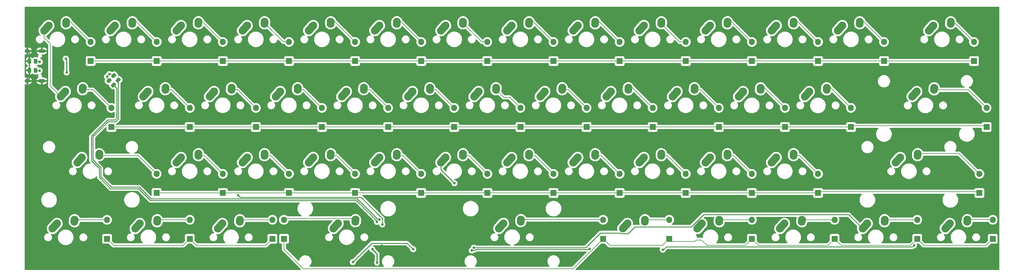
<source format=gtl>
G04 #@! TF.GenerationSoftware,KiCad,Pcbnew,8.0.4*
G04 #@! TF.CreationDate,2024-10-13T21:39:06+03:00*
G04 #@! TF.ProjectId,4040,34303430-2e6b-4696-9361-645f70636258,rev?*
G04 #@! TF.SameCoordinates,Original*
G04 #@! TF.FileFunction,Copper,L1,Top*
G04 #@! TF.FilePolarity,Positive*
%FSLAX46Y46*%
G04 Gerber Fmt 4.6, Leading zero omitted, Abs format (unit mm)*
G04 Created by KiCad (PCBNEW 8.0.4) date 2024-10-13 21:39:06*
%MOMM*%
%LPD*%
G01*
G04 APERTURE LIST*
G04 Aperture macros list*
%AMRoundRect*
0 Rectangle with rounded corners*
0 $1 Rounding radius*
0 $2 $3 $4 $5 $6 $7 $8 $9 X,Y pos of 4 corners*
0 Add a 4 corners polygon primitive as box body*
4,1,4,$2,$3,$4,$5,$6,$7,$8,$9,$2,$3,0*
0 Add four circle primitives for the rounded corners*
1,1,$1+$1,$2,$3*
1,1,$1+$1,$4,$5*
1,1,$1+$1,$6,$7*
1,1,$1+$1,$8,$9*
0 Add four rect primitives between the rounded corners*
20,1,$1+$1,$2,$3,$4,$5,0*
20,1,$1+$1,$4,$5,$6,$7,0*
20,1,$1+$1,$6,$7,$8,$9,0*
20,1,$1+$1,$8,$9,$2,$3,0*%
%AMHorizOval*
0 Thick line with rounded ends*
0 $1 width*
0 $2 $3 position (X,Y) of the first rounded end (center of the circle)*
0 $4 $5 position (X,Y) of the second rounded end (center of the circle)*
0 Add line between two ends*
20,1,$1,$2,$3,$4,$5,0*
0 Add two circle primitives to create the rounded ends*
1,1,$1,$2,$3*
1,1,$1,$4,$5*%
G04 Aperture macros list end*
G04 #@! TA.AperFunction,ComponentPad*
%ADD10HorizOval,2.250000X0.655001X0.730000X-0.655001X-0.730000X0*%
G04 #@! TD*
G04 #@! TA.AperFunction,ComponentPad*
%ADD11C,2.250000*%
G04 #@! TD*
G04 #@! TA.AperFunction,ComponentPad*
%ADD12HorizOval,2.250000X0.020000X0.290000X-0.020000X-0.290000X0*%
G04 #@! TD*
G04 #@! TA.AperFunction,SMDPad,CuDef*
%ADD13RoundRect,0.250000X-0.503814X-0.132583X-0.132583X-0.503814X0.503814X0.132583X0.132583X0.503814X0*%
G04 #@! TD*
G04 #@! TA.AperFunction,SMDPad,CuDef*
%ADD14RoundRect,0.250000X-0.262500X-0.450000X0.262500X-0.450000X0.262500X0.450000X-0.262500X0.450000X0*%
G04 #@! TD*
G04 #@! TA.AperFunction,ComponentPad*
%ADD15R,1.800000X1.800000*%
G04 #@! TD*
G04 #@! TA.AperFunction,ComponentPad*
%ADD16O,1.800000X1.800000*%
G04 #@! TD*
G04 #@! TA.AperFunction,ComponentPad*
%ADD17O,1.600000X1.000000*%
G04 #@! TD*
G04 #@! TA.AperFunction,ComponentPad*
%ADD18O,2.100000X1.000000*%
G04 #@! TD*
G04 #@! TA.AperFunction,ViaPad*
%ADD19C,0.762000*%
G04 #@! TD*
G04 #@! TA.AperFunction,Conductor*
%ADD20C,0.355600*%
G04 #@! TD*
G04 #@! TA.AperFunction,Conductor*
%ADD21C,0.200000*%
G04 #@! TD*
G04 #@! TA.AperFunction,Conductor*
%ADD22C,0.254000*%
G04 #@! TD*
G04 APERTURE END LIST*
D10*
X216865001Y-78320000D03*
D11*
X217520000Y-77590000D03*
D12*
X222540000Y-76800000D03*
D11*
X222560000Y-76510000D03*
D10*
X245434801Y-97364800D03*
D11*
X246089800Y-96634800D03*
D12*
X251109800Y-95844800D03*
D11*
X251129800Y-95554800D03*
D10*
X283534801Y-97390200D03*
D11*
X284189800Y-96660200D03*
D12*
X289209800Y-95870200D03*
D11*
X289229800Y-95580200D03*
D10*
X178765001Y-78320000D03*
D11*
X179420000Y-77590000D03*
D12*
X184440000Y-76800000D03*
D11*
X184460000Y-76510000D03*
D10*
X102559801Y-116414800D03*
D11*
X103214800Y-115684800D03*
D12*
X108234800Y-114894800D03*
D11*
X108254800Y-114604800D03*
D10*
X159709801Y-116414800D03*
D11*
X160364800Y-115684800D03*
D12*
X165384800Y-114894800D03*
D11*
X165404800Y-114604800D03*
D10*
X197815001Y-78320000D03*
D11*
X198470000Y-77590000D03*
D12*
X203490000Y-76800000D03*
D11*
X203510000Y-76510000D03*
D10*
X69228021Y-97364800D03*
D11*
X69883020Y-96634800D03*
D12*
X74903020Y-95844800D03*
D11*
X74923020Y-95554800D03*
D10*
X216849001Y-116414800D03*
D11*
X217504000Y-115684800D03*
D12*
X222524000Y-114894800D03*
D11*
X222544000Y-114604800D03*
D10*
X293065001Y-78320000D03*
D11*
X293720000Y-77590000D03*
D12*
X298740000Y-76800000D03*
D11*
X298760000Y-76510000D03*
D10*
X197799001Y-116414800D03*
D11*
X198454000Y-115684800D03*
D12*
X203474000Y-114894800D03*
D11*
X203494000Y-114604800D03*
D10*
X264484801Y-97390200D03*
D11*
X265139800Y-96660200D03*
D12*
X270159800Y-95870200D03*
D11*
X270179800Y-95580200D03*
D10*
X169234801Y-97364800D03*
D11*
X169889800Y-96634800D03*
D12*
X174909800Y-95844800D03*
D11*
X174929800Y-95554800D03*
D10*
X64465001Y-78320000D03*
D11*
X65120000Y-77590000D03*
D12*
X70140000Y-76800000D03*
D11*
X70160000Y-76510000D03*
D10*
X235915001Y-78320000D03*
D11*
X236570000Y-77590000D03*
D12*
X241590000Y-76800000D03*
D11*
X241610000Y-76510000D03*
D10*
X90672601Y-135490200D03*
D11*
X91327600Y-134760200D03*
D12*
X96347600Y-133970200D03*
D11*
X96367600Y-133680200D03*
D13*
X82462440Y-93457960D03*
X83752910Y-94748430D03*
D10*
X178759801Y-116412150D03*
D11*
X179414800Y-115682150D03*
D12*
X184434800Y-114892150D03*
D11*
X184454800Y-114602150D03*
D10*
X121609801Y-116414800D03*
D11*
X122264800Y-115684800D03*
D12*
X127284800Y-114894800D03*
D11*
X127304800Y-114604800D03*
D10*
X319260001Y-78320000D03*
D11*
X319915000Y-77590000D03*
D12*
X324935000Y-76800000D03*
D11*
X324955000Y-76510000D03*
D10*
X273999001Y-116414800D03*
D11*
X274654000Y-115684800D03*
D12*
X279674000Y-114894800D03*
D11*
X279694000Y-114604800D03*
D10*
X73984801Y-116414800D03*
D11*
X74639800Y-115684800D03*
D12*
X79659800Y-114894800D03*
D11*
X79679800Y-114604800D03*
D10*
X147797201Y-135464800D03*
D11*
X148452200Y-134734800D03*
D12*
X153472200Y-133944800D03*
D11*
X153492200Y-133654800D03*
D10*
X314497401Y-97390200D03*
D11*
X315152400Y-96660200D03*
D12*
X320172400Y-95870200D03*
D11*
X320192400Y-95580200D03*
D14*
X59516000Y-87909400D03*
X61341000Y-87909400D03*
D10*
X195447601Y-135464800D03*
D11*
X196102600Y-134734800D03*
D12*
X201122600Y-133944800D03*
D11*
X201142600Y-133654800D03*
D10*
X274015001Y-78320000D03*
D11*
X274670000Y-77590000D03*
D12*
X279690000Y-76800000D03*
D11*
X279710000Y-76510000D03*
D10*
X112084801Y-97364800D03*
D11*
X112739800Y-96634800D03*
D12*
X117759800Y-95844800D03*
D11*
X117779800Y-95554800D03*
D10*
X207334801Y-97364800D03*
D11*
X207989800Y-96634800D03*
D12*
X213009800Y-95844800D03*
D11*
X213029800Y-95554800D03*
D10*
X93024641Y-97364800D03*
D11*
X93679640Y-96634800D03*
D12*
X98699640Y-95844800D03*
D11*
X98719640Y-95554800D03*
D10*
X66847401Y-135490200D03*
D11*
X67502400Y-134760200D03*
D12*
X72522400Y-133970200D03*
D11*
X72542400Y-133680200D03*
D10*
X188284801Y-97364800D03*
D11*
X188939800Y-96634800D03*
D12*
X193959800Y-95844800D03*
D11*
X193979800Y-95554800D03*
D10*
X231175001Y-135487550D03*
D11*
X231830000Y-134757550D03*
D12*
X236850000Y-133967550D03*
D11*
X236870000Y-133677550D03*
D10*
X140659801Y-116414800D03*
D11*
X141314800Y-115684800D03*
D12*
X146334800Y-114894800D03*
D11*
X146354800Y-114604800D03*
D10*
X276397401Y-135490200D03*
D11*
X277052400Y-134760200D03*
D12*
X282072400Y-133970200D03*
D11*
X282092400Y-133680200D03*
D10*
X254949001Y-116414800D03*
D11*
X255604000Y-115684800D03*
D12*
X260624000Y-114894800D03*
D11*
X260644000Y-114604800D03*
D10*
X300222601Y-135490200D03*
D11*
X300877600Y-134760200D03*
D12*
X305897600Y-133970200D03*
D11*
X305917600Y-133680200D03*
D10*
X309747601Y-116414800D03*
D11*
X310402600Y-115684800D03*
D12*
X315422600Y-114894800D03*
D11*
X315442600Y-114604800D03*
D10*
X114483201Y-135490200D03*
D11*
X115138200Y-134760200D03*
D12*
X120158200Y-133970200D03*
D11*
X120178200Y-133680200D03*
D10*
X226384801Y-97377000D03*
D11*
X227039800Y-96647000D03*
D12*
X232059800Y-95857000D03*
D11*
X232079800Y-95567000D03*
D10*
X159715001Y-78320000D03*
D11*
X160370000Y-77590000D03*
D12*
X165390000Y-76800000D03*
D11*
X165410000Y-76510000D03*
D10*
X102565001Y-78320000D03*
D11*
X103220000Y-77590000D03*
D12*
X108240000Y-76800000D03*
D11*
X108260000Y-76510000D03*
D10*
X121615001Y-78320000D03*
D11*
X122270000Y-77590000D03*
D12*
X127290000Y-76800000D03*
D11*
X127310000Y-76510000D03*
D10*
X131134801Y-97364800D03*
D11*
X131789800Y-96634800D03*
D12*
X136809800Y-95844800D03*
D11*
X136829800Y-95554800D03*
D14*
X59516000Y-90525600D03*
X61341000Y-90525600D03*
D13*
X83845400Y-92075000D03*
X85135870Y-93365470D03*
D10*
X324035101Y-135482580D03*
D11*
X324690100Y-134752580D03*
D12*
X329710100Y-133962580D03*
D11*
X329730100Y-133672580D03*
D10*
X235899001Y-116414800D03*
D11*
X236554000Y-115684800D03*
D12*
X241574000Y-114894800D03*
D11*
X241594000Y-114604800D03*
D10*
X140665001Y-78320000D03*
D11*
X141320000Y-77590000D03*
D12*
X146340000Y-76800000D03*
D11*
X146360000Y-76510000D03*
D10*
X252597601Y-135490200D03*
D11*
X253252600Y-134760200D03*
D12*
X258272600Y-133970200D03*
D11*
X258292600Y-133680200D03*
D10*
X254965001Y-78320000D03*
D11*
X255620000Y-77590000D03*
D12*
X260640000Y-76800000D03*
D11*
X260660000Y-76510000D03*
D10*
X83515001Y-78320000D03*
D11*
X84170000Y-77590000D03*
D12*
X89190000Y-76800000D03*
D11*
X89210000Y-76510000D03*
D10*
X150184801Y-97364800D03*
D11*
X150839800Y-96634800D03*
D12*
X155859800Y-95844800D03*
D11*
X155879800Y-95554800D03*
D15*
X77165200Y-87829500D03*
D16*
X77165200Y-82329500D03*
D15*
X331647800Y-87829500D03*
D16*
X331647800Y-82329500D03*
D15*
X296214800Y-106879500D03*
D16*
X296214800Y-101379500D03*
D15*
X267665200Y-87829500D03*
D16*
X267665200Y-82329500D03*
D15*
X105765600Y-106879500D03*
D16*
X105765600Y-101379500D03*
D15*
X286715200Y-125929500D03*
D16*
X286715200Y-120429500D03*
D15*
X267665200Y-139188300D03*
D16*
X267665200Y-133688300D03*
D15*
X286715200Y-87829500D03*
D16*
X286715200Y-82329500D03*
D15*
X172389800Y-125929500D03*
D16*
X172389800Y-120429500D03*
D15*
X81915000Y-139205600D03*
D16*
X81915000Y-133705600D03*
D15*
X258140200Y-106879500D03*
D16*
X258140200Y-101379500D03*
D17*
X58944800Y-93575600D03*
D18*
X63124800Y-93575600D03*
D17*
X58944800Y-84935600D03*
D18*
X63124800Y-84935600D03*
D15*
X105740200Y-139188300D03*
D16*
X105740200Y-133688300D03*
D15*
X134315200Y-87829500D03*
D16*
X134315200Y-82329500D03*
D15*
X115265200Y-125929500D03*
D16*
X115265200Y-120429500D03*
D15*
X210515200Y-125929500D03*
D16*
X210515200Y-120429500D03*
D15*
X162890200Y-106879500D03*
D16*
X162890200Y-101379500D03*
D15*
X243865400Y-139188300D03*
D16*
X243865400Y-133688300D03*
D15*
X96189800Y-125929500D03*
D16*
X96189800Y-120429500D03*
D15*
X191439800Y-87829500D03*
D16*
X191439800Y-82329500D03*
D15*
X115265200Y-87829500D03*
D16*
X115265200Y-82329500D03*
D15*
X305739800Y-87829500D03*
D16*
X305739800Y-82329500D03*
D15*
X315290200Y-139188300D03*
D16*
X315290200Y-133688300D03*
D15*
X96215200Y-87829500D03*
D16*
X96215200Y-82329500D03*
D15*
X220040200Y-106879500D03*
D16*
X220040200Y-101379500D03*
D15*
X181914800Y-106879500D03*
D16*
X181914800Y-101379500D03*
D15*
X333197200Y-125929500D03*
D16*
X333197200Y-120429500D03*
D15*
X277190200Y-106879500D03*
D16*
X277190200Y-101379500D03*
D15*
X200990200Y-106879500D03*
D16*
X200990200Y-101379500D03*
D15*
X248615200Y-125929500D03*
D16*
X248615200Y-120429500D03*
D15*
X229565200Y-87829500D03*
D16*
X229565200Y-82329500D03*
D15*
X210515200Y-87829500D03*
D16*
X210515200Y-82329500D03*
D15*
X172415200Y-87829500D03*
D16*
X172415200Y-82329500D03*
D15*
X134315200Y-125929500D03*
D16*
X134315200Y-120429500D03*
D15*
X191465200Y-125929500D03*
D16*
X191465200Y-120429500D03*
D15*
X153365200Y-125929500D03*
D16*
X153365200Y-120429500D03*
D15*
X132867400Y-139188300D03*
D16*
X132867400Y-133688300D03*
D15*
X229565200Y-125929500D03*
D16*
X229565200Y-120429500D03*
D15*
X153365200Y-87829500D03*
D16*
X153365200Y-82329500D03*
D15*
X291490400Y-139188300D03*
D16*
X291490400Y-133688300D03*
D15*
X239090200Y-106879500D03*
D16*
X239090200Y-101379500D03*
D15*
X335280000Y-106879500D03*
D16*
X335280000Y-101379500D03*
D15*
X129540000Y-139188300D03*
D16*
X129540000Y-133688300D03*
D15*
X143814800Y-106879500D03*
D16*
X143814800Y-101379500D03*
D15*
X267639800Y-125929500D03*
D16*
X267639800Y-120429500D03*
D15*
X83134200Y-106879500D03*
D16*
X83134200Y-101379500D03*
D15*
X224815400Y-139188300D03*
D16*
X224815400Y-133688300D03*
D15*
X337058000Y-139188300D03*
D16*
X337058000Y-133688300D03*
D15*
X248615200Y-87829500D03*
D16*
X248615200Y-82329500D03*
D15*
X124790200Y-106879500D03*
D16*
X124790200Y-101379500D03*
D19*
X161086800Y-141170000D03*
X160528000Y-146913600D03*
X70002400Y-87147400D03*
X158318200Y-142189200D03*
X70281800Y-91135200D03*
X159740600Y-146050000D03*
X187553600Y-141773111D03*
X62484000Y-90627200D03*
X62540878Y-88066442D03*
X82605358Y-91633817D03*
X81940400Y-92329000D03*
X119659400Y-126610500D03*
X161188400Y-135028937D03*
X181991000Y-123113800D03*
X159647724Y-134276744D03*
X160344006Y-133612937D03*
X170103800Y-142214600D03*
X152730200Y-145903200D03*
X314360190Y-141081390D03*
X186962468Y-142548268D03*
X242011200Y-142316200D03*
X220953810Y-142086810D03*
D20*
X161086800Y-143027400D02*
X160528000Y-143586200D01*
X160528000Y-143586200D02*
X160528000Y-146913600D01*
X59516000Y-85506800D02*
X58944800Y-84935600D01*
X59516000Y-93004400D02*
X58944800Y-93575600D01*
X59516000Y-90525600D02*
X59516000Y-93004400D01*
X59516000Y-90525600D02*
X59516000Y-87909400D01*
X59516000Y-87909400D02*
X59516000Y-85506800D01*
X161086800Y-141170000D02*
X161086800Y-143027400D01*
X158318200Y-142189200D02*
X159740600Y-143611600D01*
X70281800Y-87426800D02*
X70002400Y-87147400D01*
X159740600Y-143611600D02*
X159740600Y-146050000D01*
X70281800Y-91135200D02*
X70281800Y-87426800D01*
D21*
X77165200Y-87829500D02*
X331647800Y-87829500D01*
X77165200Y-82329500D02*
X71345700Y-76510000D01*
X71345700Y-76510000D02*
X70160000Y-76510000D01*
X96215200Y-82329500D02*
X90395700Y-76510000D01*
X90395700Y-76510000D02*
X89210000Y-76510000D01*
X115265200Y-82329500D02*
X109445700Y-76510000D01*
X109445700Y-76510000D02*
X108260000Y-76510000D01*
X134315200Y-82329500D02*
X132748500Y-82329500D01*
X132748500Y-82329500D02*
X127310000Y-76891000D01*
X127310000Y-76891000D02*
X127310000Y-76510000D01*
X153365200Y-82329500D02*
X147545700Y-76510000D01*
X147545700Y-76510000D02*
X146360000Y-76510000D01*
X172415200Y-82329500D02*
X166595700Y-76510000D01*
X166595700Y-76510000D02*
X165410000Y-76510000D01*
X184460000Y-76865600D02*
X184460000Y-76510000D01*
X191439800Y-82329500D02*
X189923900Y-82329500D01*
X189923900Y-82329500D02*
X184460000Y-76865600D01*
X204695700Y-76510000D02*
X203510000Y-76510000D01*
X210515200Y-82329500D02*
X204695700Y-76510000D01*
X229565200Y-82329500D02*
X223745700Y-76510000D01*
X223745700Y-76510000D02*
X222560000Y-76510000D01*
X248615200Y-82329500D02*
X246845300Y-82329500D01*
X246845300Y-82329500D02*
X241610000Y-77094200D01*
X241610000Y-77094200D02*
X241610000Y-76510000D01*
X261845700Y-76510000D02*
X260660000Y-76510000D01*
X267665200Y-82329500D02*
X261845700Y-76510000D01*
X286715200Y-82329500D02*
X280895700Y-76510000D01*
X280895700Y-76510000D02*
X279710000Y-76510000D01*
X299920300Y-76510000D02*
X298760000Y-76510000D01*
X305739800Y-82329500D02*
X299920300Y-76510000D01*
X326408300Y-77090000D02*
X324915000Y-77090000D01*
X331647800Y-82329500D02*
X326408300Y-77090000D01*
X74883020Y-96134800D02*
X77889500Y-96134800D01*
X77889500Y-96134800D02*
X83134200Y-101379500D01*
X296523000Y-106571300D02*
X296214800Y-106879500D01*
X296214800Y-106879500D02*
X83134200Y-106879500D01*
X334971800Y-106571300D02*
X296523000Y-106571300D01*
X335280000Y-106879500D02*
X334971800Y-106571300D01*
X105765600Y-101379500D02*
X100520900Y-96134800D01*
X100520900Y-96134800D02*
X98679640Y-96134800D01*
X119545500Y-96134800D02*
X117739800Y-96134800D01*
X124790200Y-101379500D02*
X119545500Y-96134800D01*
X143814800Y-101379500D02*
X138570100Y-96134800D01*
X138570100Y-96134800D02*
X136789800Y-96134800D01*
X157645500Y-96134800D02*
X155839800Y-96134800D01*
X162890200Y-101379500D02*
X157645500Y-96134800D01*
X181914800Y-101379500D02*
X176670100Y-96134800D01*
X176670100Y-96134800D02*
X174889800Y-96134800D01*
X200990200Y-101379500D02*
X197965813Y-98355113D01*
X196160113Y-98355113D02*
X193939800Y-96134800D01*
X197965813Y-98355113D02*
X196160113Y-98355113D01*
X212989800Y-96134800D02*
X214795500Y-96134800D01*
X214795500Y-96134800D02*
X220040200Y-101379500D01*
X233277700Y-95567000D02*
X232079800Y-95567000D01*
X239090200Y-101379500D02*
X233277700Y-95567000D01*
X252895500Y-96134800D02*
X258140200Y-101379500D01*
X251089800Y-96134800D02*
X252895500Y-96134800D01*
X271390900Y-95580200D02*
X270179800Y-95580200D01*
X277190200Y-101379500D02*
X271390900Y-95580200D01*
X296214800Y-101379500D02*
X290415500Y-95580200D01*
X290415500Y-95580200D02*
X289229800Y-95580200D01*
X330060700Y-96160200D02*
X335280000Y-101379500D01*
X320152400Y-96160200D02*
X330060700Y-96160200D01*
X332863600Y-125595900D02*
X333197200Y-125929500D01*
X287048800Y-125595900D02*
X332863600Y-125595900D01*
X286715200Y-125929500D02*
X287048800Y-125595900D01*
X96189800Y-125929500D02*
X286715200Y-125929500D01*
X90945100Y-115184800D02*
X96189800Y-120429500D01*
X79639800Y-115184800D02*
X90945100Y-115184800D01*
X108214800Y-115184800D02*
X110020500Y-115184800D01*
X110020500Y-115184800D02*
X115265200Y-120429500D01*
X129070500Y-115184800D02*
X134315200Y-120429500D01*
X127264800Y-115184800D02*
X129070500Y-115184800D01*
X146314800Y-115184800D02*
X148120500Y-115184800D01*
X148120500Y-115184800D02*
X153365200Y-120429500D01*
X165364800Y-115184800D02*
X167145100Y-115184800D01*
X167145100Y-115184800D02*
X172389800Y-120429500D01*
X186217850Y-115182150D02*
X191465200Y-120429500D01*
X184414800Y-115182150D02*
X186217850Y-115182150D01*
X203454000Y-115184800D02*
X205270500Y-115184800D01*
X205270500Y-115184800D02*
X210515200Y-120429500D01*
X222504000Y-115184800D02*
X224320500Y-115184800D01*
X224320500Y-115184800D02*
X229565200Y-120429500D01*
X241554000Y-115184800D02*
X243370500Y-115184800D01*
X243370500Y-115184800D02*
X248615200Y-120429500D01*
X262395100Y-115184800D02*
X267639800Y-120429500D01*
X260604000Y-115184800D02*
X262395100Y-115184800D01*
X279654000Y-115184800D02*
X281470500Y-115184800D01*
X281470500Y-115184800D02*
X286715200Y-120429500D01*
X327372500Y-114604800D02*
X333197200Y-120429500D01*
X315442600Y-114604800D02*
X327372500Y-114604800D01*
X335149820Y-141096480D02*
X317198380Y-141096480D01*
X253199825Y-139522200D02*
X251643012Y-139522200D01*
X241952250Y-141101450D02*
X226728550Y-141101450D01*
X269581000Y-141104100D02*
X267665200Y-139188300D01*
X129540000Y-139188300D02*
X127624200Y-141104100D01*
X251643012Y-139522200D02*
X251180012Y-139985200D01*
X216175700Y-147828000D02*
X138472164Y-147828000D01*
X226728550Y-141101450D02*
X224815400Y-139188300D01*
X224815400Y-139188300D02*
X216175700Y-147828000D01*
X337058000Y-139188300D02*
X335149820Y-141096480D01*
X138472164Y-147828000D02*
X132867400Y-142223236D01*
X105740200Y-139188300D02*
X103824400Y-141104100D01*
X132867400Y-142223236D02*
X132867400Y-139188300D01*
X251180012Y-139985200D02*
X244662300Y-139985200D01*
X267665200Y-139188300D02*
X265749400Y-141104100D01*
X107656000Y-141104100D02*
X105740200Y-139188300D01*
X293406200Y-141104100D02*
X291490400Y-139188300D01*
X254781725Y-141104100D02*
X253199825Y-139522200D01*
X313374400Y-141104100D02*
X293406200Y-141104100D01*
X317198380Y-141096480D02*
X315290200Y-139188300D01*
X244662300Y-139985200D02*
X243865400Y-139188300D01*
X289574600Y-141104100D02*
X269581000Y-141104100D01*
X243865400Y-139188300D02*
X241952250Y-141101450D01*
X103824400Y-141104100D02*
X83813500Y-141104100D01*
X127624200Y-141104100D02*
X107656000Y-141104100D01*
X265749400Y-141104100D02*
X254781725Y-141104100D01*
X83813500Y-141104100D02*
X81915000Y-139205600D01*
X291490400Y-139188300D02*
X289574600Y-141104100D01*
X315290200Y-139188300D02*
X313374400Y-141104100D01*
X72567800Y-133705600D02*
X72542400Y-133680200D01*
X81915000Y-133705600D02*
X72567800Y-133705600D01*
X105740200Y-133688300D02*
X96375700Y-133688300D01*
X96375700Y-133688300D02*
X96367600Y-133680200D01*
X120710100Y-133688300D02*
X120138200Y-134260200D01*
X129540000Y-133688300D02*
X120710100Y-133688300D01*
X152497369Y-133279969D02*
X153452200Y-134234800D01*
X133275731Y-133279969D02*
X152497369Y-133279969D01*
X132867400Y-133688300D02*
X133275731Y-133279969D01*
X224781900Y-133654800D02*
X224815400Y-133688300D01*
X201142600Y-133654800D02*
X224781900Y-133654800D01*
X236870000Y-133677550D02*
X243854650Y-133677550D01*
X243854650Y-133677550D02*
X243865400Y-133688300D01*
X258292600Y-133680200D02*
X267657100Y-133680200D01*
X267657100Y-133680200D02*
X267665200Y-133688300D01*
X282092400Y-133680200D02*
X291482300Y-133680200D01*
X291482300Y-133680200D02*
X291490400Y-133688300D01*
X305917600Y-133680200D02*
X315282100Y-133680200D01*
X315282100Y-133680200D02*
X315290200Y-133688300D01*
X337042280Y-133672580D02*
X337058000Y-133688300D01*
X329730100Y-133672580D02*
X337042280Y-133672580D01*
D22*
X229767969Y-137493590D02*
X229974325Y-137699946D01*
X224056110Y-137493590D02*
X229767969Y-137493590D01*
X229974325Y-137699946D02*
X232034645Y-137699946D01*
X187553600Y-141773111D02*
X219776589Y-141773111D01*
X219776589Y-141773111D02*
X224056110Y-137493590D01*
X233987102Y-135747489D02*
X250205511Y-135747489D01*
X232034645Y-137699946D02*
X233987102Y-135747489D01*
X295575600Y-132228200D02*
X299567600Y-136220200D01*
X250205511Y-135747489D02*
X253724800Y-132228200D01*
X253724800Y-132228200D02*
X295575600Y-132228200D01*
X61442600Y-90627200D02*
X61341000Y-90525600D01*
X62484000Y-90627200D02*
X61442600Y-90627200D01*
X62540878Y-88066442D02*
X62383836Y-87909400D01*
X62383836Y-87909400D02*
X61341000Y-87909400D01*
D21*
X83404217Y-91633817D02*
X83845400Y-92075000D01*
X82605358Y-91633817D02*
X83404217Y-91633817D01*
X81940400Y-92329000D02*
X81940400Y-92935920D01*
X81940400Y-92935920D02*
X82462440Y-93457960D01*
X65523349Y-95045129D02*
X68573020Y-98094800D01*
X65523349Y-82808124D02*
X65523349Y-95045129D01*
X63810000Y-81094775D02*
X65523349Y-82808124D01*
X63810000Y-79050000D02*
X63810000Y-81094775D01*
D22*
X161188400Y-133275907D02*
X160577746Y-132665253D01*
X160577746Y-132665253D02*
X155113393Y-127200900D01*
X120249800Y-127200900D02*
X119659400Y-126610500D01*
X161188400Y-135028937D02*
X161188400Y-133275907D01*
X155113393Y-127200900D02*
X120249800Y-127200900D01*
X178104800Y-119227600D02*
X178104800Y-117142150D01*
X181991000Y-123113800D02*
X178104800Y-119227600D01*
X79679800Y-121437400D02*
X79679800Y-118871841D01*
X159647724Y-134019124D02*
X153737500Y-128108900D01*
X153737500Y-128108900D02*
X94403100Y-128108900D01*
X159647724Y-134276744D02*
X159647724Y-134019124D01*
X77393800Y-109523847D02*
X82037847Y-104879800D01*
X82944900Y-124702500D02*
X79679800Y-121437400D01*
X94403100Y-128108900D02*
X90996700Y-124702500D01*
X79679800Y-118871841D02*
X77393800Y-116585841D01*
X84681870Y-95677390D02*
X83752910Y-94748430D01*
X82037847Y-104879800D02*
X84216148Y-104879800D01*
X77393800Y-116585841D02*
X77393800Y-109523847D01*
X90996700Y-124702500D02*
X82944900Y-124702500D01*
X84216148Y-104879800D02*
X84681870Y-104414078D01*
X84681870Y-104414078D02*
X84681870Y-95677390D01*
X83132952Y-124248500D02*
X91184752Y-124248500D01*
X77847800Y-116397788D02*
X80133800Y-118683788D01*
X91184752Y-124248500D02*
X94591152Y-127654900D01*
X85135870Y-104602130D02*
X84404200Y-105333800D01*
X82225900Y-105333800D02*
X77847800Y-109711900D01*
X85135870Y-93365470D02*
X85135870Y-104602130D01*
X159839396Y-133568744D02*
X160299813Y-133568744D01*
X94591152Y-127654900D02*
X153925552Y-127654900D01*
X80133800Y-121249348D02*
X83132952Y-124248500D01*
X80133800Y-118683788D02*
X80133800Y-121249348D01*
X77847800Y-109711900D02*
X77847800Y-116397788D01*
X153925552Y-127654900D02*
X159839396Y-133568744D01*
X84404200Y-105333800D02*
X82225900Y-105333800D01*
X160299813Y-133568744D02*
X160344006Y-133612937D01*
X168351200Y-140462000D02*
X170103800Y-142214600D01*
X152730200Y-145903200D02*
X158171400Y-140462000D01*
X158171400Y-140462000D02*
X168351200Y-140462000D01*
X186962468Y-142548268D02*
X187779707Y-142548268D01*
X187779707Y-142548268D02*
X188100864Y-142227111D01*
X313910480Y-141531100D02*
X243004100Y-141531100D01*
X188100864Y-142227111D02*
X220813509Y-142227111D01*
X314360190Y-141081390D02*
X313910480Y-141531100D01*
X220813509Y-142227111D02*
X220953810Y-142086810D01*
X243004100Y-141531100D02*
X242219000Y-142316200D01*
X242219000Y-142316200D02*
X242011200Y-142316200D01*
G04 #@! TA.AperFunction,Conductor*
G36*
X338744281Y-72196514D02*
G01*
X338752901Y-72196513D01*
X338752905Y-72196515D01*
X338806583Y-72196513D01*
X338830771Y-72198895D01*
X338846072Y-72201938D01*
X338890795Y-72220467D01*
X338893407Y-72222213D01*
X338927586Y-72256392D01*
X338929332Y-72259004D01*
X338947861Y-72303727D01*
X338950904Y-72319028D01*
X338953286Y-72343217D01*
X338953285Y-72405518D01*
X338953287Y-72405547D01*
X338953287Y-148044385D01*
X338950903Y-148068581D01*
X338947859Y-148083881D01*
X338929350Y-148128568D01*
X338927605Y-148131180D01*
X338893399Y-148165392D01*
X338890785Y-148167139D01*
X338846070Y-148185662D01*
X338830708Y-148188717D01*
X338806520Y-148191099D01*
X338762604Y-148191098D01*
X338752905Y-148191098D01*
X338752904Y-148191098D01*
X338744281Y-148191098D01*
X338744253Y-148191100D01*
X216961197Y-148191100D01*
X216894158Y-148171415D01*
X216848403Y-148118611D01*
X216838459Y-148049453D01*
X216867484Y-147985897D01*
X216873516Y-147979419D01*
X224227816Y-140625118D01*
X224289139Y-140591633D01*
X224315497Y-140588799D01*
X225315301Y-140588799D01*
X225382340Y-140608484D01*
X225402982Y-140625118D01*
X226359834Y-141581970D01*
X226359836Y-141581971D01*
X226359840Y-141581974D01*
X226461605Y-141640727D01*
X226496766Y-141661027D01*
X226649493Y-141701951D01*
X226649495Y-141701951D01*
X226815204Y-141701951D01*
X226815220Y-141701950D01*
X241133194Y-141701950D01*
X241200233Y-141721635D01*
X241245988Y-141774439D01*
X241255932Y-141843597D01*
X241240581Y-141887950D01*
X241201474Y-141955685D01*
X241144214Y-142131911D01*
X241144213Y-142131913D01*
X241124844Y-142316200D01*
X241144213Y-142500486D01*
X241144214Y-142500488D01*
X241201474Y-142676714D01*
X241274543Y-142803274D01*
X241294123Y-142837187D01*
X241326631Y-142873291D01*
X241418106Y-142974886D01*
X241418109Y-142974888D01*
X241418112Y-142974891D01*
X241543915Y-143066292D01*
X241568022Y-143083807D01*
X241737295Y-143159173D01*
X241737298Y-143159173D01*
X241737301Y-143159175D01*
X241918551Y-143197700D01*
X242103849Y-143197700D01*
X242285099Y-143159175D01*
X242285102Y-143159173D01*
X242285104Y-143159173D01*
X242408233Y-143104352D01*
X242454378Y-143083807D01*
X242604288Y-142974891D01*
X242728277Y-142837187D01*
X242820926Y-142676713D01*
X242847835Y-142593895D01*
X242878082Y-142544535D01*
X243227700Y-142194919D01*
X243289023Y-142161434D01*
X243315381Y-142158600D01*
X313972284Y-142158600D01*
X313972285Y-142158599D01*
X314093515Y-142134486D01*
X314174264Y-142101037D01*
X314207713Y-142087183D01*
X314310488Y-142018511D01*
X314318179Y-142010820D01*
X314329791Y-141999209D01*
X314391114Y-141965724D01*
X314417472Y-141962890D01*
X314452839Y-141962890D01*
X314634089Y-141924365D01*
X314634092Y-141924363D01*
X314634094Y-141924363D01*
X314715878Y-141887950D01*
X314803368Y-141848997D01*
X314953278Y-141740081D01*
X315077267Y-141602377D01*
X315169916Y-141441903D01*
X315227177Y-141265674D01*
X315246546Y-141081390D01*
X315227177Y-140897106D01*
X315188303Y-140777465D01*
X315179742Y-140751117D01*
X315177747Y-140681276D01*
X315213827Y-140621443D01*
X315276528Y-140590615D01*
X315297673Y-140588799D01*
X315790102Y-140588799D01*
X315857141Y-140608484D01*
X315877783Y-140625118D01*
X316713519Y-141460854D01*
X316713529Y-141460865D01*
X316717859Y-141465195D01*
X316717860Y-141465196D01*
X316829664Y-141577000D01*
X316897722Y-141616293D01*
X316966595Y-141656057D01*
X317119323Y-141696981D01*
X317119326Y-141696981D01*
X317285033Y-141696981D01*
X317285049Y-141696980D01*
X335063151Y-141696980D01*
X335063167Y-141696981D01*
X335070763Y-141696981D01*
X335228874Y-141696981D01*
X335228877Y-141696981D01*
X335381605Y-141656057D01*
X335450478Y-141616293D01*
X335518536Y-141577000D01*
X335630340Y-141465196D01*
X335630340Y-141465194D01*
X335640544Y-141454991D01*
X335640548Y-141454986D01*
X336470416Y-140625118D01*
X336531739Y-140591633D01*
X336558097Y-140588799D01*
X338005871Y-140588799D01*
X338005872Y-140588799D01*
X338065483Y-140582391D01*
X338200331Y-140532096D01*
X338315546Y-140445846D01*
X338401796Y-140330631D01*
X338452091Y-140195783D01*
X338458500Y-140136173D01*
X338458499Y-138240428D01*
X338452091Y-138180817D01*
X338451059Y-138178051D01*
X338401797Y-138045971D01*
X338401793Y-138045964D01*
X338315547Y-137930755D01*
X338315544Y-137930752D01*
X338200335Y-137844506D01*
X338200328Y-137844502D01*
X338065482Y-137794208D01*
X338065483Y-137794208D01*
X338005883Y-137787801D01*
X338005881Y-137787800D01*
X338005873Y-137787800D01*
X338005864Y-137787800D01*
X336110129Y-137787800D01*
X336110123Y-137787801D01*
X336050516Y-137794208D01*
X335915671Y-137844502D01*
X335915664Y-137844506D01*
X335800455Y-137930752D01*
X335800452Y-137930755D01*
X335714206Y-138045964D01*
X335714202Y-138045971D01*
X335663908Y-138180817D01*
X335657501Y-138240416D01*
X335657501Y-138240423D01*
X335657500Y-138240435D01*
X335657500Y-139688202D01*
X335637815Y-139755241D01*
X335621181Y-139775883D01*
X334937404Y-140459661D01*
X334876081Y-140493146D01*
X334849723Y-140495980D01*
X328920124Y-140495980D01*
X328853085Y-140476295D01*
X328807330Y-140423491D01*
X328797386Y-140354333D01*
X328826411Y-140290777D01*
X328832443Y-140284299D01*
X328881145Y-140235596D01*
X328881150Y-140235591D01*
X329060255Y-140002177D01*
X329207361Y-139747383D01*
X329214730Y-139729594D01*
X329319947Y-139475574D01*
X329319946Y-139475574D01*
X329319950Y-139475567D01*
X329396098Y-139191380D01*
X329434500Y-138899686D01*
X329434500Y-138664001D01*
X331144600Y-138664001D01*
X331144600Y-138841158D01*
X331172314Y-139016136D01*
X331227056Y-139184619D01*
X331227057Y-139184622D01*
X331305115Y-139337816D01*
X331307486Y-139342470D01*
X331411617Y-139485794D01*
X331536886Y-139611063D01*
X331680210Y-139715194D01*
X331743384Y-139747383D01*
X331838057Y-139795622D01*
X331838060Y-139795623D01*
X331861513Y-139803243D01*
X332006545Y-139850366D01*
X332181521Y-139878080D01*
X332181522Y-139878080D01*
X332358678Y-139878080D01*
X332358679Y-139878080D01*
X332533655Y-139850366D01*
X332702142Y-139795622D01*
X332859990Y-139715194D01*
X333003314Y-139611063D01*
X333128583Y-139485794D01*
X333232714Y-139342470D01*
X333313142Y-139184622D01*
X333367886Y-139016135D01*
X333395600Y-138841159D01*
X333395600Y-138664001D01*
X333367886Y-138489025D01*
X333325992Y-138360087D01*
X333313143Y-138320540D01*
X333313142Y-138320537D01*
X333250765Y-138198117D01*
X333232714Y-138162690D01*
X333128583Y-138019366D01*
X333003314Y-137894097D01*
X332859990Y-137789966D01*
X332811771Y-137765397D01*
X332702142Y-137709537D01*
X332702139Y-137709536D01*
X332533656Y-137654794D01*
X332446167Y-137640937D01*
X332358679Y-137627080D01*
X332181521Y-137627080D01*
X332139567Y-137633725D01*
X332006543Y-137654794D01*
X331838060Y-137709536D01*
X331838057Y-137709537D01*
X331680209Y-137789966D01*
X331616292Y-137836405D01*
X331536886Y-137894097D01*
X331536884Y-137894099D01*
X331536883Y-137894099D01*
X331411619Y-138019363D01*
X331411619Y-138019364D01*
X331411617Y-138019366D01*
X331379723Y-138063264D01*
X331307486Y-138162689D01*
X331227057Y-138320537D01*
X331227056Y-138320540D01*
X331172314Y-138489023D01*
X331144600Y-138664001D01*
X329434500Y-138664001D01*
X329434500Y-138605474D01*
X329396098Y-138313780D01*
X329319950Y-138029593D01*
X329318870Y-138026986D01*
X329207365Y-137757785D01*
X329207357Y-137757769D01*
X329060259Y-137502990D01*
X329060255Y-137502983D01*
X328962503Y-137375590D01*
X328881151Y-137269570D01*
X328881145Y-137269563D01*
X328673116Y-137061534D01*
X328673109Y-137061528D01*
X328439705Y-136882431D01*
X328439703Y-136882429D01*
X328439697Y-136882425D01*
X328439692Y-136882422D01*
X328439689Y-136882420D01*
X328184910Y-136735322D01*
X328184894Y-136735314D01*
X327913094Y-136622732D01*
X327898285Y-136618764D01*
X327628900Y-136546582D01*
X327628899Y-136546581D01*
X327628896Y-136546581D01*
X327337216Y-136508181D01*
X327337211Y-136508180D01*
X327337206Y-136508180D01*
X327042994Y-136508180D01*
X327042988Y-136508180D01*
X327042983Y-136508181D01*
X326751303Y-136546581D01*
X326467105Y-136622732D01*
X326195305Y-136735314D01*
X326195289Y-136735322D01*
X325940510Y-136882420D01*
X325940494Y-136882431D01*
X325707090Y-137061528D01*
X325707083Y-137061534D01*
X325499054Y-137269563D01*
X325499048Y-137269570D01*
X325319951Y-137502974D01*
X325319940Y-137502990D01*
X325172842Y-137757769D01*
X325172834Y-137757785D01*
X325060252Y-138029585D01*
X324984101Y-138313783D01*
X324945701Y-138605463D01*
X324945700Y-138605480D01*
X324945700Y-138899679D01*
X324945701Y-138899696D01*
X324983866Y-139189592D01*
X324984102Y-139191380D01*
X325058226Y-139468015D01*
X325060252Y-139475574D01*
X325172834Y-139747374D01*
X325172842Y-139747390D01*
X325319940Y-140002169D01*
X325319951Y-140002185D01*
X325499048Y-140235589D01*
X325499054Y-140235596D01*
X325547757Y-140284299D01*
X325581242Y-140345622D01*
X325576258Y-140415314D01*
X325534386Y-140471247D01*
X325468922Y-140495664D01*
X325460076Y-140495980D01*
X317498477Y-140495980D01*
X317431438Y-140476295D01*
X317410796Y-140459661D01*
X316727018Y-139775883D01*
X316693533Y-139714560D01*
X316690699Y-139688202D01*
X316690699Y-138664001D01*
X320984600Y-138664001D01*
X320984600Y-138841158D01*
X321012314Y-139016136D01*
X321067056Y-139184619D01*
X321067057Y-139184622D01*
X321145115Y-139337816D01*
X321147486Y-139342470D01*
X321251617Y-139485794D01*
X321376886Y-139611063D01*
X321520210Y-139715194D01*
X321583384Y-139747383D01*
X321678057Y-139795622D01*
X321678060Y-139795623D01*
X321701513Y-139803243D01*
X321846545Y-139850366D01*
X322021521Y-139878080D01*
X322021522Y-139878080D01*
X322198678Y-139878080D01*
X322198679Y-139878080D01*
X322373655Y-139850366D01*
X322542142Y-139795622D01*
X322699990Y-139715194D01*
X322843314Y-139611063D01*
X322968583Y-139485794D01*
X323072714Y-139342470D01*
X323153142Y-139184622D01*
X323207886Y-139016135D01*
X323235600Y-138841159D01*
X323235600Y-138664001D01*
X323207886Y-138489025D01*
X323165992Y-138360087D01*
X323153143Y-138320540D01*
X323153142Y-138320537D01*
X323090765Y-138198117D01*
X323072714Y-138162690D01*
X322968583Y-138019366D01*
X322968578Y-138019361D01*
X322967922Y-138018592D01*
X322967764Y-138018240D01*
X322965719Y-138015425D01*
X322966310Y-138014995D01*
X322939357Y-137954829D01*
X322949799Y-137885744D01*
X322995934Y-137833271D01*
X323063114Y-137814071D01*
X323084621Y-137816108D01*
X323085732Y-137816312D01*
X323085747Y-137816316D01*
X323340251Y-137842619D01*
X323595736Y-137828785D01*
X323845911Y-137775153D01*
X324084617Y-137683046D01*
X324305974Y-137554732D01*
X324504534Y-137393370D01*
X325822383Y-135924621D01*
X325834137Y-135913152D01*
X325843056Y-135905536D01*
X325912211Y-135824565D01*
X325914184Y-135822309D01*
X325985409Y-135742931D01*
X325991788Y-135733068D01*
X326001612Y-135719888D01*
X326009223Y-135710979D01*
X326064913Y-135620099D01*
X326066399Y-135617739D01*
X326124386Y-135528107D01*
X326129147Y-135517362D01*
X326136780Y-135502823D01*
X326142909Y-135492823D01*
X326183678Y-135394395D01*
X326184838Y-135391691D01*
X326185831Y-135389450D01*
X326228047Y-135294189D01*
X326231067Y-135282834D01*
X326236339Y-135267261D01*
X326240822Y-135256440D01*
X326265695Y-135152834D01*
X326266395Y-135150070D01*
X326293839Y-135046933D01*
X326295046Y-135035248D01*
X326297814Y-135019050D01*
X326300552Y-135007650D01*
X326308910Y-134901433D01*
X326309171Y-134898564D01*
X326320141Y-134792429D01*
X326319506Y-134780705D01*
X326319706Y-134764266D01*
X326320626Y-134752580D01*
X326312273Y-134646452D01*
X326312072Y-134643427D01*
X326309795Y-134601377D01*
X326306307Y-134536944D01*
X326303844Y-134525455D01*
X326301471Y-134509188D01*
X326301152Y-134505139D01*
X326300552Y-134497510D01*
X326275683Y-134393928D01*
X326275040Y-134391101D01*
X326252675Y-134286768D01*
X326248443Y-134275802D01*
X326246128Y-134268369D01*
X328059650Y-134268369D01*
X328082194Y-134523233D01*
X328086871Y-134541914D01*
X328139609Y-134752580D01*
X328144329Y-134771432D01*
X328155380Y-134797397D01*
X328244527Y-135006858D01*
X328380314Y-135223703D01*
X328441705Y-135294189D01*
X328535548Y-135401935D01*
X328548364Y-135416649D01*
X328731455Y-135569981D01*
X328744520Y-135580922D01*
X328899736Y-135673984D01*
X328957090Y-135708372D01*
X328963959Y-135712490D01*
X329201279Y-135808108D01*
X329201282Y-135808108D01*
X329201283Y-135808109D01*
X329306023Y-135832185D01*
X329450635Y-135865426D01*
X329705889Y-135883030D01*
X329960753Y-135860486D01*
X330208952Y-135798351D01*
X330444376Y-135698153D01*
X330444378Y-135698152D01*
X330661223Y-135562365D01*
X330661228Y-135562361D01*
X330854167Y-135394318D01*
X331018442Y-135198160D01*
X331150010Y-134978721D01*
X331245628Y-134741401D01*
X331272236Y-134625647D01*
X331302946Y-134492046D01*
X331310084Y-134388548D01*
X331334334Y-134323022D01*
X331390161Y-134281009D01*
X331433790Y-134273080D01*
X335704186Y-134273080D01*
X335771225Y-134292765D01*
X335816980Y-134345569D01*
X335817741Y-134347267D01*
X335822076Y-134357149D01*
X335949016Y-134551447D01*
X335949019Y-134551451D01*
X335949021Y-134551453D01*
X336106216Y-134722213D01*
X336106219Y-134722215D01*
X336106222Y-134722218D01*
X336289365Y-134864764D01*
X336289371Y-134864768D01*
X336289374Y-134864770D01*
X336493497Y-134975236D01*
X336585603Y-135006856D01*
X336713015Y-135050597D01*
X336713017Y-135050597D01*
X336713019Y-135050598D01*
X336941951Y-135088800D01*
X336941952Y-135088800D01*
X337174048Y-135088800D01*
X337174049Y-135088800D01*
X337402981Y-135050598D01*
X337622503Y-134975236D01*
X337826626Y-134864770D01*
X337852473Y-134844653D01*
X337924843Y-134788325D01*
X338009784Y-134722213D01*
X338166979Y-134551453D01*
X338171479Y-134544566D01*
X338195405Y-134507944D01*
X338293924Y-134357149D01*
X338387157Y-134144600D01*
X338444134Y-133919605D01*
X338444186Y-133918977D01*
X338463300Y-133688306D01*
X338463300Y-133688292D01*
X338444135Y-133457002D01*
X338444133Y-133456991D01*
X338387157Y-133231999D01*
X338293924Y-133019451D01*
X338166983Y-132825152D01*
X338166980Y-132825149D01*
X338166979Y-132825147D01*
X338009784Y-132654387D01*
X338009779Y-132654383D01*
X338009777Y-132654381D01*
X337826634Y-132511835D01*
X337826628Y-132511831D01*
X337622504Y-132401364D01*
X337622495Y-132401361D01*
X337402984Y-132326002D01*
X337231282Y-132297350D01*
X337174049Y-132287800D01*
X336941951Y-132287800D01*
X336896311Y-132295416D01*
X336713015Y-132326002D01*
X336493504Y-132401361D01*
X336493495Y-132401364D01*
X336289371Y-132511831D01*
X336289365Y-132511835D01*
X336106222Y-132654381D01*
X336106219Y-132654384D01*
X336106216Y-132654386D01*
X336106216Y-132654387D01*
X336059430Y-132705210D01*
X335949016Y-132825152D01*
X335824395Y-133015901D01*
X335771248Y-133061258D01*
X335720586Y-133072080D01*
X331323646Y-133072080D01*
X331256607Y-133052395D01*
X331210852Y-132999591D01*
X331209085Y-132995532D01*
X331191906Y-132954059D01*
X331182909Y-132932337D01*
X331182907Y-132932333D01*
X331180696Y-132927993D01*
X331180757Y-132927961D01*
X331177987Y-132922589D01*
X331177925Y-132922622D01*
X331175668Y-132918295D01*
X331112256Y-132817030D01*
X331111623Y-132816009D01*
X331049222Y-132714179D01*
X331046358Y-132710237D01*
X331046413Y-132710196D01*
X331042838Y-132705324D01*
X331042783Y-132705366D01*
X331039880Y-132701451D01*
X331035472Y-132696390D01*
X330961332Y-132611266D01*
X330960653Y-132610479D01*
X330883056Y-132519624D01*
X330883053Y-132519621D01*
X330883051Y-132519619D01*
X330879610Y-132516178D01*
X330879657Y-132516130D01*
X330875368Y-132511881D01*
X330875321Y-132511930D01*
X330871843Y-132508519D01*
X330871838Y-132508513D01*
X330780165Y-132431740D01*
X330779398Y-132431092D01*
X330688499Y-132353457D01*
X330684558Y-132350594D01*
X330684596Y-132350540D01*
X330679687Y-132347009D01*
X330679649Y-132347063D01*
X330675682Y-132344239D01*
X330573238Y-132282817D01*
X330572213Y-132282196D01*
X330470351Y-132219775D01*
X330466006Y-132217562D01*
X330466037Y-132217501D01*
X330460628Y-132214778D01*
X330460599Y-132214838D01*
X330456238Y-132212668D01*
X330345285Y-132167963D01*
X330344176Y-132167510D01*
X330233948Y-132121853D01*
X330229319Y-132120349D01*
X330229339Y-132120286D01*
X330223593Y-132118450D01*
X330223574Y-132118513D01*
X330218923Y-132117052D01*
X330218921Y-132117051D01*
X330218917Y-132117050D01*
X330102458Y-132090280D01*
X330101290Y-132090006D01*
X329985168Y-132062127D01*
X329980360Y-132061366D01*
X329980370Y-132061300D01*
X329974386Y-132060382D01*
X329974377Y-132060448D01*
X329969558Y-132059732D01*
X329850356Y-132051511D01*
X329849160Y-132051423D01*
X329730101Y-132042054D01*
X329725238Y-132042054D01*
X329725238Y-132041988D01*
X329719181Y-132042017D01*
X329719182Y-132042082D01*
X329714315Y-132042129D01*
X329595315Y-132052655D01*
X329594119Y-132052755D01*
X329475033Y-132062127D01*
X329470226Y-132062889D01*
X329470215Y-132062824D01*
X329464240Y-132063801D01*
X329464251Y-132063865D01*
X329459447Y-132064673D01*
X329343585Y-132093678D01*
X329342422Y-132093963D01*
X329226243Y-132121856D01*
X329221603Y-132123364D01*
X329221582Y-132123301D01*
X329215842Y-132125197D01*
X329215863Y-132125259D01*
X329211252Y-132126806D01*
X329101316Y-132173596D01*
X329100220Y-132174056D01*
X328995007Y-132217638D01*
X328989855Y-132219772D01*
X328985522Y-132221980D01*
X328985491Y-132221921D01*
X328980112Y-132224694D01*
X328980142Y-132224752D01*
X328975821Y-132227006D01*
X328874509Y-132290446D01*
X328873493Y-132291076D01*
X328771701Y-132353456D01*
X328767762Y-132356319D01*
X328767722Y-132356265D01*
X328762845Y-132359844D01*
X328762884Y-132359897D01*
X328758968Y-132362800D01*
X328668882Y-132441262D01*
X328667975Y-132442045D01*
X328577144Y-132519623D01*
X328573706Y-132523062D01*
X328573660Y-132523016D01*
X328569395Y-132527321D01*
X328569442Y-132527367D01*
X328566030Y-132530845D01*
X328489305Y-132622458D01*
X328488532Y-132623372D01*
X328410984Y-132714170D01*
X328408119Y-132718115D01*
X328408065Y-132718076D01*
X328404531Y-132722990D01*
X328404584Y-132723028D01*
X328401757Y-132726999D01*
X328340316Y-132829475D01*
X328339696Y-132830499D01*
X328324253Y-132855700D01*
X328277294Y-132932333D01*
X328277289Y-132932341D01*
X328275077Y-132936682D01*
X328275018Y-132936651D01*
X328272299Y-132942051D01*
X328272358Y-132942080D01*
X328270193Y-132946432D01*
X328225535Y-133057270D01*
X328225081Y-133058380D01*
X328179379Y-133168714D01*
X328177873Y-133173351D01*
X328177810Y-133173330D01*
X328175967Y-133179099D01*
X328176030Y-133179119D01*
X328174570Y-133183763D01*
X328147817Y-133300145D01*
X328147543Y-133301310D01*
X328119649Y-133417502D01*
X328118886Y-133422322D01*
X328118821Y-133422311D01*
X328117905Y-133428284D01*
X328117969Y-133428294D01*
X328117254Y-133433110D01*
X328109036Y-133552259D01*
X328108948Y-133553454D01*
X328099574Y-133672578D01*
X328099574Y-133677441D01*
X328099507Y-133677441D01*
X328099564Y-133689595D01*
X328060363Y-134258027D01*
X328059650Y-134268369D01*
X326246128Y-134268369D01*
X326243555Y-134260106D01*
X326242401Y-134255300D01*
X326240822Y-134248720D01*
X326240817Y-134248706D01*
X326200086Y-134150376D01*
X326198959Y-134147558D01*
X326160574Y-134048074D01*
X326160566Y-134048057D01*
X326154677Y-134037899D01*
X326147390Y-134023157D01*
X326146132Y-134020119D01*
X326142909Y-134012337D01*
X326137043Y-134002765D01*
X326091963Y-133929200D01*
X326087283Y-133921564D01*
X326085741Y-133918977D01*
X326085046Y-133917778D01*
X326032254Y-133826706D01*
X326028882Y-133822556D01*
X326024843Y-133817586D01*
X326015349Y-133804178D01*
X326009223Y-133794181D01*
X325940066Y-133713208D01*
X325938163Y-133710924D01*
X325870892Y-133628146D01*
X325870635Y-133627915D01*
X325862143Y-133620295D01*
X325850669Y-133608537D01*
X325843061Y-133599630D01*
X325843057Y-133599625D01*
X325822245Y-133581850D01*
X325762060Y-133530447D01*
X325759827Y-133528492D01*
X325680453Y-133457273D01*
X325680017Y-133456991D01*
X325670591Y-133450893D01*
X325657412Y-133441070D01*
X325655566Y-133439493D01*
X325648499Y-133433457D01*
X325648496Y-133433455D01*
X325648495Y-133433454D01*
X325570151Y-133385445D01*
X325557702Y-133377816D01*
X325555152Y-133376211D01*
X325465630Y-133318296D01*
X325454886Y-133313534D01*
X325440338Y-133305896D01*
X325430342Y-133299770D01*
X325430339Y-133299768D01*
X325331953Y-133259016D01*
X325329166Y-133257822D01*
X325231712Y-133214635D01*
X325231710Y-133214634D01*
X325220356Y-133211613D01*
X325204796Y-133206346D01*
X325193960Y-133201858D01*
X325090355Y-133176984D01*
X325087417Y-133176240D01*
X325082670Y-133174977D01*
X325003126Y-133153811D01*
X324984459Y-133148844D01*
X324984458Y-133148843D01*
X324984455Y-133148843D01*
X324984452Y-133148842D01*
X324984444Y-133148841D01*
X324972771Y-133147634D01*
X324956586Y-133144868D01*
X324945175Y-133142129D01*
X324945173Y-133142128D01*
X324945170Y-133142128D01*
X324856214Y-133135126D01*
X324838931Y-133133766D01*
X324835916Y-133133491D01*
X324729955Y-133122541D01*
X324729948Y-133122540D01*
X324718220Y-133123175D01*
X324701803Y-133122974D01*
X324690104Y-133122054D01*
X324690100Y-133122054D01*
X324583895Y-133130411D01*
X324580875Y-133130612D01*
X324474461Y-133136375D01*
X324462983Y-133138836D01*
X324446735Y-133141206D01*
X324435037Y-133142127D01*
X324435031Y-133142127D01*
X324435030Y-133142128D01*
X324435028Y-133142128D01*
X324435018Y-133142130D01*
X324331406Y-133167004D01*
X324328455Y-133167675D01*
X324224296Y-133190005D01*
X324224286Y-133190008D01*
X324213331Y-133194235D01*
X324197657Y-133199116D01*
X324186238Y-133201857D01*
X324087774Y-133242641D01*
X324084965Y-133243765D01*
X323985582Y-133282114D01*
X323975423Y-133288003D01*
X323960704Y-133295277D01*
X323949856Y-133299771D01*
X323858992Y-133355452D01*
X323856391Y-133357002D01*
X323764229Y-133410426D01*
X323755113Y-133417834D01*
X323741718Y-133427318D01*
X323731697Y-133433459D01*
X323650640Y-133502688D01*
X323648312Y-133504627D01*
X323565672Y-133571785D01*
X323565671Y-133571786D01*
X323557828Y-133580526D01*
X323546084Y-133591986D01*
X323537153Y-133599614D01*
X323537141Y-133599626D01*
X323467921Y-133680672D01*
X323465926Y-133682951D01*
X322084795Y-135222225D01*
X321945816Y-135437051D01*
X321842155Y-135670970D01*
X321776363Y-135918230D01*
X321750061Y-136172727D01*
X321750061Y-136172731D01*
X321750474Y-136180351D01*
X321763895Y-136428217D01*
X321817525Y-136678385D01*
X321817526Y-136678389D01*
X321817527Y-136678391D01*
X321896258Y-136882431D01*
X321909634Y-136917097D01*
X321909634Y-136917099D01*
X321997777Y-137069154D01*
X322037948Y-137138454D01*
X322199310Y-137337014D01*
X322281530Y-137410787D01*
X322318282Y-137470209D01*
X322317073Y-137540068D01*
X322278287Y-137598184D01*
X322214239Y-137626105D01*
X322198718Y-137627080D01*
X322198679Y-137627080D01*
X322021521Y-137627080D01*
X321979567Y-137633725D01*
X321846543Y-137654794D01*
X321678060Y-137709536D01*
X321678057Y-137709537D01*
X321520209Y-137789966D01*
X321456292Y-137836405D01*
X321376886Y-137894097D01*
X321376884Y-137894099D01*
X321376883Y-137894099D01*
X321251619Y-138019363D01*
X321251619Y-138019364D01*
X321251617Y-138019366D01*
X321219723Y-138063264D01*
X321147486Y-138162689D01*
X321067057Y-138320537D01*
X321067056Y-138320540D01*
X321012314Y-138489023D01*
X320984600Y-138664001D01*
X316690699Y-138664001D01*
X316690699Y-138240429D01*
X316690698Y-138240423D01*
X316690697Y-138240416D01*
X316684291Y-138180817D01*
X316683259Y-138178051D01*
X316633997Y-138045971D01*
X316633993Y-138045964D01*
X316547747Y-137930755D01*
X316547744Y-137930752D01*
X316432535Y-137844506D01*
X316432528Y-137844502D01*
X316297682Y-137794208D01*
X316297683Y-137794208D01*
X316238083Y-137787801D01*
X316238081Y-137787800D01*
X316238073Y-137787800D01*
X316238064Y-137787800D01*
X314342329Y-137787800D01*
X314342323Y-137787801D01*
X314282716Y-137794208D01*
X314147871Y-137844502D01*
X314147864Y-137844506D01*
X314032655Y-137930752D01*
X314032652Y-137930755D01*
X313946406Y-138045964D01*
X313946402Y-138045971D01*
X313896108Y-138180817D01*
X313889701Y-138240416D01*
X313889701Y-138240423D01*
X313889700Y-138240435D01*
X313889700Y-139688202D01*
X313870015Y-139755241D01*
X313853381Y-139775883D01*
X313161984Y-140467281D01*
X313100661Y-140500766D01*
X313074303Y-140503600D01*
X305107624Y-140503600D01*
X305040585Y-140483915D01*
X304994830Y-140431111D01*
X304984886Y-140361953D01*
X305013911Y-140298397D01*
X305019943Y-140291919D01*
X305068645Y-140243216D01*
X305068650Y-140243211D01*
X305247755Y-140009797D01*
X305394861Y-139755003D01*
X305395963Y-139752344D01*
X305504311Y-139490765D01*
X305507450Y-139483187D01*
X305583598Y-139199000D01*
X305622000Y-138907306D01*
X305622000Y-138671621D01*
X307332100Y-138671621D01*
X307332100Y-138848779D01*
X307338405Y-138888584D01*
X307359814Y-139023756D01*
X307414556Y-139192239D01*
X307414557Y-139192242D01*
X307475952Y-139312734D01*
X307494986Y-139350090D01*
X307599117Y-139493414D01*
X307724386Y-139618683D01*
X307867710Y-139722814D01*
X307930884Y-139755003D01*
X308025557Y-139803242D01*
X308025560Y-139803243D01*
X308109801Y-139830614D01*
X308194045Y-139857986D01*
X308369021Y-139885700D01*
X308369022Y-139885700D01*
X308546178Y-139885700D01*
X308546179Y-139885700D01*
X308721155Y-139857986D01*
X308889642Y-139803242D01*
X309047490Y-139722814D01*
X309190814Y-139618683D01*
X309316083Y-139493414D01*
X309420214Y-139350090D01*
X309500642Y-139192242D01*
X309555386Y-139023755D01*
X309583100Y-138848779D01*
X309583100Y-138671621D01*
X309555386Y-138496645D01*
X309506807Y-138347131D01*
X309500643Y-138328160D01*
X309500642Y-138328157D01*
X309459661Y-138247729D01*
X309420214Y-138170310D01*
X309316083Y-138026986D01*
X309190814Y-137901717D01*
X309047490Y-137797586D01*
X309018418Y-137782773D01*
X308889642Y-137717157D01*
X308889639Y-137717156D01*
X308721156Y-137662414D01*
X308622978Y-137646864D01*
X308546179Y-137634700D01*
X308369021Y-137634700D01*
X308310695Y-137643938D01*
X308194043Y-137662414D01*
X308025560Y-137717156D01*
X308025557Y-137717157D01*
X307867709Y-137797586D01*
X307803133Y-137844504D01*
X307724386Y-137901717D01*
X307724384Y-137901719D01*
X307724383Y-137901719D01*
X307599119Y-138026983D01*
X307599119Y-138026984D01*
X307599117Y-138026986D01*
X307554396Y-138088538D01*
X307494986Y-138170309D01*
X307414557Y-138328157D01*
X307414556Y-138328160D01*
X307359814Y-138496643D01*
X307342577Y-138605474D01*
X307332100Y-138671621D01*
X305622000Y-138671621D01*
X305622000Y-138613094D01*
X305583598Y-138321400D01*
X305507450Y-138037213D01*
X305507447Y-138037205D01*
X305394865Y-137765405D01*
X305394857Y-137765389D01*
X305247759Y-137510610D01*
X305247755Y-137510603D01*
X305144156Y-137375590D01*
X305068651Y-137277190D01*
X305068645Y-137277183D01*
X304860616Y-137069154D01*
X304860609Y-137069148D01*
X304627205Y-136890051D01*
X304627203Y-136890049D01*
X304627197Y-136890045D01*
X304627192Y-136890042D01*
X304627189Y-136890040D01*
X304372410Y-136742942D01*
X304372394Y-136742934D01*
X304100594Y-136630352D01*
X304090704Y-136627702D01*
X303816400Y-136554202D01*
X303816399Y-136554201D01*
X303816396Y-136554201D01*
X303524716Y-136515801D01*
X303524711Y-136515800D01*
X303524706Y-136515800D01*
X303230494Y-136515800D01*
X303230488Y-136515800D01*
X303230483Y-136515801D01*
X302938803Y-136554201D01*
X302654605Y-136630352D01*
X302382805Y-136742934D01*
X302382789Y-136742942D01*
X302128010Y-136890040D01*
X302127994Y-136890051D01*
X301894590Y-137069148D01*
X301894583Y-137069154D01*
X301686554Y-137277183D01*
X301686548Y-137277190D01*
X301507451Y-137510594D01*
X301507440Y-137510610D01*
X301360342Y-137765389D01*
X301360334Y-137765405D01*
X301247752Y-138037205D01*
X301171601Y-138321403D01*
X301133201Y-138613083D01*
X301133200Y-138613100D01*
X301133200Y-138907299D01*
X301133201Y-138907316D01*
X301171252Y-139196346D01*
X301171602Y-139199000D01*
X301243684Y-139468014D01*
X301247752Y-139483194D01*
X301360334Y-139754994D01*
X301360342Y-139755010D01*
X301507440Y-140009789D01*
X301507451Y-140009805D01*
X301686548Y-140243209D01*
X301686554Y-140243216D01*
X301735257Y-140291919D01*
X301768742Y-140353242D01*
X301763758Y-140422934D01*
X301721886Y-140478867D01*
X301656422Y-140503284D01*
X301647576Y-140503600D01*
X293706297Y-140503600D01*
X293639258Y-140483915D01*
X293618616Y-140467281D01*
X292927218Y-139775883D01*
X292893733Y-139714560D01*
X292890899Y-139688202D01*
X292890899Y-138240429D01*
X292890898Y-138240423D01*
X292890897Y-138240416D01*
X292884491Y-138180817D01*
X292883459Y-138178051D01*
X292834197Y-138045971D01*
X292834193Y-138045964D01*
X292747947Y-137930755D01*
X292747944Y-137930752D01*
X292632735Y-137844506D01*
X292632728Y-137844502D01*
X292497882Y-137794208D01*
X292497883Y-137794208D01*
X292438283Y-137787801D01*
X292438281Y-137787800D01*
X292438273Y-137787800D01*
X292438264Y-137787800D01*
X290542529Y-137787800D01*
X290542523Y-137787801D01*
X290482916Y-137794208D01*
X290348071Y-137844502D01*
X290348064Y-137844506D01*
X290232855Y-137930752D01*
X290232852Y-137930755D01*
X290146606Y-138045964D01*
X290146602Y-138045971D01*
X290096308Y-138180817D01*
X290089901Y-138240416D01*
X290089901Y-138240423D01*
X290089900Y-138240435D01*
X290089900Y-139688202D01*
X290070215Y-139755241D01*
X290053581Y-139775883D01*
X289362184Y-140467281D01*
X289300861Y-140500766D01*
X289274503Y-140503600D01*
X281282424Y-140503600D01*
X281215385Y-140483915D01*
X281169630Y-140431111D01*
X281159686Y-140361953D01*
X281188711Y-140298397D01*
X281194743Y-140291919D01*
X281243445Y-140243216D01*
X281243450Y-140243211D01*
X281422555Y-140009797D01*
X281569661Y-139755003D01*
X281570763Y-139752344D01*
X281679111Y-139490765D01*
X281682250Y-139483187D01*
X281758398Y-139199000D01*
X281796800Y-138907306D01*
X281796800Y-138671621D01*
X283506900Y-138671621D01*
X283506900Y-138848779D01*
X283513205Y-138888584D01*
X283534614Y-139023756D01*
X283589356Y-139192239D01*
X283589357Y-139192242D01*
X283650752Y-139312734D01*
X283669786Y-139350090D01*
X283773917Y-139493414D01*
X283899186Y-139618683D01*
X284042510Y-139722814D01*
X284105684Y-139755003D01*
X284200357Y-139803242D01*
X284200360Y-139803243D01*
X284284601Y-139830614D01*
X284368845Y-139857986D01*
X284543821Y-139885700D01*
X284543822Y-139885700D01*
X284720978Y-139885700D01*
X284720979Y-139885700D01*
X284895955Y-139857986D01*
X285064442Y-139803242D01*
X285222290Y-139722814D01*
X285365614Y-139618683D01*
X285490883Y-139493414D01*
X285595014Y-139350090D01*
X285675442Y-139192242D01*
X285730186Y-139023755D01*
X285757900Y-138848779D01*
X285757900Y-138671621D01*
X285730186Y-138496645D01*
X285681607Y-138347131D01*
X285675443Y-138328160D01*
X285675442Y-138328157D01*
X285634461Y-138247729D01*
X285595014Y-138170310D01*
X285490883Y-138026986D01*
X285365614Y-137901717D01*
X285222290Y-137797586D01*
X285193218Y-137782773D01*
X285064442Y-137717157D01*
X285064439Y-137717156D01*
X284895956Y-137662414D01*
X284797778Y-137646864D01*
X284720979Y-137634700D01*
X284543821Y-137634700D01*
X284485495Y-137643938D01*
X284368843Y-137662414D01*
X284200360Y-137717156D01*
X284200357Y-137717157D01*
X284042509Y-137797586D01*
X283977933Y-137844504D01*
X283899186Y-137901717D01*
X283899184Y-137901719D01*
X283899183Y-137901719D01*
X283773919Y-138026983D01*
X283773919Y-138026984D01*
X283773917Y-138026986D01*
X283729196Y-138088538D01*
X283669786Y-138170309D01*
X283589357Y-138328157D01*
X283589356Y-138328160D01*
X283534614Y-138496643D01*
X283517377Y-138605474D01*
X283506900Y-138671621D01*
X281796800Y-138671621D01*
X281796800Y-138613094D01*
X281758398Y-138321400D01*
X281682250Y-138037213D01*
X281682247Y-138037205D01*
X281569665Y-137765405D01*
X281569657Y-137765389D01*
X281422559Y-137510610D01*
X281422555Y-137510603D01*
X281318956Y-137375590D01*
X281243451Y-137277190D01*
X281243445Y-137277183D01*
X281035416Y-137069154D01*
X281035409Y-137069148D01*
X280802005Y-136890051D01*
X280802003Y-136890049D01*
X280801997Y-136890045D01*
X280801992Y-136890042D01*
X280801989Y-136890040D01*
X280547210Y-136742942D01*
X280547194Y-136742934D01*
X280275394Y-136630352D01*
X280265504Y-136627702D01*
X279991200Y-136554202D01*
X279991199Y-136554201D01*
X279991196Y-136554201D01*
X279699516Y-136515801D01*
X279699511Y-136515800D01*
X279699506Y-136515800D01*
X279405294Y-136515800D01*
X279405288Y-136515800D01*
X279405283Y-136515801D01*
X279113603Y-136554201D01*
X278829405Y-136630352D01*
X278557605Y-136742934D01*
X278557589Y-136742942D01*
X278302810Y-136890040D01*
X278302794Y-136890051D01*
X278069390Y-137069148D01*
X278069383Y-137069154D01*
X277861354Y-137277183D01*
X277861348Y-137277190D01*
X277682251Y-137510594D01*
X277682240Y-137510610D01*
X277535142Y-137765389D01*
X277535134Y-137765405D01*
X277422552Y-138037205D01*
X277346401Y-138321403D01*
X277308001Y-138613083D01*
X277308000Y-138613100D01*
X277308000Y-138907299D01*
X277308001Y-138907316D01*
X277346052Y-139196346D01*
X277346402Y-139199000D01*
X277418484Y-139468014D01*
X277422552Y-139483194D01*
X277535134Y-139754994D01*
X277535142Y-139755010D01*
X277682240Y-140009789D01*
X277682251Y-140009805D01*
X277861348Y-140243209D01*
X277861354Y-140243216D01*
X277910057Y-140291919D01*
X277943542Y-140353242D01*
X277938558Y-140422934D01*
X277896686Y-140478867D01*
X277831222Y-140503284D01*
X277822376Y-140503600D01*
X269881097Y-140503600D01*
X269814058Y-140483915D01*
X269793416Y-140467281D01*
X269102018Y-139775883D01*
X269068533Y-139714560D01*
X269065699Y-139688202D01*
X269065699Y-138671621D01*
X273346900Y-138671621D01*
X273346900Y-138848779D01*
X273353205Y-138888584D01*
X273374614Y-139023756D01*
X273429356Y-139192239D01*
X273429357Y-139192242D01*
X273490752Y-139312734D01*
X273509786Y-139350090D01*
X273613917Y-139493414D01*
X273739186Y-139618683D01*
X273882510Y-139722814D01*
X273945684Y-139755003D01*
X274040357Y-139803242D01*
X274040360Y-139803243D01*
X274124601Y-139830614D01*
X274208845Y-139857986D01*
X274383821Y-139885700D01*
X274383822Y-139885700D01*
X274560978Y-139885700D01*
X274560979Y-139885700D01*
X274735955Y-139857986D01*
X274904442Y-139803242D01*
X275062290Y-139722814D01*
X275205614Y-139618683D01*
X275330883Y-139493414D01*
X275435014Y-139350090D01*
X275515442Y-139192242D01*
X275570186Y-139023755D01*
X275597900Y-138848779D01*
X275597900Y-138671621D01*
X275570186Y-138496645D01*
X275521607Y-138347131D01*
X275515443Y-138328160D01*
X275515442Y-138328157D01*
X275474461Y-138247729D01*
X275435014Y-138170310D01*
X275330883Y-138026986D01*
X275330878Y-138026981D01*
X275330222Y-138026212D01*
X275330064Y-138025860D01*
X275328019Y-138023045D01*
X275328610Y-138022615D01*
X275301657Y-137962449D01*
X275312099Y-137893364D01*
X275358234Y-137840891D01*
X275425414Y-137821691D01*
X275446921Y-137823728D01*
X275448032Y-137823932D01*
X275448047Y-137823936D01*
X275702551Y-137850239D01*
X275958036Y-137836405D01*
X276208211Y-137782773D01*
X276446917Y-137690666D01*
X276668274Y-137562352D01*
X276866834Y-137400990D01*
X278184683Y-135932241D01*
X278196437Y-135920772D01*
X278205356Y-135913156D01*
X278274511Y-135832185D01*
X278276484Y-135829929D01*
X278347709Y-135750551D01*
X278354088Y-135740688D01*
X278363912Y-135727508D01*
X278371523Y-135718599D01*
X278427213Y-135627719D01*
X278428699Y-135625359D01*
X278486686Y-135535727D01*
X278491447Y-135524982D01*
X278499080Y-135510443D01*
X278505209Y-135500443D01*
X278545978Y-135402015D01*
X278547138Y-135399311D01*
X278557230Y-135376538D01*
X278590347Y-135301809D01*
X278593367Y-135290454D01*
X278598639Y-135274881D01*
X278603122Y-135264060D01*
X278627995Y-135160454D01*
X278628695Y-135157690D01*
X278656139Y-135054553D01*
X278657346Y-135042868D01*
X278660114Y-135026670D01*
X278662852Y-135015270D01*
X278671210Y-134909053D01*
X278671471Y-134906184D01*
X278682441Y-134800049D01*
X278682315Y-134797731D01*
X278681806Y-134788325D01*
X278682006Y-134771886D01*
X278682042Y-134771429D01*
X278682926Y-134760200D01*
X278674573Y-134654072D01*
X278674372Y-134651047D01*
X278668607Y-134544564D01*
X278666144Y-134533075D01*
X278663771Y-134516808D01*
X278663142Y-134508819D01*
X278662852Y-134505130D01*
X278637983Y-134401548D01*
X278637340Y-134398721D01*
X278614975Y-134294388D01*
X278610743Y-134283422D01*
X278605855Y-134267726D01*
X278603122Y-134256340D01*
X278603117Y-134256326D01*
X278562386Y-134157996D01*
X278561259Y-134155178D01*
X278522874Y-134055694D01*
X278522866Y-134055677D01*
X278516977Y-134045519D01*
X278509690Y-134030777D01*
X278509490Y-134030294D01*
X278505209Y-134019957D01*
X278500946Y-134013001D01*
X278449593Y-133929200D01*
X278448041Y-133926597D01*
X278443988Y-133919605D01*
X278394554Y-133834326D01*
X278392400Y-133831675D01*
X278387143Y-133825206D01*
X278377649Y-133811798D01*
X278375889Y-133808926D01*
X278371523Y-133801801D01*
X278302366Y-133720828D01*
X278300463Y-133718544D01*
X278233192Y-133635766D01*
X278230239Y-133633116D01*
X278224443Y-133627915D01*
X278212969Y-133616157D01*
X278205361Y-133607250D01*
X278205357Y-133607245D01*
X278202260Y-133604600D01*
X278124360Y-133538067D01*
X278122127Y-133536112D01*
X278120307Y-133534479D01*
X278042753Y-133464893D01*
X278042750Y-133464891D01*
X278042749Y-133464890D01*
X278032891Y-133458513D01*
X278019712Y-133448690D01*
X278017053Y-133446419D01*
X278010799Y-133441077D01*
X278010796Y-133441075D01*
X278010795Y-133441074D01*
X277943314Y-133399722D01*
X277920002Y-133385436D01*
X277917452Y-133383831D01*
X277915851Y-133382795D01*
X277827930Y-133325916D01*
X277817186Y-133321154D01*
X277802638Y-133313516D01*
X277792642Y-133307390D01*
X277792639Y-133307388D01*
X277694253Y-133266636D01*
X277691466Y-133265442D01*
X277594012Y-133222255D01*
X277594010Y-133222254D01*
X277582656Y-133219233D01*
X277567096Y-133213966D01*
X277556260Y-133209478D01*
X277452655Y-133184604D01*
X277449717Y-133183860D01*
X277449352Y-133183763D01*
X277392796Y-133168714D01*
X277346759Y-133156464D01*
X277346758Y-133156463D01*
X277346755Y-133156463D01*
X277346752Y-133156462D01*
X277346744Y-133156461D01*
X277335071Y-133155254D01*
X277318886Y-133152488D01*
X277307475Y-133149749D01*
X277307473Y-133149748D01*
X277307470Y-133149748D01*
X277218514Y-133142746D01*
X277201231Y-133141386D01*
X277198216Y-133141111D01*
X277092255Y-133130161D01*
X277092248Y-133130160D01*
X277080520Y-133130795D01*
X277064103Y-133130594D01*
X277052404Y-133129674D01*
X277052400Y-133129674D01*
X276946195Y-133138031D01*
X276943175Y-133138232D01*
X276836761Y-133143995D01*
X276825283Y-133146456D01*
X276809035Y-133148826D01*
X276797337Y-133149747D01*
X276797331Y-133149747D01*
X276797330Y-133149748D01*
X276797328Y-133149748D01*
X276797318Y-133149750D01*
X276693706Y-133174624D01*
X276690755Y-133175295D01*
X276586596Y-133197625D01*
X276586586Y-133197628D01*
X276575631Y-133201855D01*
X276559957Y-133206736D01*
X276548538Y-133209477D01*
X276450074Y-133250261D01*
X276447265Y-133251385D01*
X276347882Y-133289734D01*
X276337723Y-133295623D01*
X276323004Y-133302897D01*
X276312156Y-133307391D01*
X276221292Y-133363072D01*
X276218691Y-133364622D01*
X276126529Y-133418046D01*
X276117413Y-133425454D01*
X276104018Y-133434938D01*
X276093997Y-133441079D01*
X276012940Y-133510308D01*
X276010612Y-133512247D01*
X275927972Y-133579405D01*
X275927971Y-133579406D01*
X275920128Y-133588146D01*
X275908384Y-133599606D01*
X275899453Y-133607234D01*
X275899441Y-133607246D01*
X275830221Y-133688292D01*
X275828226Y-133690571D01*
X274447095Y-135229845D01*
X274308116Y-135444671D01*
X274204455Y-135678590D01*
X274138663Y-135925850D01*
X274112361Y-136180347D01*
X274126195Y-136435837D01*
X274179825Y-136686005D01*
X274179826Y-136686009D01*
X274179827Y-136686011D01*
X274262133Y-136899317D01*
X274271936Y-136924721D01*
X274319154Y-137006178D01*
X274400248Y-137146074D01*
X274504642Y-137274533D01*
X274555417Y-137337014D01*
X274561610Y-137344634D01*
X274643830Y-137418407D01*
X274680582Y-137477829D01*
X274679373Y-137547688D01*
X274640587Y-137605804D01*
X274576539Y-137633725D01*
X274561018Y-137634700D01*
X274560979Y-137634700D01*
X274383821Y-137634700D01*
X274325495Y-137643938D01*
X274208843Y-137662414D01*
X274040360Y-137717156D01*
X274040357Y-137717157D01*
X273882509Y-137797586D01*
X273817933Y-137844504D01*
X273739186Y-137901717D01*
X273739184Y-137901719D01*
X273739183Y-137901719D01*
X273613919Y-138026983D01*
X273613919Y-138026984D01*
X273613917Y-138026986D01*
X273569196Y-138088538D01*
X273509786Y-138170309D01*
X273429357Y-138328157D01*
X273429356Y-138328160D01*
X273374614Y-138496643D01*
X273357377Y-138605474D01*
X273346900Y-138671621D01*
X269065699Y-138671621D01*
X269065699Y-138240429D01*
X269065698Y-138240423D01*
X269065697Y-138240416D01*
X269059291Y-138180817D01*
X269058259Y-138178051D01*
X269008997Y-138045971D01*
X269008993Y-138045964D01*
X268922747Y-137930755D01*
X268922744Y-137930752D01*
X268807535Y-137844506D01*
X268807528Y-137844502D01*
X268672682Y-137794208D01*
X268672683Y-137794208D01*
X268613083Y-137787801D01*
X268613081Y-137787800D01*
X268613073Y-137787800D01*
X268613064Y-137787800D01*
X266717329Y-137787800D01*
X266717323Y-137787801D01*
X266657716Y-137794208D01*
X266522871Y-137844502D01*
X266522864Y-137844506D01*
X266407655Y-137930752D01*
X266407652Y-137930755D01*
X266321406Y-138045964D01*
X266321402Y-138045971D01*
X266271108Y-138180817D01*
X266264701Y-138240416D01*
X266264701Y-138240423D01*
X266264700Y-138240435D01*
X266264700Y-139688202D01*
X266245015Y-139755241D01*
X266228381Y-139775883D01*
X265536984Y-140467281D01*
X265475661Y-140500766D01*
X265449303Y-140503600D01*
X257482624Y-140503600D01*
X257415585Y-140483915D01*
X257369830Y-140431111D01*
X257359886Y-140361953D01*
X257388911Y-140298397D01*
X257394943Y-140291919D01*
X257443645Y-140243216D01*
X257443650Y-140243211D01*
X257622755Y-140009797D01*
X257769861Y-139755003D01*
X257770963Y-139752344D01*
X257879311Y-139490765D01*
X257882450Y-139483187D01*
X257958598Y-139199000D01*
X257997000Y-138907306D01*
X257997000Y-138671621D01*
X259707100Y-138671621D01*
X259707100Y-138848779D01*
X259713405Y-138888584D01*
X259734814Y-139023756D01*
X259789556Y-139192239D01*
X259789557Y-139192242D01*
X259850952Y-139312734D01*
X259869986Y-139350090D01*
X259974117Y-139493414D01*
X260099386Y-139618683D01*
X260242710Y-139722814D01*
X260305884Y-139755003D01*
X260400557Y-139803242D01*
X260400560Y-139803243D01*
X260484801Y-139830614D01*
X260569045Y-139857986D01*
X260744021Y-139885700D01*
X260744022Y-139885700D01*
X260921178Y-139885700D01*
X260921179Y-139885700D01*
X261096155Y-139857986D01*
X261264642Y-139803242D01*
X261422490Y-139722814D01*
X261565814Y-139618683D01*
X261691083Y-139493414D01*
X261795214Y-139350090D01*
X261875642Y-139192242D01*
X261930386Y-139023755D01*
X261958100Y-138848779D01*
X261958100Y-138671621D01*
X261930386Y-138496645D01*
X261881807Y-138347131D01*
X261875643Y-138328160D01*
X261875642Y-138328157D01*
X261834661Y-138247729D01*
X261795214Y-138170310D01*
X261691083Y-138026986D01*
X261565814Y-137901717D01*
X261422490Y-137797586D01*
X261393418Y-137782773D01*
X261264642Y-137717157D01*
X261264639Y-137717156D01*
X261096156Y-137662414D01*
X260997978Y-137646864D01*
X260921179Y-137634700D01*
X260744021Y-137634700D01*
X260685695Y-137643938D01*
X260569043Y-137662414D01*
X260400560Y-137717156D01*
X260400557Y-137717157D01*
X260242709Y-137797586D01*
X260178133Y-137844504D01*
X260099386Y-137901717D01*
X260099384Y-137901719D01*
X260099383Y-137901719D01*
X259974119Y-138026983D01*
X259974119Y-138026984D01*
X259974117Y-138026986D01*
X259929396Y-138088538D01*
X259869986Y-138170309D01*
X259789557Y-138328157D01*
X259789556Y-138328160D01*
X259734814Y-138496643D01*
X259717577Y-138605474D01*
X259707100Y-138671621D01*
X257997000Y-138671621D01*
X257997000Y-138613094D01*
X257958598Y-138321400D01*
X257882450Y-138037213D01*
X257882447Y-138037205D01*
X257769865Y-137765405D01*
X257769857Y-137765389D01*
X257622759Y-137510610D01*
X257622755Y-137510603D01*
X257519156Y-137375590D01*
X257443651Y-137277190D01*
X257443645Y-137277183D01*
X257235616Y-137069154D01*
X257235609Y-137069148D01*
X257002205Y-136890051D01*
X257002203Y-136890049D01*
X257002197Y-136890045D01*
X257002192Y-136890042D01*
X257002189Y-136890040D01*
X256747410Y-136742942D01*
X256747394Y-136742934D01*
X256475594Y-136630352D01*
X256465704Y-136627702D01*
X256191400Y-136554202D01*
X256191399Y-136554201D01*
X256191396Y-136554201D01*
X255899716Y-136515801D01*
X255899711Y-136515800D01*
X255899706Y-136515800D01*
X255605494Y-136515800D01*
X255605488Y-136515800D01*
X255605483Y-136515801D01*
X255313803Y-136554201D01*
X255029605Y-136630352D01*
X254757805Y-136742934D01*
X254757789Y-136742942D01*
X254503010Y-136890040D01*
X254502994Y-136890051D01*
X254269590Y-137069148D01*
X254269583Y-137069154D01*
X254061554Y-137277183D01*
X254061548Y-137277190D01*
X253882451Y-137510594D01*
X253882440Y-137510610D01*
X253735342Y-137765389D01*
X253735334Y-137765405D01*
X253622752Y-138037205D01*
X253546601Y-138321403D01*
X253508201Y-138613083D01*
X253508200Y-138613100D01*
X253508200Y-138821545D01*
X253488515Y-138888584D01*
X253435711Y-138934339D01*
X253366553Y-138944283D01*
X253352111Y-138941321D01*
X253278882Y-138921699D01*
X253120768Y-138921699D01*
X253113172Y-138921699D01*
X253113156Y-138921700D01*
X251922100Y-138921700D01*
X251855061Y-138902015D01*
X251809306Y-138849211D01*
X251798100Y-138797700D01*
X251798100Y-138671621D01*
X251788410Y-138610443D01*
X251770386Y-138496645D01*
X251721807Y-138347131D01*
X251715643Y-138328160D01*
X251715642Y-138328157D01*
X251674661Y-138247729D01*
X251635214Y-138170310D01*
X251531083Y-138026986D01*
X251531078Y-138026981D01*
X251530422Y-138026212D01*
X251530264Y-138025860D01*
X251528219Y-138023045D01*
X251528810Y-138022615D01*
X251501857Y-137962449D01*
X251512299Y-137893364D01*
X251558434Y-137840891D01*
X251625614Y-137821691D01*
X251647121Y-137823728D01*
X251648232Y-137823932D01*
X251648247Y-137823936D01*
X251902751Y-137850239D01*
X252158236Y-137836405D01*
X252408411Y-137782773D01*
X252647117Y-137690666D01*
X252868474Y-137562352D01*
X253067034Y-137400990D01*
X254384883Y-135932241D01*
X254396637Y-135920772D01*
X254405556Y-135913156D01*
X254474711Y-135832185D01*
X254476684Y-135829929D01*
X254547909Y-135750551D01*
X254554288Y-135740688D01*
X254564112Y-135727508D01*
X254571723Y-135718599D01*
X254627413Y-135627719D01*
X254628899Y-135625359D01*
X254686886Y-135535727D01*
X254691647Y-135524982D01*
X254699280Y-135510443D01*
X254705409Y-135500443D01*
X254746178Y-135402015D01*
X254747338Y-135399311D01*
X254757430Y-135376538D01*
X254790547Y-135301809D01*
X254793567Y-135290454D01*
X254798839Y-135274881D01*
X254803322Y-135264060D01*
X254828195Y-135160454D01*
X254828895Y-135157690D01*
X254856339Y-135054553D01*
X254857546Y-135042868D01*
X254860314Y-135026670D01*
X254863052Y-135015270D01*
X254871410Y-134909053D01*
X254871671Y-134906184D01*
X254882641Y-134800049D01*
X254882515Y-134797731D01*
X254882006Y-134788325D01*
X254882206Y-134771886D01*
X254882242Y-134771429D01*
X254883126Y-134760200D01*
X254874773Y-134654072D01*
X254874572Y-134651047D01*
X254868807Y-134544564D01*
X254866344Y-134533075D01*
X254863971Y-134516808D01*
X254863342Y-134508819D01*
X254863052Y-134505130D01*
X254838183Y-134401548D01*
X254837540Y-134398721D01*
X254815175Y-134294388D01*
X254810943Y-134283422D01*
X254806055Y-134267726D01*
X254803322Y-134256340D01*
X254803317Y-134256326D01*
X254762586Y-134157996D01*
X254761459Y-134155178D01*
X254723074Y-134055694D01*
X254723066Y-134055677D01*
X254717177Y-134045519D01*
X254709890Y-134030777D01*
X254709690Y-134030294D01*
X254705409Y-134019957D01*
X254701146Y-134013001D01*
X254649793Y-133929200D01*
X254648241Y-133926597D01*
X254644188Y-133919605D01*
X254594754Y-133834326D01*
X254592600Y-133831675D01*
X254587343Y-133825206D01*
X254577849Y-133811798D01*
X254576089Y-133808926D01*
X254571723Y-133801801D01*
X254502566Y-133720828D01*
X254500663Y-133718544D01*
X254433392Y-133635766D01*
X254430439Y-133633116D01*
X254424643Y-133627915D01*
X254413169Y-133616157D01*
X254405561Y-133607250D01*
X254405557Y-133607245D01*
X254402460Y-133604600D01*
X254324560Y-133538067D01*
X254322327Y-133536112D01*
X254320507Y-133534479D01*
X254242953Y-133464893D01*
X254242950Y-133464891D01*
X254242949Y-133464890D01*
X254233091Y-133458513D01*
X254219912Y-133448690D01*
X254217253Y-133446419D01*
X254210999Y-133441077D01*
X254210996Y-133441075D01*
X254210995Y-133441074D01*
X254143514Y-133399722D01*
X254120202Y-133385436D01*
X254117652Y-133383831D01*
X254116051Y-133382795D01*
X254028130Y-133325916D01*
X254017386Y-133321154D01*
X254002838Y-133313516D01*
X253992842Y-133307390D01*
X253992839Y-133307388D01*
X253894453Y-133266636D01*
X253891666Y-133265442D01*
X253837479Y-133241429D01*
X253784164Y-133196271D01*
X253763726Y-133129458D01*
X253782655Y-133062201D01*
X253800031Y-133040387D01*
X253948401Y-132892016D01*
X254009723Y-132858534D01*
X254036081Y-132855700D01*
X256688673Y-132855700D01*
X256755712Y-132875385D01*
X256801467Y-132928189D01*
X256811411Y-132997347D01*
X256803689Y-133026039D01*
X256796663Y-133043478D01*
X256788035Y-133064891D01*
X256787581Y-133066000D01*
X256741879Y-133176334D01*
X256740373Y-133180971D01*
X256740310Y-133180950D01*
X256738467Y-133186719D01*
X256738530Y-133186739D01*
X256737070Y-133191383D01*
X256710317Y-133307765D01*
X256710043Y-133308930D01*
X256682149Y-133425122D01*
X256681386Y-133429942D01*
X256681321Y-133429931D01*
X256680405Y-133435904D01*
X256680469Y-133435914D01*
X256679754Y-133440730D01*
X256671536Y-133559879D01*
X256671448Y-133561074D01*
X256662074Y-133680198D01*
X256662074Y-133685061D01*
X256662007Y-133685061D01*
X256662064Y-133697215D01*
X256622150Y-134275988D01*
X256622150Y-134275989D01*
X256644694Y-134530853D01*
X256648127Y-134544566D01*
X256706165Y-134776402D01*
X256706829Y-134779052D01*
X256731416Y-134836823D01*
X256807027Y-135014478D01*
X256942814Y-135231323D01*
X257004205Y-135301809D01*
X257106512Y-135419273D01*
X257110864Y-135424269D01*
X257297917Y-135580919D01*
X257307020Y-135588542D01*
X257460181Y-135680372D01*
X257526073Y-135719879D01*
X257526459Y-135720110D01*
X257763779Y-135815728D01*
X257763782Y-135815728D01*
X257763783Y-135815729D01*
X258013126Y-135873044D01*
X258013135Y-135873046D01*
X258268389Y-135890650D01*
X258523253Y-135868106D01*
X258771452Y-135805971D01*
X259006876Y-135705773D01*
X259006878Y-135705772D01*
X259223723Y-135569985D01*
X259231580Y-135563142D01*
X259416667Y-135401938D01*
X259580942Y-135205780D01*
X259712510Y-134986341D01*
X259808128Y-134749021D01*
X259855125Y-134544564D01*
X259865446Y-134499666D01*
X259872584Y-134396168D01*
X259896834Y-134330642D01*
X259952661Y-134288629D01*
X259996290Y-134280700D01*
X266314729Y-134280700D01*
X266381768Y-134300385D01*
X266427523Y-134353189D01*
X266428286Y-134354892D01*
X266429276Y-134357149D01*
X266556216Y-134551447D01*
X266556219Y-134551451D01*
X266556221Y-134551453D01*
X266713416Y-134722213D01*
X266713419Y-134722215D01*
X266713422Y-134722218D01*
X266896565Y-134864764D01*
X266896571Y-134864768D01*
X266896574Y-134864770D01*
X267100697Y-134975236D01*
X267192803Y-135006856D01*
X267320215Y-135050597D01*
X267320217Y-135050597D01*
X267320219Y-135050598D01*
X267549151Y-135088800D01*
X267549152Y-135088800D01*
X267781248Y-135088800D01*
X267781249Y-135088800D01*
X268010181Y-135050598D01*
X268229703Y-134975236D01*
X268433826Y-134864770D01*
X268459673Y-134844653D01*
X268532043Y-134788325D01*
X268616984Y-134722213D01*
X268774179Y-134551453D01*
X268778679Y-134544566D01*
X268802605Y-134507944D01*
X268901124Y-134357149D01*
X268994357Y-134144600D01*
X269051334Y-133919605D01*
X269051386Y-133918977D01*
X269070500Y-133688306D01*
X269070500Y-133688292D01*
X269051335Y-133457002D01*
X269051333Y-133456991D01*
X268994357Y-133231999D01*
X268905537Y-133029510D01*
X268896634Y-132960210D01*
X268926611Y-132897098D01*
X268985951Y-132860211D01*
X269019093Y-132855700D01*
X280488473Y-132855700D01*
X280555512Y-132875385D01*
X280601267Y-132928189D01*
X280611211Y-132997347D01*
X280603489Y-133026039D01*
X280596463Y-133043478D01*
X280587835Y-133064891D01*
X280587381Y-133066000D01*
X280541679Y-133176334D01*
X280540173Y-133180971D01*
X280540110Y-133180950D01*
X280538267Y-133186719D01*
X280538330Y-133186739D01*
X280536870Y-133191383D01*
X280510117Y-133307765D01*
X280509843Y-133308930D01*
X280481949Y-133425122D01*
X280481186Y-133429942D01*
X280481121Y-133429931D01*
X280480205Y-133435904D01*
X280480269Y-133435914D01*
X280479554Y-133440730D01*
X280471336Y-133559879D01*
X280471248Y-133561074D01*
X280461874Y-133680198D01*
X280461874Y-133685061D01*
X280461807Y-133685061D01*
X280461864Y-133697215D01*
X280421950Y-134275988D01*
X280421950Y-134275989D01*
X280444494Y-134530853D01*
X280447927Y-134544566D01*
X280505965Y-134776402D01*
X280506629Y-134779052D01*
X280531216Y-134836823D01*
X280606827Y-135014478D01*
X280742614Y-135231323D01*
X280804005Y-135301809D01*
X280906312Y-135419273D01*
X280910664Y-135424269D01*
X281097717Y-135580919D01*
X281106820Y-135588542D01*
X281259981Y-135680372D01*
X281325873Y-135719879D01*
X281326259Y-135720110D01*
X281563579Y-135815728D01*
X281563582Y-135815728D01*
X281563583Y-135815729D01*
X281812926Y-135873044D01*
X281812935Y-135873046D01*
X282068189Y-135890650D01*
X282323053Y-135868106D01*
X282571252Y-135805971D01*
X282806676Y-135705773D01*
X282806678Y-135705772D01*
X283023523Y-135569985D01*
X283031380Y-135563142D01*
X283216467Y-135401938D01*
X283380742Y-135205780D01*
X283512310Y-134986341D01*
X283607928Y-134749021D01*
X283654925Y-134544564D01*
X283665246Y-134499666D01*
X283672384Y-134396168D01*
X283696634Y-134330642D01*
X283752461Y-134288629D01*
X283796090Y-134280700D01*
X290139929Y-134280700D01*
X290206968Y-134300385D01*
X290252723Y-134353189D01*
X290253486Y-134354892D01*
X290254476Y-134357149D01*
X290381416Y-134551447D01*
X290381419Y-134551451D01*
X290381421Y-134551453D01*
X290538616Y-134722213D01*
X290538619Y-134722215D01*
X290538622Y-134722218D01*
X290721765Y-134864764D01*
X290721771Y-134864768D01*
X290721774Y-134864770D01*
X290925897Y-134975236D01*
X291018003Y-135006856D01*
X291145415Y-135050597D01*
X291145417Y-135050597D01*
X291145419Y-135050598D01*
X291374351Y-135088800D01*
X291374352Y-135088800D01*
X291606448Y-135088800D01*
X291606449Y-135088800D01*
X291835381Y-135050598D01*
X292054903Y-134975236D01*
X292259026Y-134864770D01*
X292284873Y-134844653D01*
X292357243Y-134788325D01*
X292442184Y-134722213D01*
X292599379Y-134551453D01*
X292603879Y-134544566D01*
X292627805Y-134507944D01*
X292726324Y-134357149D01*
X292819557Y-134144600D01*
X292876534Y-133919605D01*
X292876586Y-133918977D01*
X292895700Y-133688306D01*
X292895700Y-133688292D01*
X292876535Y-133457002D01*
X292876533Y-133456991D01*
X292819557Y-133231999D01*
X292730737Y-133029510D01*
X292721834Y-132960210D01*
X292751811Y-132897098D01*
X292811151Y-132860211D01*
X292844293Y-132855700D01*
X295264319Y-132855700D01*
X295331358Y-132875385D01*
X295352000Y-132892019D01*
X298002950Y-135542969D01*
X298036435Y-135604292D01*
X298031451Y-135673984D01*
X298030171Y-135677124D01*
X298029656Y-135678584D01*
X297963863Y-135925850D01*
X297937561Y-136180347D01*
X297951395Y-136435837D01*
X298005025Y-136686005D01*
X298005026Y-136686009D01*
X298005027Y-136686011D01*
X298087333Y-136899317D01*
X298097136Y-136924721D01*
X298144354Y-137006178D01*
X298225448Y-137146074D01*
X298329842Y-137274533D01*
X298380617Y-137337014D01*
X298386810Y-137344634D01*
X298469030Y-137418407D01*
X298505782Y-137477829D01*
X298504573Y-137547688D01*
X298465787Y-137605804D01*
X298401739Y-137633725D01*
X298386218Y-137634700D01*
X298386179Y-137634700D01*
X298209021Y-137634700D01*
X298150695Y-137643938D01*
X298034043Y-137662414D01*
X297865560Y-137717156D01*
X297865557Y-137717157D01*
X297707709Y-137797586D01*
X297643133Y-137844504D01*
X297564386Y-137901717D01*
X297564384Y-137901719D01*
X297564383Y-137901719D01*
X297439119Y-138026983D01*
X297439119Y-138026984D01*
X297439117Y-138026986D01*
X297394396Y-138088538D01*
X297334986Y-138170309D01*
X297254557Y-138328157D01*
X297254556Y-138328160D01*
X297199814Y-138496643D01*
X297182577Y-138605474D01*
X297172100Y-138671621D01*
X297172100Y-138848779D01*
X297178405Y-138888584D01*
X297199814Y-139023756D01*
X297254556Y-139192239D01*
X297254557Y-139192242D01*
X297315952Y-139312734D01*
X297334986Y-139350090D01*
X297439117Y-139493414D01*
X297564386Y-139618683D01*
X297707710Y-139722814D01*
X297770884Y-139755003D01*
X297865557Y-139803242D01*
X297865560Y-139803243D01*
X297949801Y-139830614D01*
X298034045Y-139857986D01*
X298209021Y-139885700D01*
X298209022Y-139885700D01*
X298386178Y-139885700D01*
X298386179Y-139885700D01*
X298561155Y-139857986D01*
X298729642Y-139803242D01*
X298887490Y-139722814D01*
X299030814Y-139618683D01*
X299156083Y-139493414D01*
X299260214Y-139350090D01*
X299340642Y-139192242D01*
X299395386Y-139023755D01*
X299423100Y-138848779D01*
X299423100Y-138671621D01*
X299395386Y-138496645D01*
X299346807Y-138347131D01*
X299340643Y-138328160D01*
X299340642Y-138328157D01*
X299299661Y-138247729D01*
X299260214Y-138170310D01*
X299156083Y-138026986D01*
X299156078Y-138026981D01*
X299155422Y-138026212D01*
X299155264Y-138025860D01*
X299153219Y-138023045D01*
X299153810Y-138022615D01*
X299126857Y-137962449D01*
X299137299Y-137893364D01*
X299183434Y-137840891D01*
X299250614Y-137821691D01*
X299272121Y-137823728D01*
X299273232Y-137823932D01*
X299273247Y-137823936D01*
X299527751Y-137850239D01*
X299783236Y-137836405D01*
X300033411Y-137782773D01*
X300272117Y-137690666D01*
X300493474Y-137562352D01*
X300692034Y-137400990D01*
X302009883Y-135932241D01*
X302021637Y-135920772D01*
X302030556Y-135913156D01*
X302099711Y-135832185D01*
X302101684Y-135829929D01*
X302172909Y-135750551D01*
X302179288Y-135740688D01*
X302189112Y-135727508D01*
X302196723Y-135718599D01*
X302252413Y-135627719D01*
X302253899Y-135625359D01*
X302311886Y-135535727D01*
X302316647Y-135524982D01*
X302324280Y-135510443D01*
X302330409Y-135500443D01*
X302371178Y-135402015D01*
X302372338Y-135399311D01*
X302382430Y-135376538D01*
X302415547Y-135301809D01*
X302418567Y-135290454D01*
X302423839Y-135274881D01*
X302428322Y-135264060D01*
X302453195Y-135160454D01*
X302453895Y-135157690D01*
X302481339Y-135054553D01*
X302482546Y-135042868D01*
X302485314Y-135026670D01*
X302488052Y-135015270D01*
X302496410Y-134909053D01*
X302496671Y-134906184D01*
X302507641Y-134800049D01*
X302507515Y-134797731D01*
X302507006Y-134788325D01*
X302507206Y-134771886D01*
X302507242Y-134771429D01*
X302508126Y-134760200D01*
X302499773Y-134654072D01*
X302499572Y-134651047D01*
X302493807Y-134544564D01*
X302491344Y-134533075D01*
X302488971Y-134516808D01*
X302488342Y-134508819D01*
X302488052Y-134505130D01*
X302463183Y-134401548D01*
X302462540Y-134398721D01*
X302440175Y-134294388D01*
X302435943Y-134283422D01*
X302433628Y-134275988D01*
X304247150Y-134275988D01*
X304247150Y-134275989D01*
X304269694Y-134530853D01*
X304273127Y-134544566D01*
X304331165Y-134776402D01*
X304331829Y-134779052D01*
X304356416Y-134836823D01*
X304432027Y-135014478D01*
X304567814Y-135231323D01*
X304629205Y-135301809D01*
X304731512Y-135419273D01*
X304735864Y-135424269D01*
X304922917Y-135580919D01*
X304932020Y-135588542D01*
X305085181Y-135680372D01*
X305151073Y-135719879D01*
X305151459Y-135720110D01*
X305388779Y-135815728D01*
X305388782Y-135815728D01*
X305388783Y-135815729D01*
X305638126Y-135873044D01*
X305638135Y-135873046D01*
X305893389Y-135890650D01*
X306148253Y-135868106D01*
X306396452Y-135805971D01*
X306631876Y-135705773D01*
X306631878Y-135705772D01*
X306848723Y-135569985D01*
X306856580Y-135563142D01*
X307041667Y-135401938D01*
X307205942Y-135205780D01*
X307337510Y-134986341D01*
X307433128Y-134749021D01*
X307480125Y-134544564D01*
X307490446Y-134499666D01*
X307497584Y-134396168D01*
X307521834Y-134330642D01*
X307577661Y-134288629D01*
X307621290Y-134280700D01*
X313939729Y-134280700D01*
X314006768Y-134300385D01*
X314052523Y-134353189D01*
X314053286Y-134354892D01*
X314054276Y-134357149D01*
X314181216Y-134551447D01*
X314181219Y-134551451D01*
X314181221Y-134551453D01*
X314338416Y-134722213D01*
X314338419Y-134722215D01*
X314338422Y-134722218D01*
X314521565Y-134864764D01*
X314521571Y-134864768D01*
X314521574Y-134864770D01*
X314725697Y-134975236D01*
X314817803Y-135006856D01*
X314945215Y-135050597D01*
X314945217Y-135050597D01*
X314945219Y-135050598D01*
X315174151Y-135088800D01*
X315174152Y-135088800D01*
X315406248Y-135088800D01*
X315406249Y-135088800D01*
X315635181Y-135050598D01*
X315854703Y-134975236D01*
X316058826Y-134864770D01*
X316084673Y-134844653D01*
X316157043Y-134788325D01*
X316241984Y-134722213D01*
X316399179Y-134551453D01*
X316403679Y-134544566D01*
X316427605Y-134507944D01*
X316526124Y-134357149D01*
X316619357Y-134144600D01*
X316676334Y-133919605D01*
X316676386Y-133918977D01*
X316695500Y-133688306D01*
X316695500Y-133688292D01*
X316676335Y-133457002D01*
X316676333Y-133456991D01*
X316619357Y-133231999D01*
X316526124Y-133019451D01*
X316399183Y-132825152D01*
X316399180Y-132825149D01*
X316399179Y-132825147D01*
X316241984Y-132654387D01*
X316241979Y-132654383D01*
X316241977Y-132654381D01*
X316058834Y-132511835D01*
X316058828Y-132511831D01*
X315854704Y-132401364D01*
X315854695Y-132401361D01*
X315635184Y-132326002D01*
X315463482Y-132297350D01*
X315406249Y-132287800D01*
X315174151Y-132287800D01*
X315128511Y-132295416D01*
X314945215Y-132326002D01*
X314725704Y-132401361D01*
X314725695Y-132401364D01*
X314521571Y-132511831D01*
X314521565Y-132511835D01*
X314338422Y-132654381D01*
X314338419Y-132654384D01*
X314338416Y-132654386D01*
X314338416Y-132654387D01*
X314291630Y-132705210D01*
X314181216Y-132825152D01*
X314051617Y-133023521D01*
X313998471Y-133068878D01*
X313947808Y-133079700D01*
X307511146Y-133079700D01*
X307444107Y-133060015D01*
X307398352Y-133007211D01*
X307396585Y-133003152D01*
X307395110Y-132999591D01*
X307370409Y-132939957D01*
X307370407Y-132939953D01*
X307368196Y-132935613D01*
X307368257Y-132935581D01*
X307365487Y-132930209D01*
X307365425Y-132930242D01*
X307363168Y-132925915D01*
X307299756Y-132824650D01*
X307299123Y-132823629D01*
X307236722Y-132721799D01*
X307233858Y-132717857D01*
X307233913Y-132717816D01*
X307230338Y-132712944D01*
X307230283Y-132712986D01*
X307227380Y-132709071D01*
X307224153Y-132705366D01*
X307148832Y-132618886D01*
X307148153Y-132618099D01*
X307070556Y-132527244D01*
X307070553Y-132527241D01*
X307070551Y-132527239D01*
X307067110Y-132523798D01*
X307067157Y-132523750D01*
X307062868Y-132519501D01*
X307062821Y-132519550D01*
X307059343Y-132516139D01*
X307059338Y-132516133D01*
X306967665Y-132439360D01*
X306966898Y-132438712D01*
X306875999Y-132361077D01*
X306872058Y-132358214D01*
X306872096Y-132358160D01*
X306867187Y-132354629D01*
X306867149Y-132354683D01*
X306863182Y-132351859D01*
X306760738Y-132290437D01*
X306759713Y-132289816D01*
X306657851Y-132227395D01*
X306653506Y-132225182D01*
X306653537Y-132225121D01*
X306648128Y-132222398D01*
X306648099Y-132222458D01*
X306643738Y-132220288D01*
X306532785Y-132175583D01*
X306531676Y-132175130D01*
X306421448Y-132129473D01*
X306416819Y-132127969D01*
X306416839Y-132127906D01*
X306411093Y-132126070D01*
X306411074Y-132126133D01*
X306406423Y-132124672D01*
X306406421Y-132124671D01*
X306394893Y-132122021D01*
X306289958Y-132097900D01*
X306288790Y-132097626D01*
X306172668Y-132069747D01*
X306167860Y-132068986D01*
X306167870Y-132068920D01*
X306161886Y-132068002D01*
X306161877Y-132068068D01*
X306157058Y-132067352D01*
X306037856Y-132059131D01*
X306036660Y-132059043D01*
X305917601Y-132049674D01*
X305912738Y-132049674D01*
X305912738Y-132049608D01*
X305906681Y-132049637D01*
X305906682Y-132049702D01*
X305901815Y-132049749D01*
X305782815Y-132060275D01*
X305781619Y-132060375D01*
X305662533Y-132069747D01*
X305657726Y-132070509D01*
X305657715Y-132070444D01*
X305651740Y-132071421D01*
X305651751Y-132071485D01*
X305646947Y-132072293D01*
X305531085Y-132101298D01*
X305529922Y-132101583D01*
X305413743Y-132129476D01*
X305409103Y-132130984D01*
X305409082Y-132130921D01*
X305403342Y-132132817D01*
X305403363Y-132132879D01*
X305398752Y-132134426D01*
X305288816Y-132181216D01*
X305287720Y-132181676D01*
X305178287Y-132227006D01*
X305177355Y-132227392D01*
X305173022Y-132229600D01*
X305172991Y-132229541D01*
X305167612Y-132232314D01*
X305167642Y-132232372D01*
X305163321Y-132234626D01*
X305062009Y-132298066D01*
X305060993Y-132298696D01*
X304959201Y-132361076D01*
X304955262Y-132363939D01*
X304955222Y-132363885D01*
X304950345Y-132367464D01*
X304950384Y-132367517D01*
X304946468Y-132370420D01*
X304856382Y-132448882D01*
X304855475Y-132449665D01*
X304764644Y-132527243D01*
X304761206Y-132530682D01*
X304761160Y-132530636D01*
X304756895Y-132534941D01*
X304756942Y-132534987D01*
X304753530Y-132538465D01*
X304676805Y-132630078D01*
X304676032Y-132630992D01*
X304598484Y-132721790D01*
X304595619Y-132725735D01*
X304595565Y-132725696D01*
X304592031Y-132730610D01*
X304592084Y-132730648D01*
X304589257Y-132734619D01*
X304527816Y-132837095D01*
X304527196Y-132838119D01*
X304464794Y-132939953D01*
X304464789Y-132939961D01*
X304462577Y-132944302D01*
X304462518Y-132944271D01*
X304459799Y-132949671D01*
X304459858Y-132949700D01*
X304457693Y-132954052D01*
X304413035Y-133064890D01*
X304412581Y-133066000D01*
X304366879Y-133176334D01*
X304365373Y-133180971D01*
X304365310Y-133180950D01*
X304363467Y-133186719D01*
X304363530Y-133186739D01*
X304362070Y-133191383D01*
X304335317Y-133307765D01*
X304335043Y-133308930D01*
X304307149Y-133425122D01*
X304306386Y-133429942D01*
X304306321Y-133429931D01*
X304305405Y-133435904D01*
X304305469Y-133435914D01*
X304304754Y-133440730D01*
X304296536Y-133559879D01*
X304296448Y-133561074D01*
X304287074Y-133680198D01*
X304287074Y-133685061D01*
X304287007Y-133685061D01*
X304287064Y-133697215D01*
X304247150Y-134275988D01*
X302433628Y-134275988D01*
X302431055Y-134267726D01*
X302428322Y-134256340D01*
X302428317Y-134256326D01*
X302387586Y-134157996D01*
X302386459Y-134155178D01*
X302348074Y-134055694D01*
X302348066Y-134055677D01*
X302342177Y-134045519D01*
X302334890Y-134030777D01*
X302334690Y-134030294D01*
X302330409Y-134019957D01*
X302326146Y-134013001D01*
X302274793Y-133929200D01*
X302273241Y-133926597D01*
X302269188Y-133919605D01*
X302219754Y-133834326D01*
X302217600Y-133831675D01*
X302212343Y-133825206D01*
X302202849Y-133811798D01*
X302201089Y-133808926D01*
X302196723Y-133801801D01*
X302127566Y-133720828D01*
X302125663Y-133718544D01*
X302058392Y-133635766D01*
X302055439Y-133633116D01*
X302049643Y-133627915D01*
X302038169Y-133616157D01*
X302030561Y-133607250D01*
X302030557Y-133607245D01*
X302027460Y-133604600D01*
X301949560Y-133538067D01*
X301947327Y-133536112D01*
X301945507Y-133534479D01*
X301867953Y-133464893D01*
X301867950Y-133464891D01*
X301867949Y-133464890D01*
X301858091Y-133458513D01*
X301844912Y-133448690D01*
X301842253Y-133446419D01*
X301835999Y-133441077D01*
X301835996Y-133441075D01*
X301835995Y-133441074D01*
X301768514Y-133399722D01*
X301745202Y-133385436D01*
X301742652Y-133383831D01*
X301741051Y-133382795D01*
X301653130Y-133325916D01*
X301642386Y-133321154D01*
X301627838Y-133313516D01*
X301617842Y-133307390D01*
X301617839Y-133307388D01*
X301519453Y-133266636D01*
X301516666Y-133265442D01*
X301419212Y-133222255D01*
X301419210Y-133222254D01*
X301407856Y-133219233D01*
X301392296Y-133213966D01*
X301381460Y-133209478D01*
X301277855Y-133184604D01*
X301274917Y-133183860D01*
X301274552Y-133183763D01*
X301217996Y-133168714D01*
X301171959Y-133156464D01*
X301171958Y-133156463D01*
X301171955Y-133156463D01*
X301171952Y-133156462D01*
X301171944Y-133156461D01*
X301160271Y-133155254D01*
X301144086Y-133152488D01*
X301132675Y-133149749D01*
X301132673Y-133149748D01*
X301132670Y-133149748D01*
X301043714Y-133142746D01*
X301026431Y-133141386D01*
X301023416Y-133141111D01*
X300917455Y-133130161D01*
X300917448Y-133130160D01*
X300905720Y-133130795D01*
X300889303Y-133130594D01*
X300877604Y-133129674D01*
X300877600Y-133129674D01*
X300771395Y-133138031D01*
X300768375Y-133138232D01*
X300661961Y-133143995D01*
X300650483Y-133146456D01*
X300634235Y-133148826D01*
X300622537Y-133149747D01*
X300622531Y-133149747D01*
X300622530Y-133149748D01*
X300622528Y-133149748D01*
X300622518Y-133149750D01*
X300518906Y-133174624D01*
X300515955Y-133175295D01*
X300411796Y-133197625D01*
X300411786Y-133197628D01*
X300400831Y-133201855D01*
X300385157Y-133206736D01*
X300373738Y-133209477D01*
X300275274Y-133250261D01*
X300272465Y-133251385D01*
X300173082Y-133289734D01*
X300162923Y-133295623D01*
X300148204Y-133302897D01*
X300137356Y-133307391D01*
X300046492Y-133363072D01*
X300043891Y-133364622D01*
X299951729Y-133418046D01*
X299942613Y-133425454D01*
X299929218Y-133434938D01*
X299919197Y-133441079D01*
X299838140Y-133510308D01*
X299835812Y-133512247D01*
X299753172Y-133579405D01*
X299753171Y-133579406D01*
X299745328Y-133588146D01*
X299733584Y-133599606D01*
X299724653Y-133607234D01*
X299724641Y-133607246D01*
X299655421Y-133688292D01*
X299653426Y-133690571D01*
X298923613Y-134503950D01*
X298864190Y-134540702D01*
X298794331Y-134539493D01*
X298743638Y-134508819D01*
X295975611Y-131740791D01*
X295975607Y-131740788D01*
X295872839Y-131672120D01*
X295872826Y-131672113D01*
X295839385Y-131658262D01*
X295758635Y-131624814D01*
X295758627Y-131624812D01*
X295637407Y-131600700D01*
X295637403Y-131600700D01*
X253786603Y-131600700D01*
X253662997Y-131600700D01*
X253662995Y-131600700D01*
X253541770Y-131624813D01*
X253541760Y-131624816D01*
X253427573Y-131672113D01*
X253427560Y-131672120D01*
X253324792Y-131740788D01*
X253324788Y-131740791D01*
X249981911Y-135083670D01*
X249920588Y-135117155D01*
X249894230Y-135119989D01*
X244652088Y-135119989D01*
X244585049Y-135100304D01*
X244539294Y-135047500D01*
X244529350Y-134978342D01*
X244558375Y-134914786D01*
X244593068Y-134886934D01*
X244634026Y-134864770D01*
X244659873Y-134844653D01*
X244732243Y-134788325D01*
X244817184Y-134722213D01*
X244974379Y-134551453D01*
X244978879Y-134544566D01*
X245002805Y-134507944D01*
X245101324Y-134357149D01*
X245194557Y-134144600D01*
X245251534Y-133919605D01*
X245251586Y-133918977D01*
X245270700Y-133688306D01*
X245270700Y-133688292D01*
X245251535Y-133457002D01*
X245251533Y-133456991D01*
X245194557Y-133231999D01*
X245101324Y-133019451D01*
X244974383Y-132825152D01*
X244974380Y-132825149D01*
X244974379Y-132825147D01*
X244817184Y-132654387D01*
X244817179Y-132654383D01*
X244817177Y-132654381D01*
X244634034Y-132511835D01*
X244634028Y-132511831D01*
X244429904Y-132401364D01*
X244429895Y-132401361D01*
X244210384Y-132326002D01*
X244038682Y-132297350D01*
X243981449Y-132287800D01*
X243749351Y-132287800D01*
X243703711Y-132295416D01*
X243520415Y-132326002D01*
X243300904Y-132401361D01*
X243300895Y-132401364D01*
X243096771Y-132511831D01*
X243096765Y-132511835D01*
X242913622Y-132654381D01*
X242913619Y-132654384D01*
X242913616Y-132654386D01*
X242913616Y-132654387D01*
X242866830Y-132705210D01*
X242756416Y-132825152D01*
X242628548Y-133020871D01*
X242575401Y-133066228D01*
X242524739Y-133077050D01*
X238463546Y-133077050D01*
X238396507Y-133057365D01*
X238350752Y-133004561D01*
X238348985Y-133000502D01*
X238339562Y-132977752D01*
X238322809Y-132937307D01*
X238322807Y-132937303D01*
X238320596Y-132932963D01*
X238320657Y-132932931D01*
X238317887Y-132927559D01*
X238317825Y-132927592D01*
X238315568Y-132923265D01*
X238252156Y-132822000D01*
X238251523Y-132820979D01*
X238189122Y-132719149D01*
X238186258Y-132715207D01*
X238186313Y-132715166D01*
X238182738Y-132710294D01*
X238182683Y-132710336D01*
X238179780Y-132706421D01*
X238178725Y-132705210D01*
X238101232Y-132616236D01*
X238100553Y-132615449D01*
X238022956Y-132524594D01*
X238022953Y-132524591D01*
X238022951Y-132524589D01*
X238019510Y-132521148D01*
X238019557Y-132521100D01*
X238015268Y-132516851D01*
X238015221Y-132516900D01*
X238011743Y-132513489D01*
X238011738Y-132513483D01*
X237920065Y-132436710D01*
X237919298Y-132436062D01*
X237828399Y-132358427D01*
X237824458Y-132355564D01*
X237824496Y-132355510D01*
X237819587Y-132351979D01*
X237819549Y-132352033D01*
X237815582Y-132349209D01*
X237713138Y-132287787D01*
X237712113Y-132287166D01*
X237610251Y-132224745D01*
X237605906Y-132222532D01*
X237605937Y-132222471D01*
X237600528Y-132219748D01*
X237600499Y-132219808D01*
X237596138Y-132217638D01*
X237485185Y-132172933D01*
X237484076Y-132172480D01*
X237373848Y-132126823D01*
X237369219Y-132125319D01*
X237369239Y-132125256D01*
X237363493Y-132123420D01*
X237363474Y-132123483D01*
X237358823Y-132122022D01*
X237358821Y-132122021D01*
X237358112Y-132121858D01*
X237242358Y-132095250D01*
X237241190Y-132094976D01*
X237125068Y-132067097D01*
X237120260Y-132066336D01*
X237120270Y-132066270D01*
X237114286Y-132065352D01*
X237114277Y-132065418D01*
X237109458Y-132064702D01*
X236990256Y-132056481D01*
X236989060Y-132056393D01*
X236870001Y-132047024D01*
X236865138Y-132047024D01*
X236865138Y-132046958D01*
X236859081Y-132046987D01*
X236859082Y-132047052D01*
X236854215Y-132047099D01*
X236735215Y-132057625D01*
X236734019Y-132057725D01*
X236614933Y-132067097D01*
X236610126Y-132067859D01*
X236610115Y-132067794D01*
X236604140Y-132068771D01*
X236604151Y-132068835D01*
X236599347Y-132069643D01*
X236483485Y-132098648D01*
X236482322Y-132098933D01*
X236366143Y-132126826D01*
X236361503Y-132128334D01*
X236361482Y-132128271D01*
X236355742Y-132130167D01*
X236355763Y-132130229D01*
X236351152Y-132131776D01*
X236241216Y-132178566D01*
X236240120Y-132179026D01*
X236129871Y-132224694D01*
X236129755Y-132224742D01*
X236125422Y-132226950D01*
X236125391Y-132226891D01*
X236120012Y-132229664D01*
X236120042Y-132229722D01*
X236115721Y-132231976D01*
X236014409Y-132295416D01*
X236013393Y-132296046D01*
X235911601Y-132358426D01*
X235907662Y-132361289D01*
X235907622Y-132361235D01*
X235902745Y-132364814D01*
X235902784Y-132364867D01*
X235898868Y-132367770D01*
X235808782Y-132446232D01*
X235807875Y-132447015D01*
X235717044Y-132524593D01*
X235713606Y-132528032D01*
X235713560Y-132527986D01*
X235709295Y-132532291D01*
X235709342Y-132532337D01*
X235705930Y-132535815D01*
X235629205Y-132627428D01*
X235628432Y-132628342D01*
X235550884Y-132719140D01*
X235548019Y-132723085D01*
X235547965Y-132723046D01*
X235544431Y-132727960D01*
X235544484Y-132727998D01*
X235541657Y-132731969D01*
X235480216Y-132834445D01*
X235479596Y-132835469D01*
X235417194Y-132937303D01*
X235417189Y-132937311D01*
X235414977Y-132941652D01*
X235414918Y-132941621D01*
X235412199Y-132947021D01*
X235412258Y-132947050D01*
X235410093Y-132951402D01*
X235365435Y-133062240D01*
X235364981Y-133063350D01*
X235319279Y-133173684D01*
X235317773Y-133178321D01*
X235317710Y-133178300D01*
X235315867Y-133184069D01*
X235315930Y-133184089D01*
X235314470Y-133188733D01*
X235287717Y-133305115D01*
X235287443Y-133306280D01*
X235259549Y-133422472D01*
X235258786Y-133427292D01*
X235258721Y-133427281D01*
X235257805Y-133433254D01*
X235257869Y-133433264D01*
X235257154Y-133438080D01*
X235248936Y-133557229D01*
X235248848Y-133558424D01*
X235239474Y-133677548D01*
X235239474Y-133682411D01*
X235239407Y-133682411D01*
X235239464Y-133694565D01*
X235207235Y-134161900D01*
X235199550Y-134273339D01*
X235222094Y-134528203D01*
X235247246Y-134628672D01*
X235283789Y-134774647D01*
X235284229Y-134776402D01*
X235313275Y-134844648D01*
X235357019Y-134947429D01*
X235365160Y-135016823D01*
X235334492Y-135079602D01*
X235274751Y-135115835D01*
X235242923Y-135119989D01*
X233925297Y-135119989D01*
X233804072Y-135144102D01*
X233804062Y-135144105D01*
X233689875Y-135191402D01*
X233689862Y-135191409D01*
X233606422Y-135247163D01*
X233539744Y-135268041D01*
X233472364Y-135249556D01*
X233425674Y-135197578D01*
X233414498Y-135128608D01*
X233417701Y-135112175D01*
X233417746Y-135112007D01*
X233433739Y-135051903D01*
X233434946Y-135040218D01*
X233437714Y-135024020D01*
X233440452Y-135012620D01*
X233448810Y-134906403D01*
X233449071Y-134903534D01*
X233460041Y-134797399D01*
X233459549Y-134788325D01*
X233459406Y-134785675D01*
X233459606Y-134769236D01*
X233459997Y-134764266D01*
X233460526Y-134757550D01*
X233452173Y-134651422D01*
X233451972Y-134648397D01*
X233449426Y-134601377D01*
X233446207Y-134541914D01*
X233443744Y-134530425D01*
X233441371Y-134514158D01*
X233440882Y-134507944D01*
X233440452Y-134502480D01*
X233415583Y-134398898D01*
X233414940Y-134396071D01*
X233392575Y-134291738D01*
X233388343Y-134280772D01*
X233383455Y-134265076D01*
X233380722Y-134253690D01*
X233380717Y-134253676D01*
X233339986Y-134155346D01*
X233338859Y-134152528D01*
X233300474Y-134053044D01*
X233300466Y-134053027D01*
X233294577Y-134042869D01*
X233287290Y-134028127D01*
X233282809Y-134017307D01*
X233280170Y-134013001D01*
X233243376Y-133952958D01*
X233227183Y-133926534D01*
X233225641Y-133923947D01*
X233223124Y-133919605D01*
X233172154Y-133831676D01*
X233168115Y-133826706D01*
X233164743Y-133822556D01*
X233155249Y-133809148D01*
X233155113Y-133808926D01*
X233149123Y-133799151D01*
X233079966Y-133718178D01*
X233078063Y-133715894D01*
X233010792Y-133633116D01*
X233010790Y-133633114D01*
X233002043Y-133625265D01*
X232990569Y-133613507D01*
X232982961Y-133604600D01*
X232982957Y-133604595D01*
X232977116Y-133599606D01*
X232901960Y-133535417D01*
X232899727Y-133533462D01*
X232883387Y-133518801D01*
X232820353Y-133462243D01*
X232814587Y-133458513D01*
X232810491Y-133455863D01*
X232797312Y-133446040D01*
X232788399Y-133438427D01*
X232788396Y-133438425D01*
X232788395Y-133438424D01*
X232713695Y-133392648D01*
X232697602Y-133382786D01*
X232695052Y-133381181D01*
X232605530Y-133323266D01*
X232594786Y-133318504D01*
X232580238Y-133310866D01*
X232570242Y-133304740D01*
X232570239Y-133304738D01*
X232471853Y-133263986D01*
X232469066Y-133262792D01*
X232371612Y-133219605D01*
X232371610Y-133219604D01*
X232360256Y-133216583D01*
X232344696Y-133211316D01*
X232333860Y-133206828D01*
X232230255Y-133181954D01*
X232227317Y-133181210D01*
X232193933Y-133172327D01*
X232143315Y-133158858D01*
X232124359Y-133153814D01*
X232124358Y-133153813D01*
X232124355Y-133153813D01*
X232124352Y-133153812D01*
X232124344Y-133153811D01*
X232112671Y-133152604D01*
X232096486Y-133149838D01*
X232085075Y-133147099D01*
X232085073Y-133147098D01*
X232085070Y-133147098D01*
X231996114Y-133140096D01*
X231978831Y-133138736D01*
X231975816Y-133138461D01*
X231869855Y-133127511D01*
X231869848Y-133127510D01*
X231858120Y-133128145D01*
X231841703Y-133127944D01*
X231830004Y-133127024D01*
X231830000Y-133127024D01*
X231723795Y-133135381D01*
X231720775Y-133135582D01*
X231614361Y-133141345D01*
X231602883Y-133143806D01*
X231586635Y-133146176D01*
X231574937Y-133147097D01*
X231574931Y-133147097D01*
X231574930Y-133147098D01*
X231574928Y-133147098D01*
X231574918Y-133147100D01*
X231471306Y-133171974D01*
X231468355Y-133172645D01*
X231364196Y-133194975D01*
X231364186Y-133194978D01*
X231353231Y-133199205D01*
X231337557Y-133204086D01*
X231326138Y-133206827D01*
X231227674Y-133247611D01*
X231224865Y-133248735D01*
X231125482Y-133287084D01*
X231115323Y-133292973D01*
X231100604Y-133300247D01*
X231089756Y-133304741D01*
X230998892Y-133360422D01*
X230996291Y-133361972D01*
X230904129Y-133415396D01*
X230895013Y-133422804D01*
X230881618Y-133432288D01*
X230871597Y-133438429D01*
X230790540Y-133507658D01*
X230788212Y-133509597D01*
X230705572Y-133576755D01*
X230705571Y-133576756D01*
X230697728Y-133585496D01*
X230685984Y-133596956D01*
X230677053Y-133604584D01*
X230677041Y-133604596D01*
X230607821Y-133685642D01*
X230605826Y-133687921D01*
X229224695Y-135227195D01*
X229085716Y-135442021D01*
X228982055Y-135675940D01*
X228916263Y-135923200D01*
X228889961Y-136177697D01*
X228889961Y-136177701D01*
X228900049Y-136364010D01*
X228903795Y-136433187D01*
X228957425Y-136683356D01*
X228962865Y-136697454D01*
X228968632Y-136767085D01*
X228935838Y-136828781D01*
X228874895Y-136862952D01*
X228847177Y-136866090D01*
X223994302Y-136866090D01*
X223873083Y-136890202D01*
X223873075Y-136890204D01*
X223808151Y-136917097D01*
X223808150Y-136917097D01*
X223758883Y-136937503D01*
X223758870Y-136937510D01*
X223656102Y-137006178D01*
X223656098Y-137006181D01*
X219552989Y-141109292D01*
X219491666Y-141142777D01*
X219465308Y-141145611D01*
X199218900Y-141145611D01*
X199151861Y-141125926D01*
X199106106Y-141073122D01*
X199096162Y-141003964D01*
X199125187Y-140940408D01*
X199183965Y-140902634D01*
X199186773Y-140901845D01*
X199325587Y-140864650D01*
X199536072Y-140777465D01*
X199597394Y-140752065D01*
X199597397Y-140752063D01*
X199597403Y-140752061D01*
X199852197Y-140604955D01*
X200085611Y-140425850D01*
X200293650Y-140217811D01*
X200472755Y-139984397D01*
X200619861Y-139729603D01*
X200622674Y-139722813D01*
X200717692Y-139493416D01*
X200732450Y-139457787D01*
X200808598Y-139173600D01*
X200847000Y-138881906D01*
X200847000Y-138646221D01*
X202557100Y-138646221D01*
X202557100Y-138823379D01*
X202566369Y-138881899D01*
X202584814Y-138998356D01*
X202639556Y-139166839D01*
X202639557Y-139166842D01*
X202659203Y-139205398D01*
X202719986Y-139324690D01*
X202824117Y-139468014D01*
X202949386Y-139593283D01*
X203092710Y-139697414D01*
X203155884Y-139729603D01*
X203250557Y-139777842D01*
X203250560Y-139777843D01*
X203297773Y-139793183D01*
X203419045Y-139832586D01*
X203594021Y-139860300D01*
X203594022Y-139860300D01*
X203771178Y-139860300D01*
X203771179Y-139860300D01*
X203946155Y-139832586D01*
X204114642Y-139777842D01*
X204272490Y-139697414D01*
X204415814Y-139593283D01*
X204541083Y-139468014D01*
X204645214Y-139324690D01*
X204725642Y-139166842D01*
X204780386Y-138998355D01*
X204808100Y-138823379D01*
X204808100Y-138646221D01*
X204780386Y-138471245D01*
X204744269Y-138360087D01*
X204725643Y-138302760D01*
X204725642Y-138302757D01*
X204670012Y-138193579D01*
X204645214Y-138144910D01*
X204541083Y-138001586D01*
X204415814Y-137876317D01*
X204272490Y-137772186D01*
X204253965Y-137762747D01*
X204114642Y-137691757D01*
X204114639Y-137691756D01*
X203946156Y-137637014D01*
X203858667Y-137623157D01*
X203771179Y-137609300D01*
X203594021Y-137609300D01*
X203535695Y-137618538D01*
X203419043Y-137637014D01*
X203250560Y-137691756D01*
X203250557Y-137691757D01*
X203092709Y-137772186D01*
X203021482Y-137823936D01*
X202949386Y-137876317D01*
X202949384Y-137876319D01*
X202949383Y-137876319D01*
X202824119Y-138001583D01*
X202824119Y-138001584D01*
X202824117Y-138001586D01*
X202779396Y-138063138D01*
X202719986Y-138144909D01*
X202639557Y-138302757D01*
X202639556Y-138302760D01*
X202584814Y-138471243D01*
X202563554Y-138605474D01*
X202557100Y-138646221D01*
X200847000Y-138646221D01*
X200847000Y-138587694D01*
X200808598Y-138296000D01*
X200732450Y-138011813D01*
X200728212Y-138001581D01*
X200619865Y-137740005D01*
X200619857Y-137739989D01*
X200472759Y-137485210D01*
X200472755Y-137485203D01*
X200364892Y-137344633D01*
X200293651Y-137251790D01*
X200293645Y-137251783D01*
X200085616Y-137043754D01*
X200085609Y-137043748D01*
X199852205Y-136864651D01*
X199852203Y-136864649D01*
X199852197Y-136864645D01*
X199852192Y-136864642D01*
X199852189Y-136864640D01*
X199597410Y-136717542D01*
X199597394Y-136717534D01*
X199325594Y-136604952D01*
X199241425Y-136582399D01*
X199041400Y-136528802D01*
X199041399Y-136528801D01*
X199041396Y-136528801D01*
X198749716Y-136490401D01*
X198749711Y-136490400D01*
X198749706Y-136490400D01*
X198455494Y-136490400D01*
X198455488Y-136490400D01*
X198455483Y-136490401D01*
X198163803Y-136528801D01*
X197879605Y-136604952D01*
X197607805Y-136717534D01*
X197607789Y-136717542D01*
X197353010Y-136864640D01*
X197352994Y-136864651D01*
X197119590Y-137043748D01*
X197119583Y-137043754D01*
X196911554Y-137251783D01*
X196911548Y-137251790D01*
X196732451Y-137485194D01*
X196732440Y-137485210D01*
X196585342Y-137739989D01*
X196585334Y-137740005D01*
X196472752Y-138011805D01*
X196396601Y-138296003D01*
X196358201Y-138587683D01*
X196358200Y-138587700D01*
X196358200Y-138881899D01*
X196358201Y-138881916D01*
X196395711Y-139166839D01*
X196396602Y-139173600D01*
X196443182Y-139347440D01*
X196472752Y-139457794D01*
X196585334Y-139729594D01*
X196585342Y-139729610D01*
X196732440Y-139984389D01*
X196732451Y-139984405D01*
X196911548Y-140217809D01*
X196911554Y-140217816D01*
X197119583Y-140425845D01*
X197119590Y-140425851D01*
X197185330Y-140476295D01*
X197353003Y-140604955D01*
X197354986Y-140606100D01*
X197607789Y-140752057D01*
X197607805Y-140752065D01*
X197879605Y-140864647D01*
X197879607Y-140864647D01*
X197879613Y-140864650D01*
X198018395Y-140901836D01*
X198078054Y-140938201D01*
X198108583Y-141001048D01*
X198100288Y-141070424D01*
X198055803Y-141124302D01*
X197989251Y-141145576D01*
X197986300Y-141145611D01*
X188228928Y-141145611D01*
X188161889Y-141125926D01*
X188149416Y-141116402D01*
X187996777Y-141005503D01*
X187827504Y-140930137D01*
X187827496Y-140930135D01*
X187646249Y-140891611D01*
X187460951Y-140891611D01*
X187279703Y-140930135D01*
X187279695Y-140930137D01*
X187110422Y-141005503D01*
X186960509Y-141114422D01*
X186960506Y-141114424D01*
X186836522Y-141252125D01*
X186743874Y-141412596D01*
X186686614Y-141588822D01*
X186686612Y-141588833D01*
X186681157Y-141640727D01*
X186654572Y-141705341D01*
X186608274Y-141741042D01*
X186519288Y-141780661D01*
X186369377Y-141889579D01*
X186369374Y-141889581D01*
X186245390Y-142027282D01*
X186152742Y-142187753D01*
X186095482Y-142363979D01*
X186095481Y-142363981D01*
X186076112Y-142548268D01*
X186095481Y-142732554D01*
X186095482Y-142732556D01*
X186152742Y-142908782D01*
X186190910Y-142974891D01*
X186245391Y-143069255D01*
X186288580Y-143117222D01*
X186369374Y-143206954D01*
X186369377Y-143206956D01*
X186369380Y-143206959D01*
X186484088Y-143290299D01*
X186519290Y-143315875D01*
X186688563Y-143391241D01*
X186688566Y-143391241D01*
X186688569Y-143391243D01*
X186869819Y-143429768D01*
X187055117Y-143429768D01*
X187236367Y-143391243D01*
X187236370Y-143391241D01*
X187236372Y-143391241D01*
X187300675Y-143362611D01*
X187405646Y-143315875D01*
X187555556Y-143206959D01*
X187555559Y-143206956D01*
X187560813Y-143203139D01*
X187561677Y-143204329D01*
X187617815Y-143177388D01*
X187637796Y-143175768D01*
X187841511Y-143175768D01*
X187841512Y-143175767D01*
X187962742Y-143151654D01*
X188043491Y-143118205D01*
X188076940Y-143104351D01*
X188179715Y-143035679D01*
X188267118Y-142948276D01*
X188324464Y-142890930D01*
X188385787Y-142857445D01*
X188412145Y-142854611D01*
X220000492Y-142854611D01*
X220067531Y-142874296D01*
X220113286Y-142927100D01*
X220123230Y-142996258D01*
X220094205Y-143059814D01*
X220088173Y-143066292D01*
X215963284Y-147191181D01*
X215901961Y-147224666D01*
X215875603Y-147227500D01*
X211841784Y-147227500D01*
X211774745Y-147207815D01*
X211728990Y-147155011D01*
X211719046Y-147085853D01*
X211748071Y-147022297D01*
X211754103Y-147015819D01*
X211877597Y-146892324D01*
X211877602Y-146892319D01*
X212019208Y-146707774D01*
X212135515Y-146506325D01*
X212224532Y-146291418D01*
X212284737Y-146066730D01*
X212315100Y-145836107D01*
X212315100Y-145603493D01*
X212284737Y-145372870D01*
X212224532Y-145148182D01*
X212219317Y-145135593D01*
X212135516Y-144933278D01*
X212135511Y-144933267D01*
X212019212Y-144731833D01*
X212019208Y-144731826D01*
X211877602Y-144547281D01*
X211877597Y-144547275D01*
X211713124Y-144382802D01*
X211713117Y-144382796D01*
X211528582Y-144241198D01*
X211528580Y-144241196D01*
X211528574Y-144241192D01*
X211528569Y-144241189D01*
X211528566Y-144241187D01*
X211327132Y-144124888D01*
X211327121Y-144124883D01*
X211112220Y-144035868D01*
X210999874Y-144005765D01*
X210887530Y-143975663D01*
X210836280Y-143968915D01*
X210656914Y-143945300D01*
X210656907Y-143945300D01*
X210424293Y-143945300D01*
X210424285Y-143945300D01*
X210219294Y-143972289D01*
X210193670Y-143975663D01*
X210137498Y-143990714D01*
X209968979Y-144035868D01*
X209754078Y-144124883D01*
X209754067Y-144124888D01*
X209552633Y-144241187D01*
X209552617Y-144241198D01*
X209368082Y-144382796D01*
X209368075Y-144382802D01*
X209203602Y-144547275D01*
X209203596Y-144547282D01*
X209061998Y-144731817D01*
X209061987Y-144731833D01*
X208945688Y-144933267D01*
X208945683Y-144933278D01*
X208856668Y-145148179D01*
X208796463Y-145372871D01*
X208766100Y-145603485D01*
X208766100Y-145836114D01*
X208780839Y-145948057D01*
X208796463Y-146066730D01*
X208826565Y-146179074D01*
X208856668Y-146291420D01*
X208945683Y-146506321D01*
X208945688Y-146506332D01*
X209061987Y-146707766D01*
X209061998Y-146707782D01*
X209203596Y-146892317D01*
X209203602Y-146892324D01*
X209327097Y-147015819D01*
X209360582Y-147077142D01*
X209355598Y-147146834D01*
X209313726Y-147202767D01*
X209248262Y-147227184D01*
X209239416Y-147227500D01*
X187965784Y-147227500D01*
X187898745Y-147207815D01*
X187852990Y-147155011D01*
X187843046Y-147085853D01*
X187872071Y-147022297D01*
X187878103Y-147015819D01*
X188001597Y-146892324D01*
X188001602Y-146892319D01*
X188143208Y-146707774D01*
X188259515Y-146506325D01*
X188348532Y-146291418D01*
X188408737Y-146066730D01*
X188439100Y-145836107D01*
X188439100Y-145603493D01*
X188408737Y-145372870D01*
X188348532Y-145148182D01*
X188343317Y-145135593D01*
X188259516Y-144933278D01*
X188259511Y-144933267D01*
X188143212Y-144731833D01*
X188143208Y-144731826D01*
X188001602Y-144547281D01*
X188001597Y-144547275D01*
X187837124Y-144382802D01*
X187837117Y-144382796D01*
X187652582Y-144241198D01*
X187652580Y-144241196D01*
X187652574Y-144241192D01*
X187652569Y-144241189D01*
X187652566Y-144241187D01*
X187451132Y-144124888D01*
X187451121Y-144124883D01*
X187236220Y-144035868D01*
X187123874Y-144005765D01*
X187011530Y-143975663D01*
X186960280Y-143968915D01*
X186780914Y-143945300D01*
X186780907Y-143945300D01*
X186548293Y-143945300D01*
X186548285Y-143945300D01*
X186343294Y-143972289D01*
X186317670Y-143975663D01*
X186261498Y-143990714D01*
X186092979Y-144035868D01*
X185878078Y-144124883D01*
X185878067Y-144124888D01*
X185676633Y-144241187D01*
X185676617Y-144241198D01*
X185492082Y-144382796D01*
X185492075Y-144382802D01*
X185327602Y-144547275D01*
X185327596Y-144547282D01*
X185185998Y-144731817D01*
X185185987Y-144731833D01*
X185069688Y-144933267D01*
X185069683Y-144933278D01*
X184980668Y-145148179D01*
X184920463Y-145372871D01*
X184890100Y-145603485D01*
X184890100Y-145836114D01*
X184904839Y-145948057D01*
X184920463Y-146066730D01*
X184950565Y-146179074D01*
X184980668Y-146291420D01*
X185069683Y-146506321D01*
X185069688Y-146506332D01*
X185185987Y-146707766D01*
X185185998Y-146707782D01*
X185327596Y-146892317D01*
X185327602Y-146892324D01*
X185451097Y-147015819D01*
X185484582Y-147077142D01*
X185479598Y-147146834D01*
X185437726Y-147202767D01*
X185372262Y-147227184D01*
X185363416Y-147227500D01*
X164191384Y-147227500D01*
X164124345Y-147207815D01*
X164078590Y-147155011D01*
X164068646Y-147085853D01*
X164097671Y-147022297D01*
X164103703Y-147015819D01*
X164227197Y-146892324D01*
X164227202Y-146892319D01*
X164368808Y-146707774D01*
X164485115Y-146506325D01*
X164574132Y-146291418D01*
X164634337Y-146066730D01*
X164664700Y-145836107D01*
X164664700Y-145603493D01*
X164634337Y-145372870D01*
X164574132Y-145148182D01*
X164568917Y-145135593D01*
X164485116Y-144933278D01*
X164485111Y-144933267D01*
X164368812Y-144731833D01*
X164368808Y-144731826D01*
X164227202Y-144547281D01*
X164227197Y-144547275D01*
X164062724Y-144382802D01*
X164062717Y-144382796D01*
X163878182Y-144241198D01*
X163878180Y-144241196D01*
X163878174Y-144241192D01*
X163878169Y-144241189D01*
X163878166Y-144241187D01*
X163676732Y-144124888D01*
X163676721Y-144124883D01*
X163461820Y-144035868D01*
X163349474Y-144005765D01*
X163237130Y-143975663D01*
X163185880Y-143968915D01*
X163006514Y-143945300D01*
X163006507Y-143945300D01*
X162773893Y-143945300D01*
X162773885Y-143945300D01*
X162568894Y-143972289D01*
X162543270Y-143975663D01*
X162487098Y-143990714D01*
X162318579Y-144035868D01*
X162103678Y-144124883D01*
X162103667Y-144124888D01*
X161902233Y-144241187D01*
X161902217Y-144241198D01*
X161717682Y-144382796D01*
X161717675Y-144382802D01*
X161553202Y-144547275D01*
X161553196Y-144547282D01*
X161411598Y-144731817D01*
X161411587Y-144731833D01*
X161295288Y-144933267D01*
X161295283Y-144933278D01*
X161206268Y-145148179D01*
X161146063Y-145372871D01*
X161115700Y-145603485D01*
X161115700Y-145836114D01*
X161130439Y-145948057D01*
X161146063Y-146066730D01*
X161176165Y-146179074D01*
X161206268Y-146291420D01*
X161295283Y-146506321D01*
X161295288Y-146506332D01*
X161411587Y-146707766D01*
X161411598Y-146707782D01*
X161553196Y-146892317D01*
X161553202Y-146892324D01*
X161676697Y-147015819D01*
X161710182Y-147077142D01*
X161705198Y-147146834D01*
X161663326Y-147202767D01*
X161597862Y-147227184D01*
X161589016Y-147227500D01*
X140315384Y-147227500D01*
X140248345Y-147207815D01*
X140202590Y-147155011D01*
X140192646Y-147085853D01*
X140221671Y-147022297D01*
X140227703Y-147015819D01*
X140351197Y-146892324D01*
X140351202Y-146892319D01*
X140492808Y-146707774D01*
X140609115Y-146506325D01*
X140698132Y-146291418D01*
X140758337Y-146066730D01*
X140779867Y-145903200D01*
X151843844Y-145903200D01*
X151863213Y-146087486D01*
X151863214Y-146087488D01*
X151920474Y-146263714D01*
X151993543Y-146390274D01*
X152013123Y-146424187D01*
X152056312Y-146472154D01*
X152137106Y-146561886D01*
X152137109Y-146561888D01*
X152137112Y-146561891D01*
X152287022Y-146670807D01*
X152456295Y-146746173D01*
X152456298Y-146746173D01*
X152456301Y-146746175D01*
X152637551Y-146784700D01*
X152822849Y-146784700D01*
X153004099Y-146746175D01*
X153004102Y-146746173D01*
X153004104Y-146746173D01*
X153088296Y-146708688D01*
X153173378Y-146670807D01*
X153323288Y-146561891D01*
X153447277Y-146424187D01*
X153539926Y-146263713D01*
X153597187Y-146087484D01*
X153611841Y-145948053D01*
X153638424Y-145883442D01*
X153647471Y-145873346D01*
X157238486Y-142282331D01*
X157299807Y-142248848D01*
X157369499Y-142253832D01*
X157425432Y-142295704D01*
X157449485Y-142357049D01*
X157451212Y-142373478D01*
X157451214Y-142373488D01*
X157508474Y-142549714D01*
X157532861Y-142591953D01*
X157601123Y-142710187D01*
X157644312Y-142758154D01*
X157725106Y-142847886D01*
X157725109Y-142847888D01*
X157725112Y-142847891D01*
X157834134Y-142927100D01*
X157875022Y-142956807D01*
X157915632Y-142974888D01*
X158044301Y-143032175D01*
X158208533Y-143067082D01*
X158270010Y-143100273D01*
X158270429Y-143100690D01*
X159025981Y-143856242D01*
X159059466Y-143917565D01*
X159062300Y-143943923D01*
X159062300Y-145438347D01*
X159042615Y-145505386D01*
X159030452Y-145521317D01*
X159023526Y-145529008D01*
X159023521Y-145529015D01*
X158930874Y-145689485D01*
X158873614Y-145865711D01*
X158873613Y-145865713D01*
X158854244Y-146050000D01*
X158873613Y-146234286D01*
X158873614Y-146234288D01*
X158930874Y-146410514D01*
X158986188Y-146506321D01*
X159023523Y-146570987D01*
X159066712Y-146618954D01*
X159147506Y-146708686D01*
X159147509Y-146708688D01*
X159147512Y-146708691D01*
X159297422Y-146817607D01*
X159466695Y-146892973D01*
X159466698Y-146892973D01*
X159466701Y-146892975D01*
X159647951Y-146931500D01*
X159833249Y-146931500D01*
X160014499Y-146892975D01*
X160014502Y-146892973D01*
X160014504Y-146892973D01*
X160071522Y-146867586D01*
X160183778Y-146817607D01*
X160333688Y-146708691D01*
X160334507Y-146707782D01*
X160367799Y-146670807D01*
X160457677Y-146570987D01*
X160550326Y-146410513D01*
X160607587Y-146234284D01*
X160626956Y-146050000D01*
X160607587Y-145865716D01*
X160550326Y-145689487D01*
X160457677Y-145529013D01*
X160457674Y-145529010D01*
X160457673Y-145529008D01*
X160450748Y-145521317D01*
X160420520Y-145458324D01*
X160418900Y-145438347D01*
X160418900Y-143544792D01*
X160418899Y-143544788D01*
X160392835Y-143413752D01*
X160392831Y-143413738D01*
X160371654Y-143362617D01*
X160371651Y-143362611D01*
X160352293Y-143315875D01*
X160341702Y-143290304D01*
X160279825Y-143197700D01*
X160267471Y-143179210D01*
X160239913Y-143151652D01*
X160172991Y-143084730D01*
X159227042Y-142138781D01*
X159193557Y-142077458D01*
X159191405Y-142064078D01*
X159185187Y-142004916D01*
X159127926Y-141828687D01*
X159035277Y-141668213D01*
X158975998Y-141602377D01*
X158911293Y-141530513D01*
X158911290Y-141530511D01*
X158911289Y-141530510D01*
X158911288Y-141530509D01*
X158770363Y-141428121D01*
X158761377Y-141421592D01*
X158592104Y-141346226D01*
X158592096Y-141346224D01*
X158538301Y-141334790D01*
X158476819Y-141301598D01*
X158443042Y-141240435D01*
X158447694Y-141170721D01*
X158489298Y-141114588D01*
X158554646Y-141089859D01*
X158564081Y-141089500D01*
X168039919Y-141089500D01*
X168106958Y-141109185D01*
X168127600Y-141125819D01*
X169186518Y-142184737D01*
X169220003Y-142246060D01*
X169222157Y-142259452D01*
X169236813Y-142398884D01*
X169236814Y-142398886D01*
X169236814Y-142398888D01*
X169294074Y-142575114D01*
X169352732Y-142676713D01*
X169386723Y-142735587D01*
X169429912Y-142783554D01*
X169510706Y-142873286D01*
X169510709Y-142873288D01*
X169510712Y-142873291D01*
X169584774Y-142927100D01*
X169660622Y-142982207D01*
X169829895Y-143057573D01*
X169829898Y-143057573D01*
X169829901Y-143057575D01*
X170011151Y-143096100D01*
X170196449Y-143096100D01*
X170377699Y-143057575D01*
X170377702Y-143057573D01*
X170377704Y-143057573D01*
X170434755Y-143032172D01*
X170546978Y-142982207D01*
X170696888Y-142873291D01*
X170820877Y-142735587D01*
X170913526Y-142575113D01*
X170970787Y-142398884D01*
X170990156Y-142214600D01*
X170970787Y-142030316D01*
X170913526Y-141854087D01*
X170898861Y-141828687D01*
X170820877Y-141693613D01*
X170820876Y-141693612D01*
X170696893Y-141555913D01*
X170696890Y-141555911D01*
X170696889Y-141555910D01*
X170696888Y-141555909D01*
X170563021Y-141458649D01*
X170546977Y-141446992D01*
X170377704Y-141371626D01*
X170377696Y-141371624D01*
X170196449Y-141333100D01*
X170161081Y-141333100D01*
X170094042Y-141313415D01*
X170073400Y-141296781D01*
X168751211Y-139974591D01*
X168751203Y-139974585D01*
X168648443Y-139905923D01*
X168648437Y-139905920D01*
X168648433Y-139905917D01*
X168612217Y-139890916D01*
X168601131Y-139886324D01*
X168534235Y-139858614D01*
X168534227Y-139858612D01*
X168413007Y-139834500D01*
X168413003Y-139834500D01*
X158233203Y-139834500D01*
X158109597Y-139834500D01*
X158109592Y-139834500D01*
X157988373Y-139858611D01*
X157988373Y-139858612D01*
X157988370Y-139858613D01*
X157988366Y-139858614D01*
X157921470Y-139886323D01*
X157921468Y-139886323D01*
X157874170Y-139905915D01*
X157771389Y-139974590D01*
X157771388Y-139974591D01*
X152760600Y-144985381D01*
X152699277Y-145018866D01*
X152672919Y-145021700D01*
X152637551Y-145021700D01*
X152456303Y-145060224D01*
X152456295Y-145060226D01*
X152287022Y-145135592D01*
X152137109Y-145244511D01*
X152137106Y-145244513D01*
X152013122Y-145382214D01*
X151920474Y-145542685D01*
X151863214Y-145718911D01*
X151863213Y-145718913D01*
X151843844Y-145903200D01*
X140779867Y-145903200D01*
X140788700Y-145836107D01*
X140788700Y-145603493D01*
X140758337Y-145372870D01*
X140698132Y-145148182D01*
X140692917Y-145135593D01*
X140609116Y-144933278D01*
X140609111Y-144933267D01*
X140492812Y-144731833D01*
X140492808Y-144731826D01*
X140351202Y-144547281D01*
X140351197Y-144547275D01*
X140186724Y-144382802D01*
X140186717Y-144382796D01*
X140002182Y-144241198D01*
X140002180Y-144241196D01*
X140002174Y-144241192D01*
X140002169Y-144241189D01*
X140002166Y-144241187D01*
X139800732Y-144124888D01*
X139800721Y-144124883D01*
X139585820Y-144035868D01*
X139473474Y-144005765D01*
X139361130Y-143975663D01*
X139309880Y-143968915D01*
X139130514Y-143945300D01*
X139130507Y-143945300D01*
X138897893Y-143945300D01*
X138897885Y-143945300D01*
X138692894Y-143972289D01*
X138667270Y-143975663D01*
X138611098Y-143990714D01*
X138442579Y-144035868D01*
X138227678Y-144124883D01*
X138227667Y-144124888D01*
X138026233Y-144241187D01*
X138026217Y-144241198D01*
X137841682Y-144382796D01*
X137841675Y-144382802D01*
X137677202Y-144547275D01*
X137677196Y-144547282D01*
X137535598Y-144731817D01*
X137535587Y-144731833D01*
X137419288Y-144933267D01*
X137419283Y-144933278D01*
X137330268Y-145148179D01*
X137270063Y-145372870D01*
X137255906Y-145480393D01*
X137227638Y-145544289D01*
X137169313Y-145582760D01*
X137099449Y-145583590D01*
X137045286Y-145551887D01*
X133504219Y-142010820D01*
X133470734Y-141949497D01*
X133467900Y-141923139D01*
X133467900Y-140712799D01*
X133487585Y-140645760D01*
X133540389Y-140600005D01*
X133591900Y-140588799D01*
X133815271Y-140588799D01*
X133815272Y-140588799D01*
X133874883Y-140582391D01*
X134009731Y-140532096D01*
X134124946Y-140445846D01*
X134211196Y-140330631D01*
X134261491Y-140195783D01*
X134267900Y-140136173D01*
X134267899Y-138240428D01*
X134261491Y-138180817D01*
X134260459Y-138178051D01*
X134211197Y-138045971D01*
X134211193Y-138045964D01*
X134124947Y-137930755D01*
X134124944Y-137930752D01*
X134009735Y-137844506D01*
X134009728Y-137844502D01*
X133874882Y-137794208D01*
X133874883Y-137794208D01*
X133815283Y-137787801D01*
X133815281Y-137787800D01*
X133815273Y-137787800D01*
X133815264Y-137787800D01*
X131919529Y-137787800D01*
X131919523Y-137787801D01*
X131859916Y-137794208D01*
X131725071Y-137844502D01*
X131725064Y-137844506D01*
X131609855Y-137930752D01*
X131609852Y-137930755D01*
X131523606Y-138045964D01*
X131523602Y-138045971D01*
X131473308Y-138180817D01*
X131466901Y-138240416D01*
X131466901Y-138240423D01*
X131466900Y-138240435D01*
X131466900Y-140136170D01*
X131466901Y-140136176D01*
X131473308Y-140195783D01*
X131523602Y-140330628D01*
X131523606Y-140330635D01*
X131609852Y-140445844D01*
X131609855Y-140445847D01*
X131725064Y-140532093D01*
X131725071Y-140532097D01*
X131770018Y-140548861D01*
X131859917Y-140582391D01*
X131919527Y-140588800D01*
X132142900Y-140588799D01*
X132209939Y-140608483D01*
X132255694Y-140661287D01*
X132266900Y-140712799D01*
X132266900Y-142136566D01*
X132266899Y-142136584D01*
X132266899Y-142302290D01*
X132266898Y-142302290D01*
X132307824Y-142455025D01*
X132307825Y-142455026D01*
X132326180Y-142486817D01*
X132326181Y-142486818D01*
X132386877Y-142591948D01*
X132386881Y-142591953D01*
X132505749Y-142710821D01*
X132505755Y-142710826D01*
X137774348Y-147979419D01*
X137807833Y-148040742D01*
X137802849Y-148110434D01*
X137760977Y-148166367D01*
X137695513Y-148190784D01*
X137686667Y-148191100D01*
X58435547Y-148191100D01*
X58435518Y-148191098D01*
X58426895Y-148191098D01*
X58417218Y-148191098D01*
X58373214Y-148191099D01*
X58349025Y-148188717D01*
X58333724Y-148185674D01*
X58289010Y-148167151D01*
X58286390Y-148165400D01*
X58252184Y-148131188D01*
X58250437Y-148128573D01*
X58231926Y-148083878D01*
X58228895Y-148068638D01*
X58226513Y-148044450D01*
X58226513Y-138671621D01*
X63796900Y-138671621D01*
X63796900Y-138848779D01*
X63803205Y-138888584D01*
X63824614Y-139023756D01*
X63879356Y-139192239D01*
X63879357Y-139192242D01*
X63940752Y-139312734D01*
X63959786Y-139350090D01*
X64063917Y-139493414D01*
X64189186Y-139618683D01*
X64332510Y-139722814D01*
X64395684Y-139755003D01*
X64490357Y-139803242D01*
X64490360Y-139803243D01*
X64574601Y-139830614D01*
X64658845Y-139857986D01*
X64833821Y-139885700D01*
X64833822Y-139885700D01*
X65010978Y-139885700D01*
X65010979Y-139885700D01*
X65185955Y-139857986D01*
X65354442Y-139803242D01*
X65512290Y-139722814D01*
X65655614Y-139618683D01*
X65780883Y-139493414D01*
X65885014Y-139350090D01*
X65965442Y-139192242D01*
X66020186Y-139023755D01*
X66047900Y-138848779D01*
X66047900Y-138671621D01*
X66038631Y-138613100D01*
X67758000Y-138613100D01*
X67758000Y-138907299D01*
X67758001Y-138907316D01*
X67796052Y-139196346D01*
X67796402Y-139199000D01*
X67868484Y-139468014D01*
X67872552Y-139483194D01*
X67985134Y-139754994D01*
X67985142Y-139755010D01*
X68132240Y-140009789D01*
X68132251Y-140009805D01*
X68311348Y-140243209D01*
X68311354Y-140243216D01*
X68519383Y-140451245D01*
X68519390Y-140451251D01*
X68685605Y-140578792D01*
X68752803Y-140630355D01*
X68752810Y-140630359D01*
X69007589Y-140777457D01*
X69007605Y-140777465D01*
X69279405Y-140890047D01*
X69279407Y-140890047D01*
X69279413Y-140890050D01*
X69563600Y-140966198D01*
X69855294Y-141004600D01*
X69855301Y-141004600D01*
X70149499Y-141004600D01*
X70149506Y-141004600D01*
X70441200Y-140966198D01*
X70725387Y-140890050D01*
X70798718Y-140859675D01*
X70997194Y-140777465D01*
X70997197Y-140777463D01*
X70997203Y-140777461D01*
X71251997Y-140630355D01*
X71485411Y-140451250D01*
X71693450Y-140243211D01*
X71872555Y-140009797D01*
X72019661Y-139755003D01*
X72020763Y-139752344D01*
X72129111Y-139490765D01*
X72132250Y-139483187D01*
X72208398Y-139199000D01*
X72246800Y-138907306D01*
X72246800Y-138671621D01*
X73956900Y-138671621D01*
X73956900Y-138848779D01*
X73963205Y-138888584D01*
X73984614Y-139023756D01*
X74039356Y-139192239D01*
X74039357Y-139192242D01*
X74100752Y-139312734D01*
X74119786Y-139350090D01*
X74223917Y-139493414D01*
X74349186Y-139618683D01*
X74492510Y-139722814D01*
X74555684Y-139755003D01*
X74650357Y-139803242D01*
X74650360Y-139803243D01*
X74734601Y-139830614D01*
X74818845Y-139857986D01*
X74993821Y-139885700D01*
X74993822Y-139885700D01*
X75170978Y-139885700D01*
X75170979Y-139885700D01*
X75345955Y-139857986D01*
X75514442Y-139803242D01*
X75672290Y-139722814D01*
X75815614Y-139618683D01*
X75940883Y-139493414D01*
X76045014Y-139350090D01*
X76125442Y-139192242D01*
X76180186Y-139023755D01*
X76207900Y-138848779D01*
X76207900Y-138671621D01*
X76180186Y-138496645D01*
X76131607Y-138347131D01*
X76125443Y-138328160D01*
X76125442Y-138328157D01*
X76089559Y-138257735D01*
X80514500Y-138257735D01*
X80514500Y-140153470D01*
X80514501Y-140153476D01*
X80520908Y-140213083D01*
X80571202Y-140347928D01*
X80571206Y-140347935D01*
X80657452Y-140463144D01*
X80657455Y-140463147D01*
X80772664Y-140549393D01*
X80772671Y-140549397D01*
X80907517Y-140599691D01*
X80907516Y-140599691D01*
X80914444Y-140600435D01*
X80967127Y-140606100D01*
X82414902Y-140606099D01*
X82481941Y-140625784D01*
X82502583Y-140642418D01*
X83328639Y-141468474D01*
X83328649Y-141468485D01*
X83332979Y-141472815D01*
X83332980Y-141472816D01*
X83444784Y-141584620D01*
X83444786Y-141584621D01*
X83444790Y-141584624D01*
X83577119Y-141661023D01*
X83581716Y-141663677D01*
X83693439Y-141693613D01*
X83734442Y-141704600D01*
X83734443Y-141704600D01*
X103737731Y-141704600D01*
X103737747Y-141704601D01*
X103745343Y-141704601D01*
X103903454Y-141704601D01*
X103903457Y-141704601D01*
X104056185Y-141663677D01*
X104106304Y-141634739D01*
X104193116Y-141584620D01*
X104304920Y-141472816D01*
X104304920Y-141472814D01*
X104315128Y-141462607D01*
X104315130Y-141462604D01*
X105152616Y-140625118D01*
X105213939Y-140591633D01*
X105240297Y-140588799D01*
X106240102Y-140588799D01*
X106307141Y-140608484D01*
X106327783Y-140625118D01*
X107171139Y-141468474D01*
X107171149Y-141468485D01*
X107175479Y-141472815D01*
X107175480Y-141472816D01*
X107287284Y-141584620D01*
X107287286Y-141584621D01*
X107287290Y-141584624D01*
X107419619Y-141661023D01*
X107424216Y-141663677D01*
X107535939Y-141693613D01*
X107576942Y-141704600D01*
X107576943Y-141704600D01*
X127537531Y-141704600D01*
X127537547Y-141704601D01*
X127545143Y-141704601D01*
X127703254Y-141704601D01*
X127703257Y-141704601D01*
X127855985Y-141663677D01*
X127906104Y-141634739D01*
X127992916Y-141584620D01*
X128104720Y-141472816D01*
X128104720Y-141472814D01*
X128114928Y-141462607D01*
X128114930Y-141462604D01*
X128952416Y-140625118D01*
X129013739Y-140591633D01*
X129040097Y-140588799D01*
X130487871Y-140588799D01*
X130487872Y-140588799D01*
X130547483Y-140582391D01*
X130682331Y-140532096D01*
X130797546Y-140445846D01*
X130883796Y-140330631D01*
X130934091Y-140195783D01*
X130940500Y-140136173D01*
X130940499Y-138240428D01*
X130934091Y-138180817D01*
X130933059Y-138178051D01*
X130883797Y-138045971D01*
X130883793Y-138045964D01*
X130797547Y-137930755D01*
X130797544Y-137930752D01*
X130682335Y-137844506D01*
X130682328Y-137844502D01*
X130547482Y-137794208D01*
X130547483Y-137794208D01*
X130487883Y-137787801D01*
X130487881Y-137787800D01*
X130487873Y-137787800D01*
X130487864Y-137787800D01*
X128592129Y-137787800D01*
X128592123Y-137787801D01*
X128532516Y-137794208D01*
X128397671Y-137844502D01*
X128397664Y-137844506D01*
X128282455Y-137930752D01*
X128282452Y-137930755D01*
X128196206Y-138045964D01*
X128196202Y-138045971D01*
X128145908Y-138180817D01*
X128139501Y-138240416D01*
X128139501Y-138240423D01*
X128139500Y-138240435D01*
X128139500Y-139688202D01*
X128119815Y-139755241D01*
X128103181Y-139775883D01*
X127411784Y-140467281D01*
X127350461Y-140500766D01*
X127324103Y-140503600D01*
X119368224Y-140503600D01*
X119301185Y-140483915D01*
X119255430Y-140431111D01*
X119245486Y-140361953D01*
X119274511Y-140298397D01*
X119280543Y-140291919D01*
X119329245Y-140243216D01*
X119329250Y-140243211D01*
X119508355Y-140009797D01*
X119655461Y-139755003D01*
X119656563Y-139752344D01*
X119764911Y-139490765D01*
X119768050Y-139483187D01*
X119844198Y-139199000D01*
X119882600Y-138907306D01*
X119882600Y-138671621D01*
X121592700Y-138671621D01*
X121592700Y-138848779D01*
X121599005Y-138888584D01*
X121620414Y-139023756D01*
X121675156Y-139192239D01*
X121675157Y-139192242D01*
X121736552Y-139312734D01*
X121755586Y-139350090D01*
X121859717Y-139493414D01*
X121984986Y-139618683D01*
X122128310Y-139722814D01*
X122191484Y-139755003D01*
X122286157Y-139803242D01*
X122286160Y-139803243D01*
X122370401Y-139830614D01*
X122454645Y-139857986D01*
X122629621Y-139885700D01*
X122629622Y-139885700D01*
X122806778Y-139885700D01*
X122806779Y-139885700D01*
X122981755Y-139857986D01*
X123150242Y-139803242D01*
X123308090Y-139722814D01*
X123451414Y-139618683D01*
X123576683Y-139493414D01*
X123680814Y-139350090D01*
X123761242Y-139192242D01*
X123815986Y-139023755D01*
X123843700Y-138848779D01*
X123843700Y-138671621D01*
X123815986Y-138496645D01*
X123767407Y-138347131D01*
X123761243Y-138328160D01*
X123761242Y-138328157D01*
X123720261Y-138247729D01*
X123680814Y-138170310D01*
X123576683Y-138026986D01*
X123451414Y-137901717D01*
X123308090Y-137797586D01*
X123279018Y-137782773D01*
X123150242Y-137717157D01*
X123150239Y-137717156D01*
X122981756Y-137662414D01*
X122883578Y-137646864D01*
X122806779Y-137634700D01*
X122629621Y-137634700D01*
X122571295Y-137643938D01*
X122454643Y-137662414D01*
X122286160Y-137717156D01*
X122286157Y-137717157D01*
X122128309Y-137797586D01*
X122063733Y-137844504D01*
X121984986Y-137901717D01*
X121984984Y-137901719D01*
X121984983Y-137901719D01*
X121859719Y-138026983D01*
X121859719Y-138026984D01*
X121859717Y-138026986D01*
X121814996Y-138088538D01*
X121755586Y-138170309D01*
X121675157Y-138328157D01*
X121675156Y-138328160D01*
X121620414Y-138496643D01*
X121603177Y-138605474D01*
X121592700Y-138671621D01*
X119882600Y-138671621D01*
X119882600Y-138613094D01*
X119844198Y-138321400D01*
X119768050Y-138037213D01*
X119768047Y-138037205D01*
X119655465Y-137765405D01*
X119655457Y-137765389D01*
X119508359Y-137510610D01*
X119508355Y-137510603D01*
X119404756Y-137375590D01*
X119329251Y-137277190D01*
X119329245Y-137277183D01*
X119121216Y-137069154D01*
X119121209Y-137069148D01*
X118887805Y-136890051D01*
X118887803Y-136890049D01*
X118887797Y-136890045D01*
X118887792Y-136890042D01*
X118887789Y-136890040D01*
X118633010Y-136742942D01*
X118632994Y-136742934D01*
X118361194Y-136630352D01*
X118351304Y-136627702D01*
X118077000Y-136554202D01*
X118076999Y-136554201D01*
X118076996Y-136554201D01*
X117785316Y-136515801D01*
X117785311Y-136515800D01*
X117785306Y-136515800D01*
X117491094Y-136515800D01*
X117491088Y-136515800D01*
X117491083Y-136515801D01*
X117199403Y-136554201D01*
X116915205Y-136630352D01*
X116643405Y-136742934D01*
X116643389Y-136742942D01*
X116388610Y-136890040D01*
X116388594Y-136890051D01*
X116155190Y-137069148D01*
X116155183Y-137069154D01*
X115947154Y-137277183D01*
X115947148Y-137277190D01*
X115768051Y-137510594D01*
X115768040Y-137510610D01*
X115620942Y-137765389D01*
X115620934Y-137765405D01*
X115508352Y-138037205D01*
X115432201Y-138321403D01*
X115393801Y-138613083D01*
X115393800Y-138613100D01*
X115393800Y-138907299D01*
X115393801Y-138907316D01*
X115431852Y-139196346D01*
X115432202Y-139199000D01*
X115504284Y-139468014D01*
X115508352Y-139483194D01*
X115620934Y-139754994D01*
X115620942Y-139755010D01*
X115768040Y-140009789D01*
X115768051Y-140009805D01*
X115947148Y-140243209D01*
X115947154Y-140243216D01*
X115995857Y-140291919D01*
X116029342Y-140353242D01*
X116024358Y-140422934D01*
X115982486Y-140478867D01*
X115917022Y-140503284D01*
X115908176Y-140503600D01*
X107956097Y-140503600D01*
X107889058Y-140483915D01*
X107868416Y-140467281D01*
X107177018Y-139775883D01*
X107143533Y-139714560D01*
X107140699Y-139688202D01*
X107140699Y-138671621D01*
X111432700Y-138671621D01*
X111432700Y-138848779D01*
X111439005Y-138888584D01*
X111460414Y-139023756D01*
X111515156Y-139192239D01*
X111515157Y-139192242D01*
X111576552Y-139312734D01*
X111595586Y-139350090D01*
X111699717Y-139493414D01*
X111824986Y-139618683D01*
X111968310Y-139722814D01*
X112031484Y-139755003D01*
X112126157Y-139803242D01*
X112126160Y-139803243D01*
X112210401Y-139830614D01*
X112294645Y-139857986D01*
X112469621Y-139885700D01*
X112469622Y-139885700D01*
X112646778Y-139885700D01*
X112646779Y-139885700D01*
X112821755Y-139857986D01*
X112990242Y-139803242D01*
X113148090Y-139722814D01*
X113291414Y-139618683D01*
X113416683Y-139493414D01*
X113520814Y-139350090D01*
X113601242Y-139192242D01*
X113655986Y-139023755D01*
X113683700Y-138848779D01*
X113683700Y-138671621D01*
X113655986Y-138496645D01*
X113607407Y-138347131D01*
X113601243Y-138328160D01*
X113601242Y-138328157D01*
X113560261Y-138247729D01*
X113520814Y-138170310D01*
X113416683Y-138026986D01*
X113416678Y-138026981D01*
X113416022Y-138026212D01*
X113415864Y-138025860D01*
X113413819Y-138023045D01*
X113414410Y-138022615D01*
X113387457Y-137962449D01*
X113397899Y-137893364D01*
X113444034Y-137840891D01*
X113511214Y-137821691D01*
X113532721Y-137823728D01*
X113533832Y-137823932D01*
X113533847Y-137823936D01*
X113788351Y-137850239D01*
X114043836Y-137836405D01*
X114294011Y-137782773D01*
X114532717Y-137690666D01*
X114754074Y-137562352D01*
X114952634Y-137400990D01*
X116270483Y-135932241D01*
X116282237Y-135920772D01*
X116291156Y-135913156D01*
X116360311Y-135832185D01*
X116362284Y-135829929D01*
X116433509Y-135750551D01*
X116439888Y-135740688D01*
X116449712Y-135727508D01*
X116457323Y-135718599D01*
X116513013Y-135627719D01*
X116514499Y-135625359D01*
X116572486Y-135535727D01*
X116577247Y-135524982D01*
X116584880Y-135510443D01*
X116591009Y-135500443D01*
X116631778Y-135402015D01*
X116632938Y-135399311D01*
X116643030Y-135376538D01*
X116676147Y-135301809D01*
X116679167Y-135290454D01*
X116684439Y-135274881D01*
X116688922Y-135264060D01*
X116713795Y-135160454D01*
X116714495Y-135157690D01*
X116741939Y-135054553D01*
X116743146Y-135042868D01*
X116745914Y-135026670D01*
X116748652Y-135015270D01*
X116757010Y-134909053D01*
X116757271Y-134906184D01*
X116768241Y-134800049D01*
X116768115Y-134797731D01*
X116767606Y-134788325D01*
X116767806Y-134771886D01*
X116767842Y-134771429D01*
X116768726Y-134760200D01*
X116760373Y-134654072D01*
X116760172Y-134651047D01*
X116754407Y-134544564D01*
X116751944Y-134533075D01*
X116749571Y-134516808D01*
X116748942Y-134508819D01*
X116748652Y-134505130D01*
X116723783Y-134401548D01*
X116723140Y-134398721D01*
X116700775Y-134294388D01*
X116696543Y-134283422D01*
X116694228Y-134275988D01*
X118507750Y-134275988D01*
X118507750Y-134275989D01*
X118530294Y-134530853D01*
X118533727Y-134544566D01*
X118591765Y-134776402D01*
X118592429Y-134779052D01*
X118617016Y-134836823D01*
X118692627Y-135014478D01*
X118828414Y-135231323D01*
X118889805Y-135301809D01*
X118992112Y-135419273D01*
X118996464Y-135424269D01*
X119183517Y-135580919D01*
X119192620Y-135588542D01*
X119345781Y-135680372D01*
X119411673Y-135719879D01*
X119412059Y-135720110D01*
X119649379Y-135815728D01*
X119649382Y-135815728D01*
X119649383Y-135815729D01*
X119898726Y-135873044D01*
X119898735Y-135873046D01*
X120153989Y-135890650D01*
X120408853Y-135868106D01*
X120657052Y-135805971D01*
X120892476Y-135705773D01*
X120892478Y-135705772D01*
X121109323Y-135569985D01*
X121117180Y-135563142D01*
X121302267Y-135401938D01*
X121466542Y-135205780D01*
X121598110Y-134986341D01*
X121693728Y-134749021D01*
X121751046Y-134499665D01*
X121757625Y-134404269D01*
X121781875Y-134338743D01*
X121837702Y-134296729D01*
X121881331Y-134288800D01*
X128193199Y-134288800D01*
X128260238Y-134308485D01*
X128302253Y-134353781D01*
X128304075Y-134357148D01*
X128431016Y-134551447D01*
X128431019Y-134551451D01*
X128431021Y-134551453D01*
X128588216Y-134722213D01*
X128588219Y-134722215D01*
X128588222Y-134722218D01*
X128771365Y-134864764D01*
X128771371Y-134864768D01*
X128771374Y-134864770D01*
X128975497Y-134975236D01*
X129067603Y-135006856D01*
X129195015Y-135050597D01*
X129195017Y-135050597D01*
X129195019Y-135050598D01*
X129423951Y-135088800D01*
X129423952Y-135088800D01*
X129656048Y-135088800D01*
X129656049Y-135088800D01*
X129884981Y-135050598D01*
X130104503Y-134975236D01*
X130308626Y-134864770D01*
X130334473Y-134844653D01*
X130406843Y-134788325D01*
X130491784Y-134722213D01*
X130648979Y-134551453D01*
X130653479Y-134544566D01*
X130677405Y-134507944D01*
X130775924Y-134357149D01*
X130869157Y-134144600D01*
X130926134Y-133919605D01*
X130926186Y-133918977D01*
X130945300Y-133688306D01*
X130945300Y-133688292D01*
X130926135Y-133457002D01*
X130926133Y-133456991D01*
X130869157Y-133231999D01*
X130775924Y-133019451D01*
X130648983Y-132825152D01*
X130648980Y-132825149D01*
X130648979Y-132825147D01*
X130491784Y-132654387D01*
X130491779Y-132654383D01*
X130491777Y-132654381D01*
X130308634Y-132511835D01*
X130308628Y-132511831D01*
X130104504Y-132401364D01*
X130104495Y-132401361D01*
X129884984Y-132326002D01*
X129713282Y-132297350D01*
X129656049Y-132287800D01*
X129423951Y-132287800D01*
X129378311Y-132295416D01*
X129195015Y-132326002D01*
X128975504Y-132401361D01*
X128975495Y-132401364D01*
X128771371Y-132511831D01*
X128771365Y-132511835D01*
X128588222Y-132654381D01*
X128588219Y-132654384D01*
X128588216Y-132654386D01*
X128588216Y-132654387D01*
X128541430Y-132705210D01*
X128431016Y-132825152D01*
X128304075Y-133019451D01*
X128302253Y-133022819D01*
X128253033Y-133072409D01*
X128193199Y-133087800D01*
X121775101Y-133087800D01*
X121708062Y-133068115D01*
X121662307Y-133015311D01*
X121660540Y-133011252D01*
X121658866Y-133007211D01*
X121631009Y-132939957D01*
X121631007Y-132939953D01*
X121628796Y-132935613D01*
X121628857Y-132935581D01*
X121626087Y-132930209D01*
X121626025Y-132930242D01*
X121623768Y-132925915D01*
X121560356Y-132824650D01*
X121559723Y-132823629D01*
X121497322Y-132721799D01*
X121494458Y-132717857D01*
X121494513Y-132717816D01*
X121490938Y-132712944D01*
X121490883Y-132712986D01*
X121487980Y-132709071D01*
X121484753Y-132705366D01*
X121409432Y-132618886D01*
X121408753Y-132618099D01*
X121331156Y-132527244D01*
X121331153Y-132527241D01*
X121331151Y-132527239D01*
X121327710Y-132523798D01*
X121327757Y-132523750D01*
X121323468Y-132519501D01*
X121323421Y-132519550D01*
X121319943Y-132516139D01*
X121319938Y-132516133D01*
X121228265Y-132439360D01*
X121227498Y-132438712D01*
X121136599Y-132361077D01*
X121132658Y-132358214D01*
X121132696Y-132358160D01*
X121127787Y-132354629D01*
X121127749Y-132354683D01*
X121123782Y-132351859D01*
X121021338Y-132290437D01*
X121020313Y-132289816D01*
X120918451Y-132227395D01*
X120914106Y-132225182D01*
X120914137Y-132225121D01*
X120908728Y-132222398D01*
X120908699Y-132222458D01*
X120904338Y-132220288D01*
X120793385Y-132175583D01*
X120792276Y-132175130D01*
X120682048Y-132129473D01*
X120677419Y-132127969D01*
X120677439Y-132127906D01*
X120671693Y-132126070D01*
X120671674Y-132126133D01*
X120667023Y-132124672D01*
X120667021Y-132124671D01*
X120655493Y-132122021D01*
X120550558Y-132097900D01*
X120549390Y-132097626D01*
X120433268Y-132069747D01*
X120428460Y-132068986D01*
X120428470Y-132068920D01*
X120422486Y-132068002D01*
X120422477Y-132068068D01*
X120417658Y-132067352D01*
X120298456Y-132059131D01*
X120297260Y-132059043D01*
X120178201Y-132049674D01*
X120173338Y-132049674D01*
X120173338Y-132049608D01*
X120167281Y-132049637D01*
X120167282Y-132049702D01*
X120162415Y-132049749D01*
X120043415Y-132060275D01*
X120042219Y-132060375D01*
X119923133Y-132069747D01*
X119918326Y-132070509D01*
X119918315Y-132070444D01*
X119912340Y-132071421D01*
X119912351Y-132071485D01*
X119907547Y-132072293D01*
X119791685Y-132101298D01*
X119790522Y-132101583D01*
X119674343Y-132129476D01*
X119669703Y-132130984D01*
X119669682Y-132130921D01*
X119663942Y-132132817D01*
X119663963Y-132132879D01*
X119659352Y-132134426D01*
X119549416Y-132181216D01*
X119548320Y-132181676D01*
X119438887Y-132227006D01*
X119437955Y-132227392D01*
X119433622Y-132229600D01*
X119433591Y-132229541D01*
X119428212Y-132232314D01*
X119428242Y-132232372D01*
X119423921Y-132234626D01*
X119322609Y-132298066D01*
X119321593Y-132298696D01*
X119219801Y-132361076D01*
X119215862Y-132363939D01*
X119215822Y-132363885D01*
X119210945Y-132367464D01*
X119210984Y-132367517D01*
X119207068Y-132370420D01*
X119116982Y-132448882D01*
X119116075Y-132449665D01*
X119025244Y-132527243D01*
X119021806Y-132530682D01*
X119021760Y-132530636D01*
X119017495Y-132534941D01*
X119017542Y-132534987D01*
X119014130Y-132538465D01*
X118937405Y-132630078D01*
X118936632Y-132630992D01*
X118859084Y-132721790D01*
X118856219Y-132725735D01*
X118856165Y-132725696D01*
X118852631Y-132730610D01*
X118852684Y-132730648D01*
X118849857Y-132734619D01*
X118788416Y-132837095D01*
X118787796Y-132838119D01*
X118725394Y-132939953D01*
X118725389Y-132939961D01*
X118723177Y-132944302D01*
X118723118Y-132944271D01*
X118720399Y-132949671D01*
X118720458Y-132949700D01*
X118718293Y-132954052D01*
X118673635Y-133064890D01*
X118673181Y-133066000D01*
X118627479Y-133176334D01*
X118625973Y-133180971D01*
X118625910Y-133180950D01*
X118624067Y-133186719D01*
X118624130Y-133186739D01*
X118622670Y-133191383D01*
X118595917Y-133307765D01*
X118595643Y-133308930D01*
X118567749Y-133425122D01*
X118566986Y-133429942D01*
X118566921Y-133429931D01*
X118566005Y-133435904D01*
X118566069Y-133435914D01*
X118565354Y-133440730D01*
X118557136Y-133559879D01*
X118557048Y-133561074D01*
X118547674Y-133680198D01*
X118547674Y-133685061D01*
X118547607Y-133685061D01*
X118547664Y-133697215D01*
X118507750Y-134275988D01*
X116694228Y-134275988D01*
X116691655Y-134267726D01*
X116688922Y-134256340D01*
X116688917Y-134256326D01*
X116648186Y-134157996D01*
X116647059Y-134155178D01*
X116608674Y-134055694D01*
X116608666Y-134055677D01*
X116602777Y-134045519D01*
X116595490Y-134030777D01*
X116595290Y-134030294D01*
X116591009Y-134019957D01*
X116586746Y-134013001D01*
X116535393Y-133929200D01*
X116533841Y-133926597D01*
X116529788Y-133919605D01*
X116480354Y-133834326D01*
X116478200Y-133831675D01*
X116472943Y-133825206D01*
X116463449Y-133811798D01*
X116461689Y-133808926D01*
X116457323Y-133801801D01*
X116388166Y-133720828D01*
X116386263Y-133718544D01*
X116318992Y-133635766D01*
X116316039Y-133633116D01*
X116310243Y-133627915D01*
X116298769Y-133616157D01*
X116291161Y-133607250D01*
X116291157Y-133607245D01*
X116288060Y-133604600D01*
X116210160Y-133538067D01*
X116207927Y-133536112D01*
X116206107Y-133534479D01*
X116128553Y-133464893D01*
X116128550Y-133464891D01*
X116128549Y-133464890D01*
X116118691Y-133458513D01*
X116105512Y-133448690D01*
X116102853Y-133446419D01*
X116096599Y-133441077D01*
X116096596Y-133441075D01*
X116096595Y-133441074D01*
X116029114Y-133399722D01*
X116005802Y-133385436D01*
X116003252Y-133383831D01*
X116001651Y-133382795D01*
X115913730Y-133325916D01*
X115902986Y-133321154D01*
X115888438Y-133313516D01*
X115878442Y-133307390D01*
X115878439Y-133307388D01*
X115780053Y-133266636D01*
X115777266Y-133265442D01*
X115679812Y-133222255D01*
X115679810Y-133222254D01*
X115668456Y-133219233D01*
X115652896Y-133213966D01*
X115642060Y-133209478D01*
X115538455Y-133184604D01*
X115535517Y-133183860D01*
X115535152Y-133183763D01*
X115478596Y-133168714D01*
X115432559Y-133156464D01*
X115432558Y-133156463D01*
X115432555Y-133156463D01*
X115432552Y-133156462D01*
X115432544Y-133156461D01*
X115420871Y-133155254D01*
X115404686Y-133152488D01*
X115393275Y-133149749D01*
X115393273Y-133149748D01*
X115393270Y-133149748D01*
X115304314Y-133142746D01*
X115287031Y-133141386D01*
X115284016Y-133141111D01*
X115178055Y-133130161D01*
X115178048Y-133130160D01*
X115166320Y-133130795D01*
X115149903Y-133130594D01*
X115138204Y-133129674D01*
X115138200Y-133129674D01*
X115031995Y-133138031D01*
X115028975Y-133138232D01*
X114922561Y-133143995D01*
X114911083Y-133146456D01*
X114894835Y-133148826D01*
X114883137Y-133149747D01*
X114883131Y-133149747D01*
X114883130Y-133149748D01*
X114883128Y-133149748D01*
X114883118Y-133149750D01*
X114779506Y-133174624D01*
X114776555Y-133175295D01*
X114672396Y-133197625D01*
X114672386Y-133197628D01*
X114661431Y-133201855D01*
X114645757Y-133206736D01*
X114634338Y-133209477D01*
X114535874Y-133250261D01*
X114533065Y-133251385D01*
X114433682Y-133289734D01*
X114423523Y-133295623D01*
X114408804Y-133302897D01*
X114397956Y-133307391D01*
X114307092Y-133363072D01*
X114304491Y-133364622D01*
X114212329Y-133418046D01*
X114203213Y-133425454D01*
X114189818Y-133434938D01*
X114179797Y-133441079D01*
X114098740Y-133510308D01*
X114096412Y-133512247D01*
X114013772Y-133579405D01*
X114013771Y-133579406D01*
X114005928Y-133588146D01*
X113994184Y-133599606D01*
X113985253Y-133607234D01*
X113985241Y-133607246D01*
X113916021Y-133688292D01*
X113914026Y-133690571D01*
X112532895Y-135229845D01*
X112393916Y-135444671D01*
X112290255Y-135678590D01*
X112224463Y-135925850D01*
X112198161Y-136180347D01*
X112211995Y-136435837D01*
X112265625Y-136686005D01*
X112265626Y-136686009D01*
X112265627Y-136686011D01*
X112347933Y-136899317D01*
X112357736Y-136924721D01*
X112404954Y-137006178D01*
X112486048Y-137146074D01*
X112590442Y-137274533D01*
X112641217Y-137337014D01*
X112647410Y-137344634D01*
X112729630Y-137418407D01*
X112766382Y-137477829D01*
X112765173Y-137547688D01*
X112726387Y-137605804D01*
X112662339Y-137633725D01*
X112646818Y-137634700D01*
X112646779Y-137634700D01*
X112469621Y-137634700D01*
X112411295Y-137643938D01*
X112294643Y-137662414D01*
X112126160Y-137717156D01*
X112126157Y-137717157D01*
X111968309Y-137797586D01*
X111903733Y-137844504D01*
X111824986Y-137901717D01*
X111824984Y-137901719D01*
X111824983Y-137901719D01*
X111699719Y-138026983D01*
X111699719Y-138026984D01*
X111699717Y-138026986D01*
X111654996Y-138088538D01*
X111595586Y-138170309D01*
X111515157Y-138328157D01*
X111515156Y-138328160D01*
X111460414Y-138496643D01*
X111443177Y-138605474D01*
X111432700Y-138671621D01*
X107140699Y-138671621D01*
X107140699Y-138240429D01*
X107140698Y-138240423D01*
X107140697Y-138240416D01*
X107134291Y-138180817D01*
X107133259Y-138178051D01*
X107083997Y-138045971D01*
X107083993Y-138045964D01*
X106997747Y-137930755D01*
X106997744Y-137930752D01*
X106882535Y-137844506D01*
X106882528Y-137844502D01*
X106747682Y-137794208D01*
X106747683Y-137794208D01*
X106688083Y-137787801D01*
X106688081Y-137787800D01*
X106688073Y-137787800D01*
X106688064Y-137787800D01*
X104792329Y-137787800D01*
X104792323Y-137787801D01*
X104732716Y-137794208D01*
X104597871Y-137844502D01*
X104597864Y-137844506D01*
X104482655Y-137930752D01*
X104482652Y-137930755D01*
X104396406Y-138045964D01*
X104396402Y-138045971D01*
X104346108Y-138180817D01*
X104339701Y-138240416D01*
X104339701Y-138240423D01*
X104339700Y-138240435D01*
X104339700Y-139688202D01*
X104320015Y-139755241D01*
X104303381Y-139775883D01*
X103611984Y-140467281D01*
X103550661Y-140500766D01*
X103524303Y-140503600D01*
X95557624Y-140503600D01*
X95490585Y-140483915D01*
X95444830Y-140431111D01*
X95434886Y-140361953D01*
X95463911Y-140298397D01*
X95469943Y-140291919D01*
X95518645Y-140243216D01*
X95518650Y-140243211D01*
X95697755Y-140009797D01*
X95844861Y-139755003D01*
X95845963Y-139752344D01*
X95954311Y-139490765D01*
X95957450Y-139483187D01*
X96033598Y-139199000D01*
X96072000Y-138907306D01*
X96072000Y-138671621D01*
X97782100Y-138671621D01*
X97782100Y-138848779D01*
X97788405Y-138888584D01*
X97809814Y-139023756D01*
X97864556Y-139192239D01*
X97864557Y-139192242D01*
X97925952Y-139312734D01*
X97944986Y-139350090D01*
X98049117Y-139493414D01*
X98174386Y-139618683D01*
X98317710Y-139722814D01*
X98380884Y-139755003D01*
X98475557Y-139803242D01*
X98475560Y-139803243D01*
X98559801Y-139830614D01*
X98644045Y-139857986D01*
X98819021Y-139885700D01*
X98819022Y-139885700D01*
X98996178Y-139885700D01*
X98996179Y-139885700D01*
X99171155Y-139857986D01*
X99339642Y-139803242D01*
X99497490Y-139722814D01*
X99640814Y-139618683D01*
X99766083Y-139493414D01*
X99870214Y-139350090D01*
X99950642Y-139192242D01*
X100005386Y-139023755D01*
X100033100Y-138848779D01*
X100033100Y-138671621D01*
X100005386Y-138496645D01*
X99956807Y-138347131D01*
X99950643Y-138328160D01*
X99950642Y-138328157D01*
X99909661Y-138247729D01*
X99870214Y-138170310D01*
X99766083Y-138026986D01*
X99640814Y-137901717D01*
X99497490Y-137797586D01*
X99468418Y-137782773D01*
X99339642Y-137717157D01*
X99339639Y-137717156D01*
X99171156Y-137662414D01*
X99072978Y-137646864D01*
X98996179Y-137634700D01*
X98819021Y-137634700D01*
X98760695Y-137643938D01*
X98644043Y-137662414D01*
X98475560Y-137717156D01*
X98475557Y-137717157D01*
X98317709Y-137797586D01*
X98253133Y-137844504D01*
X98174386Y-137901717D01*
X98174384Y-137901719D01*
X98174383Y-137901719D01*
X98049119Y-138026983D01*
X98049119Y-138026984D01*
X98049117Y-138026986D01*
X98004396Y-138088538D01*
X97944986Y-138170309D01*
X97864557Y-138328157D01*
X97864556Y-138328160D01*
X97809814Y-138496643D01*
X97792577Y-138605474D01*
X97782100Y-138671621D01*
X96072000Y-138671621D01*
X96072000Y-138613094D01*
X96033598Y-138321400D01*
X95957450Y-138037213D01*
X95957447Y-138037205D01*
X95844865Y-137765405D01*
X95844857Y-137765389D01*
X95697759Y-137510610D01*
X95697755Y-137510603D01*
X95594156Y-137375590D01*
X95518651Y-137277190D01*
X95518645Y-137277183D01*
X95310616Y-137069154D01*
X95310609Y-137069148D01*
X95077205Y-136890051D01*
X95077203Y-136890049D01*
X95077197Y-136890045D01*
X95077192Y-136890042D01*
X95077189Y-136890040D01*
X94822410Y-136742942D01*
X94822394Y-136742934D01*
X94550594Y-136630352D01*
X94540704Y-136627702D01*
X94266400Y-136554202D01*
X94266399Y-136554201D01*
X94266396Y-136554201D01*
X93974716Y-136515801D01*
X93974711Y-136515800D01*
X93974706Y-136515800D01*
X93680494Y-136515800D01*
X93680488Y-136515800D01*
X93680483Y-136515801D01*
X93388803Y-136554201D01*
X93104605Y-136630352D01*
X92832805Y-136742934D01*
X92832789Y-136742942D01*
X92578010Y-136890040D01*
X92577994Y-136890051D01*
X92344590Y-137069148D01*
X92344583Y-137069154D01*
X92136554Y-137277183D01*
X92136548Y-137277190D01*
X91957451Y-137510594D01*
X91957440Y-137510610D01*
X91810342Y-137765389D01*
X91810334Y-137765405D01*
X91697752Y-138037205D01*
X91621601Y-138321403D01*
X91583201Y-138613083D01*
X91583200Y-138613100D01*
X91583200Y-138907299D01*
X91583201Y-138907316D01*
X91621252Y-139196346D01*
X91621602Y-139199000D01*
X91693684Y-139468014D01*
X91697752Y-139483194D01*
X91810334Y-139754994D01*
X91810342Y-139755010D01*
X91957440Y-140009789D01*
X91957451Y-140009805D01*
X92136548Y-140243209D01*
X92136554Y-140243216D01*
X92185257Y-140291919D01*
X92218742Y-140353242D01*
X92213758Y-140422934D01*
X92171886Y-140478867D01*
X92106422Y-140503284D01*
X92097576Y-140503600D01*
X84113597Y-140503600D01*
X84046558Y-140483915D01*
X84025916Y-140467281D01*
X83351818Y-139793183D01*
X83318333Y-139731860D01*
X83315499Y-139705502D01*
X83315499Y-138671621D01*
X87622100Y-138671621D01*
X87622100Y-138848779D01*
X87628405Y-138888584D01*
X87649814Y-139023756D01*
X87704556Y-139192239D01*
X87704557Y-139192242D01*
X87765952Y-139312734D01*
X87784986Y-139350090D01*
X87889117Y-139493414D01*
X88014386Y-139618683D01*
X88157710Y-139722814D01*
X88220884Y-139755003D01*
X88315557Y-139803242D01*
X88315560Y-139803243D01*
X88399801Y-139830614D01*
X88484045Y-139857986D01*
X88659021Y-139885700D01*
X88659022Y-139885700D01*
X88836178Y-139885700D01*
X88836179Y-139885700D01*
X89011155Y-139857986D01*
X89179642Y-139803242D01*
X89337490Y-139722814D01*
X89480814Y-139618683D01*
X89606083Y-139493414D01*
X89710214Y-139350090D01*
X89790642Y-139192242D01*
X89845386Y-139023755D01*
X89873100Y-138848779D01*
X89873100Y-138671621D01*
X89845386Y-138496645D01*
X89796807Y-138347131D01*
X89790643Y-138328160D01*
X89790642Y-138328157D01*
X89749661Y-138247729D01*
X89710214Y-138170310D01*
X89606083Y-138026986D01*
X89606078Y-138026981D01*
X89605422Y-138026212D01*
X89605264Y-138025860D01*
X89603219Y-138023045D01*
X89603810Y-138022615D01*
X89576857Y-137962449D01*
X89587299Y-137893364D01*
X89633434Y-137840891D01*
X89700614Y-137821691D01*
X89722121Y-137823728D01*
X89723232Y-137823932D01*
X89723247Y-137823936D01*
X89977751Y-137850239D01*
X90233236Y-137836405D01*
X90483411Y-137782773D01*
X90722117Y-137690666D01*
X90943474Y-137562352D01*
X91142034Y-137400990D01*
X92459883Y-135932241D01*
X92471637Y-135920772D01*
X92480556Y-135913156D01*
X92549711Y-135832185D01*
X92551684Y-135829929D01*
X92622909Y-135750551D01*
X92629288Y-135740688D01*
X92639112Y-135727508D01*
X92646723Y-135718599D01*
X92702413Y-135627719D01*
X92703899Y-135625359D01*
X92761886Y-135535727D01*
X92766647Y-135524982D01*
X92774280Y-135510443D01*
X92780409Y-135500443D01*
X92821178Y-135402015D01*
X92822338Y-135399311D01*
X92832430Y-135376538D01*
X92865547Y-135301809D01*
X92868567Y-135290454D01*
X92873839Y-135274881D01*
X92878322Y-135264060D01*
X92903195Y-135160454D01*
X92903895Y-135157690D01*
X92931339Y-135054553D01*
X92932546Y-135042868D01*
X92935314Y-135026670D01*
X92938052Y-135015270D01*
X92946410Y-134909053D01*
X92946671Y-134906184D01*
X92957641Y-134800049D01*
X92957515Y-134797731D01*
X92957006Y-134788325D01*
X92957206Y-134771886D01*
X92957242Y-134771429D01*
X92958126Y-134760200D01*
X92949773Y-134654072D01*
X92949572Y-134651047D01*
X92943807Y-134544564D01*
X92941344Y-134533075D01*
X92938971Y-134516808D01*
X92938342Y-134508819D01*
X92938052Y-134505130D01*
X92913183Y-134401548D01*
X92912540Y-134398721D01*
X92890175Y-134294388D01*
X92885943Y-134283422D01*
X92883628Y-134275988D01*
X94697150Y-134275988D01*
X94697150Y-134275989D01*
X94719694Y-134530853D01*
X94723127Y-134544566D01*
X94781165Y-134776402D01*
X94781829Y-134779052D01*
X94806416Y-134836823D01*
X94882027Y-135014478D01*
X95017814Y-135231323D01*
X95079205Y-135301809D01*
X95181512Y-135419273D01*
X95185864Y-135424269D01*
X95372917Y-135580919D01*
X95382020Y-135588542D01*
X95535181Y-135680372D01*
X95601073Y-135719879D01*
X95601459Y-135720110D01*
X95838779Y-135815728D01*
X95838782Y-135815728D01*
X95838783Y-135815729D01*
X96088126Y-135873044D01*
X96088135Y-135873046D01*
X96343389Y-135890650D01*
X96598253Y-135868106D01*
X96846452Y-135805971D01*
X97081876Y-135705773D01*
X97081878Y-135705772D01*
X97298723Y-135569985D01*
X97306580Y-135563142D01*
X97491667Y-135401938D01*
X97655942Y-135205780D01*
X97787510Y-134986341D01*
X97883128Y-134749021D01*
X97940446Y-134499665D01*
X97947025Y-134404269D01*
X97971275Y-134338743D01*
X98027102Y-134296729D01*
X98070731Y-134288800D01*
X104393399Y-134288800D01*
X104460438Y-134308485D01*
X104502453Y-134353781D01*
X104504275Y-134357148D01*
X104631216Y-134551447D01*
X104631219Y-134551451D01*
X104631221Y-134551453D01*
X104788416Y-134722213D01*
X104788419Y-134722215D01*
X104788422Y-134722218D01*
X104971565Y-134864764D01*
X104971571Y-134864768D01*
X104971574Y-134864770D01*
X105175697Y-134975236D01*
X105267803Y-135006856D01*
X105395215Y-135050597D01*
X105395217Y-135050597D01*
X105395219Y-135050598D01*
X105624151Y-135088800D01*
X105624152Y-135088800D01*
X105856248Y-135088800D01*
X105856249Y-135088800D01*
X106085181Y-135050598D01*
X106304703Y-134975236D01*
X106508826Y-134864770D01*
X106534673Y-134844653D01*
X106607043Y-134788325D01*
X106691984Y-134722213D01*
X106849179Y-134551453D01*
X106853679Y-134544566D01*
X106877605Y-134507944D01*
X106976124Y-134357149D01*
X107069357Y-134144600D01*
X107126334Y-133919605D01*
X107126386Y-133918977D01*
X107145500Y-133688306D01*
X107145500Y-133688292D01*
X107126335Y-133457002D01*
X107126333Y-133456991D01*
X107069357Y-133231999D01*
X106976124Y-133019451D01*
X106849183Y-132825152D01*
X106849180Y-132825149D01*
X106849179Y-132825147D01*
X106691984Y-132654387D01*
X106691979Y-132654383D01*
X106691977Y-132654381D01*
X106508834Y-132511835D01*
X106508828Y-132511831D01*
X106304704Y-132401364D01*
X106304695Y-132401361D01*
X106085184Y-132326002D01*
X105913482Y-132297350D01*
X105856249Y-132287800D01*
X105624151Y-132287800D01*
X105578511Y-132295416D01*
X105395215Y-132326002D01*
X105175704Y-132401361D01*
X105175695Y-132401364D01*
X104971571Y-132511831D01*
X104971565Y-132511835D01*
X104788422Y-132654381D01*
X104788419Y-132654384D01*
X104788416Y-132654386D01*
X104788416Y-132654387D01*
X104741630Y-132705210D01*
X104631216Y-132825152D01*
X104504275Y-133019451D01*
X104502453Y-133022819D01*
X104453233Y-133072409D01*
X104393399Y-133087800D01*
X97964501Y-133087800D01*
X97897462Y-133068115D01*
X97851707Y-133015311D01*
X97849940Y-133011252D01*
X97848266Y-133007211D01*
X97820409Y-132939957D01*
X97820407Y-132939953D01*
X97818196Y-132935613D01*
X97818257Y-132935581D01*
X97815487Y-132930209D01*
X97815425Y-132930242D01*
X97813168Y-132925915D01*
X97749756Y-132824650D01*
X97749123Y-132823629D01*
X97686722Y-132721799D01*
X97683858Y-132717857D01*
X97683913Y-132717816D01*
X97680338Y-132712944D01*
X97680283Y-132712986D01*
X97677380Y-132709071D01*
X97674153Y-132705366D01*
X97598832Y-132618886D01*
X97598153Y-132618099D01*
X97520556Y-132527244D01*
X97520553Y-132527241D01*
X97520551Y-132527239D01*
X97517110Y-132523798D01*
X97517157Y-132523750D01*
X97512868Y-132519501D01*
X97512821Y-132519550D01*
X97509343Y-132516139D01*
X97509338Y-132516133D01*
X97417665Y-132439360D01*
X97416898Y-132438712D01*
X97325999Y-132361077D01*
X97322058Y-132358214D01*
X97322096Y-132358160D01*
X97317187Y-132354629D01*
X97317149Y-132354683D01*
X97313182Y-132351859D01*
X97210738Y-132290437D01*
X97209713Y-132289816D01*
X97107851Y-132227395D01*
X97103506Y-132225182D01*
X97103537Y-132225121D01*
X97098128Y-132222398D01*
X97098099Y-132222458D01*
X97093738Y-132220288D01*
X96982785Y-132175583D01*
X96981676Y-132175130D01*
X96871448Y-132129473D01*
X96866819Y-132127969D01*
X96866839Y-132127906D01*
X96861093Y-132126070D01*
X96861074Y-132126133D01*
X96856423Y-132124672D01*
X96856421Y-132124671D01*
X96844893Y-132122021D01*
X96739958Y-132097900D01*
X96738790Y-132097626D01*
X96622668Y-132069747D01*
X96617860Y-132068986D01*
X96617870Y-132068920D01*
X96611886Y-132068002D01*
X96611877Y-132068068D01*
X96607058Y-132067352D01*
X96487856Y-132059131D01*
X96486660Y-132059043D01*
X96367601Y-132049674D01*
X96362738Y-132049674D01*
X96362738Y-132049608D01*
X96356681Y-132049637D01*
X96356682Y-132049702D01*
X96351815Y-132049749D01*
X96232815Y-132060275D01*
X96231619Y-132060375D01*
X96112533Y-132069747D01*
X96107726Y-132070509D01*
X96107715Y-132070444D01*
X96101740Y-132071421D01*
X96101751Y-132071485D01*
X96096947Y-132072293D01*
X95981085Y-132101298D01*
X95979922Y-132101583D01*
X95863743Y-132129476D01*
X95859103Y-132130984D01*
X95859082Y-132130921D01*
X95853342Y-132132817D01*
X95853363Y-132132879D01*
X95848752Y-132134426D01*
X95738816Y-132181216D01*
X95737720Y-132181676D01*
X95628287Y-132227006D01*
X95627355Y-132227392D01*
X95623022Y-132229600D01*
X95622991Y-132229541D01*
X95617612Y-132232314D01*
X95617642Y-132232372D01*
X95613321Y-132234626D01*
X95512009Y-132298066D01*
X95510993Y-132298696D01*
X95409201Y-132361076D01*
X95405262Y-132363939D01*
X95405222Y-132363885D01*
X95400345Y-132367464D01*
X95400384Y-132367517D01*
X95396468Y-132370420D01*
X95306382Y-132448882D01*
X95305475Y-132449665D01*
X95214644Y-132527243D01*
X95211206Y-132530682D01*
X95211160Y-132530636D01*
X95206895Y-132534941D01*
X95206942Y-132534987D01*
X95203530Y-132538465D01*
X95126805Y-132630078D01*
X95126032Y-132630992D01*
X95048484Y-132721790D01*
X95045619Y-132725735D01*
X95045565Y-132725696D01*
X95042031Y-132730610D01*
X95042084Y-132730648D01*
X95039257Y-132734619D01*
X94977816Y-132837095D01*
X94977196Y-132838119D01*
X94914794Y-132939953D01*
X94914789Y-132939961D01*
X94912577Y-132944302D01*
X94912518Y-132944271D01*
X94909799Y-132949671D01*
X94909858Y-132949700D01*
X94907693Y-132954052D01*
X94863035Y-133064890D01*
X94862581Y-133066000D01*
X94816879Y-133176334D01*
X94815373Y-133180971D01*
X94815310Y-133180950D01*
X94813467Y-133186719D01*
X94813530Y-133186739D01*
X94812070Y-133191383D01*
X94785317Y-133307765D01*
X94785043Y-133308930D01*
X94757149Y-133425122D01*
X94756386Y-133429942D01*
X94756321Y-133429931D01*
X94755405Y-133435904D01*
X94755469Y-133435914D01*
X94754754Y-133440730D01*
X94746536Y-133559879D01*
X94746448Y-133561074D01*
X94737074Y-133680198D01*
X94737074Y-133685061D01*
X94737007Y-133685061D01*
X94737064Y-133697215D01*
X94697150Y-134275988D01*
X92883628Y-134275988D01*
X92881055Y-134267726D01*
X92878322Y-134256340D01*
X92878317Y-134256326D01*
X92837586Y-134157996D01*
X92836459Y-134155178D01*
X92798074Y-134055694D01*
X92798066Y-134055677D01*
X92792177Y-134045519D01*
X92784890Y-134030777D01*
X92784690Y-134030294D01*
X92780409Y-134019957D01*
X92776146Y-134013001D01*
X92724793Y-133929200D01*
X92723241Y-133926597D01*
X92719188Y-133919605D01*
X92669754Y-133834326D01*
X92667600Y-133831675D01*
X92662343Y-133825206D01*
X92652849Y-133811798D01*
X92651089Y-133808926D01*
X92646723Y-133801801D01*
X92577566Y-133720828D01*
X92575663Y-133718544D01*
X92508392Y-133635766D01*
X92505439Y-133633116D01*
X92499643Y-133627915D01*
X92488169Y-133616157D01*
X92480561Y-133607250D01*
X92480557Y-133607245D01*
X92477460Y-133604600D01*
X92399560Y-133538067D01*
X92397327Y-133536112D01*
X92395507Y-133534479D01*
X92317953Y-133464893D01*
X92317950Y-133464891D01*
X92317949Y-133464890D01*
X92308091Y-133458513D01*
X92294912Y-133448690D01*
X92292253Y-133446419D01*
X92285999Y-133441077D01*
X92285996Y-133441075D01*
X92285995Y-133441074D01*
X92218514Y-133399722D01*
X92195202Y-133385436D01*
X92192652Y-133383831D01*
X92191051Y-133382795D01*
X92103130Y-133325916D01*
X92092386Y-133321154D01*
X92077838Y-133313516D01*
X92067842Y-133307390D01*
X92067839Y-133307388D01*
X91969453Y-133266636D01*
X91966666Y-133265442D01*
X91869212Y-133222255D01*
X91869210Y-133222254D01*
X91857856Y-133219233D01*
X91842296Y-133213966D01*
X91831460Y-133209478D01*
X91727855Y-133184604D01*
X91724917Y-133183860D01*
X91724552Y-133183763D01*
X91667996Y-133168714D01*
X91621959Y-133156464D01*
X91621958Y-133156463D01*
X91621955Y-133156463D01*
X91621952Y-133156462D01*
X91621944Y-133156461D01*
X91610271Y-133155254D01*
X91594086Y-133152488D01*
X91582675Y-133149749D01*
X91582673Y-133149748D01*
X91582670Y-133149748D01*
X91493714Y-133142746D01*
X91476431Y-133141386D01*
X91473416Y-133141111D01*
X91367455Y-133130161D01*
X91367448Y-133130160D01*
X91355720Y-133130795D01*
X91339303Y-133130594D01*
X91327604Y-133129674D01*
X91327600Y-133129674D01*
X91221395Y-133138031D01*
X91218375Y-133138232D01*
X91111961Y-133143995D01*
X91100483Y-133146456D01*
X91084235Y-133148826D01*
X91072537Y-133149747D01*
X91072531Y-133149747D01*
X91072530Y-133149748D01*
X91072528Y-133149748D01*
X91072518Y-133149750D01*
X90968906Y-133174624D01*
X90965955Y-133175295D01*
X90861796Y-133197625D01*
X90861786Y-133197628D01*
X90850831Y-133201855D01*
X90835157Y-133206736D01*
X90823738Y-133209477D01*
X90725274Y-133250261D01*
X90722465Y-133251385D01*
X90623082Y-133289734D01*
X90612923Y-133295623D01*
X90598204Y-133302897D01*
X90587356Y-133307391D01*
X90496492Y-133363072D01*
X90493891Y-133364622D01*
X90401729Y-133418046D01*
X90392613Y-133425454D01*
X90379218Y-133434938D01*
X90369197Y-133441079D01*
X90288140Y-133510308D01*
X90285812Y-133512247D01*
X90203172Y-133579405D01*
X90203171Y-133579406D01*
X90195328Y-133588146D01*
X90183584Y-133599606D01*
X90174653Y-133607234D01*
X90174641Y-133607246D01*
X90105421Y-133688292D01*
X90103426Y-133690571D01*
X88722295Y-135229845D01*
X88583316Y-135444671D01*
X88479655Y-135678590D01*
X88413863Y-135925850D01*
X88387561Y-136180347D01*
X88401395Y-136435837D01*
X88455025Y-136686005D01*
X88455026Y-136686009D01*
X88455027Y-136686011D01*
X88537333Y-136899317D01*
X88547136Y-136924721D01*
X88594354Y-137006178D01*
X88675448Y-137146074D01*
X88779842Y-137274533D01*
X88830617Y-137337014D01*
X88836810Y-137344634D01*
X88919030Y-137418407D01*
X88955782Y-137477829D01*
X88954573Y-137547688D01*
X88915787Y-137605804D01*
X88851739Y-137633725D01*
X88836218Y-137634700D01*
X88836179Y-137634700D01*
X88659021Y-137634700D01*
X88600695Y-137643938D01*
X88484043Y-137662414D01*
X88315560Y-137717156D01*
X88315557Y-137717157D01*
X88157709Y-137797586D01*
X88093133Y-137844504D01*
X88014386Y-137901717D01*
X88014384Y-137901719D01*
X88014383Y-137901719D01*
X87889119Y-138026983D01*
X87889119Y-138026984D01*
X87889117Y-138026986D01*
X87844396Y-138088538D01*
X87784986Y-138170309D01*
X87704557Y-138328157D01*
X87704556Y-138328160D01*
X87649814Y-138496643D01*
X87632577Y-138605474D01*
X87622100Y-138671621D01*
X83315499Y-138671621D01*
X83315499Y-138257729D01*
X83315498Y-138257723D01*
X83315497Y-138257716D01*
X83309091Y-138198117D01*
X83307398Y-138193579D01*
X83258797Y-138063271D01*
X83258793Y-138063264D01*
X83172547Y-137948055D01*
X83172544Y-137948052D01*
X83057335Y-137861806D01*
X83057328Y-137861802D01*
X82922482Y-137811508D01*
X82922483Y-137811508D01*
X82862883Y-137805101D01*
X82862881Y-137805100D01*
X82862873Y-137805100D01*
X82862864Y-137805100D01*
X80967129Y-137805100D01*
X80967123Y-137805101D01*
X80907516Y-137811508D01*
X80772671Y-137861802D01*
X80772664Y-137861806D01*
X80657455Y-137948052D01*
X80657452Y-137948055D01*
X80571206Y-138063264D01*
X80571202Y-138063271D01*
X80520908Y-138198117D01*
X80514501Y-138257716D01*
X80514501Y-138257723D01*
X80514500Y-138257735D01*
X76089559Y-138257735D01*
X76084461Y-138247729D01*
X76045014Y-138170310D01*
X75940883Y-138026986D01*
X75815614Y-137901717D01*
X75672290Y-137797586D01*
X75643218Y-137782773D01*
X75514442Y-137717157D01*
X75514439Y-137717156D01*
X75345956Y-137662414D01*
X75247778Y-137646864D01*
X75170979Y-137634700D01*
X74993821Y-137634700D01*
X74935495Y-137643938D01*
X74818843Y-137662414D01*
X74650360Y-137717156D01*
X74650357Y-137717157D01*
X74492509Y-137797586D01*
X74427933Y-137844504D01*
X74349186Y-137901717D01*
X74349184Y-137901719D01*
X74349183Y-137901719D01*
X74223919Y-138026983D01*
X74223919Y-138026984D01*
X74223917Y-138026986D01*
X74179196Y-138088538D01*
X74119786Y-138170309D01*
X74039357Y-138328157D01*
X74039356Y-138328160D01*
X73984614Y-138496643D01*
X73967377Y-138605474D01*
X73956900Y-138671621D01*
X72246800Y-138671621D01*
X72246800Y-138613094D01*
X72208398Y-138321400D01*
X72132250Y-138037213D01*
X72132247Y-138037205D01*
X72019665Y-137765405D01*
X72019657Y-137765389D01*
X71872559Y-137510610D01*
X71872555Y-137510603D01*
X71768956Y-137375590D01*
X71693451Y-137277190D01*
X71693445Y-137277183D01*
X71485416Y-137069154D01*
X71485409Y-137069148D01*
X71252005Y-136890051D01*
X71252003Y-136890049D01*
X71251997Y-136890045D01*
X71251992Y-136890042D01*
X71251989Y-136890040D01*
X70997210Y-136742942D01*
X70997194Y-136742934D01*
X70725394Y-136630352D01*
X70715504Y-136627702D01*
X70441200Y-136554202D01*
X70441199Y-136554201D01*
X70441196Y-136554201D01*
X70149516Y-136515801D01*
X70149511Y-136515800D01*
X70149506Y-136515800D01*
X69855294Y-136515800D01*
X69855288Y-136515800D01*
X69855283Y-136515801D01*
X69563603Y-136554201D01*
X69279405Y-136630352D01*
X69007605Y-136742934D01*
X69007589Y-136742942D01*
X68752810Y-136890040D01*
X68752794Y-136890051D01*
X68519390Y-137069148D01*
X68519383Y-137069154D01*
X68311354Y-137277183D01*
X68311348Y-137277190D01*
X68132251Y-137510594D01*
X68132240Y-137510610D01*
X67985142Y-137765389D01*
X67985134Y-137765405D01*
X67872552Y-138037205D01*
X67796401Y-138321403D01*
X67758001Y-138613083D01*
X67758000Y-138613100D01*
X66038631Y-138613100D01*
X66020186Y-138496645D01*
X65971607Y-138347131D01*
X65965443Y-138328160D01*
X65965442Y-138328157D01*
X65924461Y-138247729D01*
X65885014Y-138170310D01*
X65780883Y-138026986D01*
X65780878Y-138026981D01*
X65780222Y-138026212D01*
X65780064Y-138025860D01*
X65778019Y-138023045D01*
X65778610Y-138022615D01*
X65751657Y-137962449D01*
X65762099Y-137893364D01*
X65808234Y-137840891D01*
X65875414Y-137821691D01*
X65896921Y-137823728D01*
X65898032Y-137823932D01*
X65898047Y-137823936D01*
X66152551Y-137850239D01*
X66408036Y-137836405D01*
X66658211Y-137782773D01*
X66896917Y-137690666D01*
X67118274Y-137562352D01*
X67316834Y-137400990D01*
X68634683Y-135932241D01*
X68646437Y-135920772D01*
X68655356Y-135913156D01*
X68724511Y-135832185D01*
X68726484Y-135829929D01*
X68797709Y-135750551D01*
X68804088Y-135740688D01*
X68813912Y-135727508D01*
X68821523Y-135718599D01*
X68877213Y-135627719D01*
X68878699Y-135625359D01*
X68936686Y-135535727D01*
X68941447Y-135524982D01*
X68949080Y-135510443D01*
X68955209Y-135500443D01*
X68995978Y-135402015D01*
X68997138Y-135399311D01*
X69007230Y-135376538D01*
X69040347Y-135301809D01*
X69043367Y-135290454D01*
X69048639Y-135274881D01*
X69053122Y-135264060D01*
X69077995Y-135160454D01*
X69078695Y-135157690D01*
X69106139Y-135054553D01*
X69107346Y-135042868D01*
X69110114Y-135026670D01*
X69112852Y-135015270D01*
X69121210Y-134909053D01*
X69121471Y-134906184D01*
X69132441Y-134800049D01*
X69132315Y-134797731D01*
X69131806Y-134788325D01*
X69132006Y-134771886D01*
X69132042Y-134771429D01*
X69132926Y-134760200D01*
X69124573Y-134654072D01*
X69124372Y-134651047D01*
X69118607Y-134544564D01*
X69116144Y-134533075D01*
X69113771Y-134516808D01*
X69113142Y-134508819D01*
X69112852Y-134505130D01*
X69087983Y-134401548D01*
X69087340Y-134398721D01*
X69064975Y-134294388D01*
X69060743Y-134283422D01*
X69058428Y-134275988D01*
X70871950Y-134275988D01*
X70871950Y-134275989D01*
X70894494Y-134530853D01*
X70897927Y-134544566D01*
X70955965Y-134776402D01*
X70956629Y-134779052D01*
X70981216Y-134836823D01*
X71056827Y-135014478D01*
X71192614Y-135231323D01*
X71254005Y-135301809D01*
X71356312Y-135419273D01*
X71360664Y-135424269D01*
X71547717Y-135580919D01*
X71556820Y-135588542D01*
X71709981Y-135680372D01*
X71775873Y-135719879D01*
X71776259Y-135720110D01*
X72013579Y-135815728D01*
X72013582Y-135815728D01*
X72013583Y-135815729D01*
X72262926Y-135873044D01*
X72262935Y-135873046D01*
X72518189Y-135890650D01*
X72773053Y-135868106D01*
X73021252Y-135805971D01*
X73256676Y-135705773D01*
X73256678Y-135705772D01*
X73473523Y-135569985D01*
X73481380Y-135563142D01*
X73666467Y-135401938D01*
X73830742Y-135205780D01*
X73962310Y-134986341D01*
X74057928Y-134749021D01*
X74115246Y-134499665D01*
X74117910Y-134461032D01*
X74120632Y-134421569D01*
X74144882Y-134356042D01*
X74200709Y-134314029D01*
X74244338Y-134306100D01*
X80568199Y-134306100D01*
X80635238Y-134325785D01*
X80677253Y-134371081D01*
X80679075Y-134374448D01*
X80806016Y-134568747D01*
X80806019Y-134568751D01*
X80806021Y-134568753D01*
X80963216Y-134739513D01*
X80963219Y-134739515D01*
X80963222Y-134739518D01*
X81146365Y-134882064D01*
X81146371Y-134882068D01*
X81146374Y-134882070D01*
X81313860Y-134972709D01*
X81345559Y-134989864D01*
X81350497Y-134992536D01*
X81457147Y-135029149D01*
X81570015Y-135067897D01*
X81570017Y-135067897D01*
X81570019Y-135067898D01*
X81798951Y-135106100D01*
X81798952Y-135106100D01*
X82031048Y-135106100D01*
X82031049Y-135106100D01*
X82259981Y-135067898D01*
X82479503Y-134992536D01*
X82683626Y-134882070D01*
X82685392Y-134880696D01*
X82789007Y-134800049D01*
X82866784Y-134739513D01*
X83023979Y-134568753D01*
X83150924Y-134374449D01*
X83244157Y-134161900D01*
X83301134Y-133936905D01*
X83301135Y-133936897D01*
X83320300Y-133705606D01*
X83320300Y-133705593D01*
X83301135Y-133474302D01*
X83301133Y-133474291D01*
X83244157Y-133249299D01*
X83150924Y-133036751D01*
X83023983Y-132842452D01*
X83023980Y-132842449D01*
X83023979Y-132842447D01*
X82866784Y-132671687D01*
X82866779Y-132671683D01*
X82866777Y-132671681D01*
X82683634Y-132529135D01*
X82683628Y-132529131D01*
X82479504Y-132418664D01*
X82479495Y-132418661D01*
X82259984Y-132343302D01*
X82088282Y-132314650D01*
X82031049Y-132305100D01*
X81798951Y-132305100D01*
X81753164Y-132312740D01*
X81570015Y-132343302D01*
X81350504Y-132418661D01*
X81350495Y-132418664D01*
X81146371Y-132529131D01*
X81146365Y-132529135D01*
X80963222Y-132671681D01*
X80963219Y-132671684D01*
X80963216Y-132671686D01*
X80963216Y-132671687D01*
X80915937Y-132723046D01*
X80806016Y-132842452D01*
X80679075Y-133036751D01*
X80677253Y-133040119D01*
X80628033Y-133089709D01*
X80568199Y-133105100D01*
X74146467Y-133105100D01*
X74079428Y-133085415D01*
X74033673Y-133032611D01*
X74031906Y-133028552D01*
X74019910Y-132999591D01*
X73995209Y-132939957D01*
X73995207Y-132939953D01*
X73992996Y-132935613D01*
X73993057Y-132935581D01*
X73990287Y-132930209D01*
X73990225Y-132930242D01*
X73987968Y-132925915D01*
X73924556Y-132824650D01*
X73923923Y-132823629D01*
X73861522Y-132721799D01*
X73858658Y-132717857D01*
X73858713Y-132717816D01*
X73855138Y-132712944D01*
X73855083Y-132712986D01*
X73852180Y-132709071D01*
X73848953Y-132705366D01*
X73773632Y-132618886D01*
X73772953Y-132618099D01*
X73695356Y-132527244D01*
X73695353Y-132527241D01*
X73695351Y-132527239D01*
X73691910Y-132523798D01*
X73691957Y-132523750D01*
X73687668Y-132519501D01*
X73687621Y-132519550D01*
X73684143Y-132516139D01*
X73684138Y-132516133D01*
X73592465Y-132439360D01*
X73591698Y-132438712D01*
X73500799Y-132361077D01*
X73496858Y-132358214D01*
X73496896Y-132358160D01*
X73491987Y-132354629D01*
X73491949Y-132354683D01*
X73487982Y-132351859D01*
X73385538Y-132290437D01*
X73384513Y-132289816D01*
X73282651Y-132227395D01*
X73278306Y-132225182D01*
X73278337Y-132225121D01*
X73272928Y-132222398D01*
X73272899Y-132222458D01*
X73268538Y-132220288D01*
X73157585Y-132175583D01*
X73156476Y-132175130D01*
X73046248Y-132129473D01*
X73041619Y-132127969D01*
X73041639Y-132127906D01*
X73035893Y-132126070D01*
X73035874Y-132126133D01*
X73031223Y-132124672D01*
X73031221Y-132124671D01*
X73019693Y-132122021D01*
X72914758Y-132097900D01*
X72913590Y-132097626D01*
X72797468Y-132069747D01*
X72792660Y-132068986D01*
X72792670Y-132068920D01*
X72786686Y-132068002D01*
X72786677Y-132068068D01*
X72781858Y-132067352D01*
X72662656Y-132059131D01*
X72661460Y-132059043D01*
X72542401Y-132049674D01*
X72537538Y-132049674D01*
X72537538Y-132049608D01*
X72531481Y-132049637D01*
X72531482Y-132049702D01*
X72526615Y-132049749D01*
X72407615Y-132060275D01*
X72406419Y-132060375D01*
X72287333Y-132069747D01*
X72282526Y-132070509D01*
X72282515Y-132070444D01*
X72276540Y-132071421D01*
X72276551Y-132071485D01*
X72271747Y-132072293D01*
X72155885Y-132101298D01*
X72154722Y-132101583D01*
X72038543Y-132129476D01*
X72033903Y-132130984D01*
X72033882Y-132130921D01*
X72028142Y-132132817D01*
X72028163Y-132132879D01*
X72023552Y-132134426D01*
X71913616Y-132181216D01*
X71912520Y-132181676D01*
X71803087Y-132227006D01*
X71802155Y-132227392D01*
X71797822Y-132229600D01*
X71797791Y-132229541D01*
X71792412Y-132232314D01*
X71792442Y-132232372D01*
X71788121Y-132234626D01*
X71686809Y-132298066D01*
X71685793Y-132298696D01*
X71584001Y-132361076D01*
X71580062Y-132363939D01*
X71580022Y-132363885D01*
X71575145Y-132367464D01*
X71575184Y-132367517D01*
X71571268Y-132370420D01*
X71481182Y-132448882D01*
X71480275Y-132449665D01*
X71389444Y-132527243D01*
X71386006Y-132530682D01*
X71385960Y-132530636D01*
X71381695Y-132534941D01*
X71381742Y-132534987D01*
X71378330Y-132538465D01*
X71301605Y-132630078D01*
X71300832Y-132630992D01*
X71223284Y-132721790D01*
X71220419Y-132725735D01*
X71220365Y-132725696D01*
X71216831Y-132730610D01*
X71216884Y-132730648D01*
X71214057Y-132734619D01*
X71152616Y-132837095D01*
X71151996Y-132838119D01*
X71089594Y-132939953D01*
X71089589Y-132939961D01*
X71087377Y-132944302D01*
X71087318Y-132944271D01*
X71084599Y-132949671D01*
X71084658Y-132949700D01*
X71082493Y-132954052D01*
X71037835Y-133064890D01*
X71037381Y-133066000D01*
X70991679Y-133176334D01*
X70990173Y-133180971D01*
X70990110Y-133180950D01*
X70988267Y-133186719D01*
X70988330Y-133186739D01*
X70986870Y-133191383D01*
X70960117Y-133307765D01*
X70959843Y-133308930D01*
X70931949Y-133425122D01*
X70931186Y-133429942D01*
X70931121Y-133429931D01*
X70930205Y-133435904D01*
X70930269Y-133435914D01*
X70929554Y-133440730D01*
X70921336Y-133559879D01*
X70921248Y-133561074D01*
X70911874Y-133680198D01*
X70911874Y-133685061D01*
X70911807Y-133685061D01*
X70911864Y-133697215D01*
X70871950Y-134275988D01*
X69058428Y-134275988D01*
X69055855Y-134267726D01*
X69053122Y-134256340D01*
X69053117Y-134256326D01*
X69012386Y-134157996D01*
X69011259Y-134155178D01*
X68972874Y-134055694D01*
X68972866Y-134055677D01*
X68966977Y-134045519D01*
X68959690Y-134030777D01*
X68959490Y-134030294D01*
X68955209Y-134019957D01*
X68950946Y-134013001D01*
X68899593Y-133929200D01*
X68898041Y-133926597D01*
X68893988Y-133919605D01*
X68844554Y-133834326D01*
X68842400Y-133831675D01*
X68837143Y-133825206D01*
X68827649Y-133811798D01*
X68825889Y-133808926D01*
X68821523Y-133801801D01*
X68752366Y-133720828D01*
X68750463Y-133718544D01*
X68683192Y-133635766D01*
X68680239Y-133633116D01*
X68674443Y-133627915D01*
X68662969Y-133616157D01*
X68655361Y-133607250D01*
X68655357Y-133607245D01*
X68652260Y-133604600D01*
X68574360Y-133538067D01*
X68572127Y-133536112D01*
X68570307Y-133534479D01*
X68492753Y-133464893D01*
X68492750Y-133464891D01*
X68492749Y-133464890D01*
X68482891Y-133458513D01*
X68469712Y-133448690D01*
X68467053Y-133446419D01*
X68460799Y-133441077D01*
X68460796Y-133441075D01*
X68460795Y-133441074D01*
X68393314Y-133399722D01*
X68370002Y-133385436D01*
X68367452Y-133383831D01*
X68365851Y-133382795D01*
X68277930Y-133325916D01*
X68267186Y-133321154D01*
X68252638Y-133313516D01*
X68242642Y-133307390D01*
X68242639Y-133307388D01*
X68144253Y-133266636D01*
X68141466Y-133265442D01*
X68044012Y-133222255D01*
X68044010Y-133222254D01*
X68032656Y-133219233D01*
X68017096Y-133213966D01*
X68006260Y-133209478D01*
X67902655Y-133184604D01*
X67899717Y-133183860D01*
X67899352Y-133183763D01*
X67842796Y-133168714D01*
X67796759Y-133156464D01*
X67796758Y-133156463D01*
X67796755Y-133156463D01*
X67796752Y-133156462D01*
X67796744Y-133156461D01*
X67785071Y-133155254D01*
X67768886Y-133152488D01*
X67757475Y-133149749D01*
X67757473Y-133149748D01*
X67757470Y-133149748D01*
X67668514Y-133142746D01*
X67651231Y-133141386D01*
X67648216Y-133141111D01*
X67542255Y-133130161D01*
X67542248Y-133130160D01*
X67530520Y-133130795D01*
X67514103Y-133130594D01*
X67502404Y-133129674D01*
X67502400Y-133129674D01*
X67396195Y-133138031D01*
X67393175Y-133138232D01*
X67286761Y-133143995D01*
X67275283Y-133146456D01*
X67259035Y-133148826D01*
X67247337Y-133149747D01*
X67247331Y-133149747D01*
X67247330Y-133149748D01*
X67247328Y-133149748D01*
X67247318Y-133149750D01*
X67143706Y-133174624D01*
X67140755Y-133175295D01*
X67036596Y-133197625D01*
X67036586Y-133197628D01*
X67025631Y-133201855D01*
X67009957Y-133206736D01*
X66998538Y-133209477D01*
X66900074Y-133250261D01*
X66897265Y-133251385D01*
X66797882Y-133289734D01*
X66787723Y-133295623D01*
X66773004Y-133302897D01*
X66762156Y-133307391D01*
X66671292Y-133363072D01*
X66668691Y-133364622D01*
X66576529Y-133418046D01*
X66567413Y-133425454D01*
X66554018Y-133434938D01*
X66543997Y-133441079D01*
X66462940Y-133510308D01*
X66460612Y-133512247D01*
X66377972Y-133579405D01*
X66377971Y-133579406D01*
X66370128Y-133588146D01*
X66358384Y-133599606D01*
X66349453Y-133607234D01*
X66349441Y-133607246D01*
X66280221Y-133688292D01*
X66278226Y-133690571D01*
X64897095Y-135229845D01*
X64758116Y-135444671D01*
X64654455Y-135678590D01*
X64588663Y-135925850D01*
X64562361Y-136180347D01*
X64576195Y-136435837D01*
X64629825Y-136686005D01*
X64629826Y-136686009D01*
X64629827Y-136686011D01*
X64712133Y-136899317D01*
X64721936Y-136924721D01*
X64769154Y-137006178D01*
X64850248Y-137146074D01*
X64954642Y-137274533D01*
X65005417Y-137337014D01*
X65011610Y-137344634D01*
X65093830Y-137418407D01*
X65130582Y-137477829D01*
X65129373Y-137547688D01*
X65090587Y-137605804D01*
X65026539Y-137633725D01*
X65011018Y-137634700D01*
X65010979Y-137634700D01*
X64833821Y-137634700D01*
X64775495Y-137643938D01*
X64658843Y-137662414D01*
X64490360Y-137717156D01*
X64490357Y-137717157D01*
X64332509Y-137797586D01*
X64267933Y-137844504D01*
X64189186Y-137901717D01*
X64189184Y-137901719D01*
X64189183Y-137901719D01*
X64063919Y-138026983D01*
X64063919Y-138026984D01*
X64063917Y-138026986D01*
X64019196Y-138088538D01*
X63959786Y-138170309D01*
X63879357Y-138328157D01*
X63879356Y-138328160D01*
X63824614Y-138496643D01*
X63807377Y-138605474D01*
X63796900Y-138671621D01*
X58226513Y-138671621D01*
X58226513Y-127792700D01*
X62957400Y-127792700D01*
X62957400Y-128086899D01*
X62957401Y-128086916D01*
X62976949Y-128235401D01*
X62995802Y-128378600D01*
X63018293Y-128462539D01*
X63071952Y-128662794D01*
X63184534Y-128934594D01*
X63184542Y-128934610D01*
X63331640Y-129189389D01*
X63331651Y-129189405D01*
X63510748Y-129422809D01*
X63510754Y-129422816D01*
X63718783Y-129630845D01*
X63718789Y-129630850D01*
X63952203Y-129809955D01*
X63952210Y-129809959D01*
X64206989Y-129957057D01*
X64207005Y-129957065D01*
X64478805Y-130069647D01*
X64478807Y-130069647D01*
X64478813Y-130069650D01*
X64763000Y-130145798D01*
X65054694Y-130184200D01*
X65054701Y-130184200D01*
X65348899Y-130184200D01*
X65348906Y-130184200D01*
X65640600Y-130145798D01*
X65924787Y-130069650D01*
X65998118Y-130039275D01*
X66196594Y-129957065D01*
X66196597Y-129957063D01*
X66196603Y-129957061D01*
X66451397Y-129809955D01*
X66684811Y-129630850D01*
X66892850Y-129422811D01*
X67071955Y-129189397D01*
X67219061Y-128934603D01*
X67331650Y-128662787D01*
X67407798Y-128378600D01*
X67446200Y-128086906D01*
X67446200Y-127792700D01*
X86833400Y-127792700D01*
X86833400Y-128086899D01*
X86833401Y-128086916D01*
X86852949Y-128235401D01*
X86871802Y-128378600D01*
X86894293Y-128462539D01*
X86947952Y-128662794D01*
X87060534Y-128934594D01*
X87060542Y-128934610D01*
X87207640Y-129189389D01*
X87207651Y-129189405D01*
X87386748Y-129422809D01*
X87386754Y-129422816D01*
X87594783Y-129630845D01*
X87594789Y-129630850D01*
X87828203Y-129809955D01*
X87828210Y-129809959D01*
X88082989Y-129957057D01*
X88083005Y-129957065D01*
X88354805Y-130069647D01*
X88354807Y-130069647D01*
X88354813Y-130069650D01*
X88639000Y-130145798D01*
X88930694Y-130184200D01*
X88930701Y-130184200D01*
X89224899Y-130184200D01*
X89224906Y-130184200D01*
X89516600Y-130145798D01*
X89800787Y-130069650D01*
X89874118Y-130039275D01*
X90072594Y-129957065D01*
X90072597Y-129957063D01*
X90072603Y-129957061D01*
X90327397Y-129809955D01*
X90560811Y-129630850D01*
X90768850Y-129422811D01*
X90947955Y-129189397D01*
X91095061Y-128934603D01*
X91207650Y-128662787D01*
X91283798Y-128378600D01*
X91322200Y-128086906D01*
X91322200Y-127792694D01*
X91283798Y-127501000D01*
X91207650Y-127216813D01*
X91195321Y-127187047D01*
X91095065Y-126945005D01*
X91095057Y-126944989D01*
X90947959Y-126690210D01*
X90947955Y-126690203D01*
X90840132Y-126549685D01*
X90768851Y-126456790D01*
X90768845Y-126456783D01*
X90560816Y-126248754D01*
X90560809Y-126248748D01*
X90327405Y-126069651D01*
X90327403Y-126069649D01*
X90327397Y-126069645D01*
X90327392Y-126069642D01*
X90327389Y-126069640D01*
X90072610Y-125922542D01*
X90072594Y-125922534D01*
X89800794Y-125809952D01*
X89516596Y-125733801D01*
X89224916Y-125695401D01*
X89224911Y-125695400D01*
X89224906Y-125695400D01*
X88930694Y-125695400D01*
X88930688Y-125695400D01*
X88930683Y-125695401D01*
X88639003Y-125733801D01*
X88354805Y-125809952D01*
X88083005Y-125922534D01*
X88082989Y-125922542D01*
X87828210Y-126069640D01*
X87828194Y-126069651D01*
X87594790Y-126248748D01*
X87594783Y-126248754D01*
X87386754Y-126456783D01*
X87386748Y-126456790D01*
X87207651Y-126690194D01*
X87207640Y-126690210D01*
X87060542Y-126944989D01*
X87060534Y-126945005D01*
X86947952Y-127216805D01*
X86871801Y-127501003D01*
X86833401Y-127792683D01*
X86833400Y-127792700D01*
X67446200Y-127792700D01*
X67446200Y-127792694D01*
X67407798Y-127501000D01*
X67331650Y-127216813D01*
X67319321Y-127187047D01*
X67219065Y-126945005D01*
X67219057Y-126944989D01*
X67071959Y-126690210D01*
X67071955Y-126690203D01*
X66964132Y-126549685D01*
X66892851Y-126456790D01*
X66892845Y-126456783D01*
X66684816Y-126248754D01*
X66684809Y-126248748D01*
X66451405Y-126069651D01*
X66451403Y-126069649D01*
X66451397Y-126069645D01*
X66451392Y-126069642D01*
X66451389Y-126069640D01*
X66196610Y-125922542D01*
X66196594Y-125922534D01*
X65924794Y-125809952D01*
X65640596Y-125733801D01*
X65348916Y-125695401D01*
X65348911Y-125695400D01*
X65348906Y-125695400D01*
X65054694Y-125695400D01*
X65054688Y-125695400D01*
X65054683Y-125695401D01*
X64763003Y-125733801D01*
X64478805Y-125809952D01*
X64207005Y-125922534D01*
X64206989Y-125922542D01*
X63952210Y-126069640D01*
X63952194Y-126069651D01*
X63718790Y-126248748D01*
X63718783Y-126248754D01*
X63510754Y-126456783D01*
X63510748Y-126456790D01*
X63331651Y-126690194D01*
X63331640Y-126690210D01*
X63184542Y-126944989D01*
X63184534Y-126945005D01*
X63071952Y-127216805D01*
X62995801Y-127501003D01*
X62957401Y-127792683D01*
X62957400Y-127792700D01*
X58226513Y-127792700D01*
X58226513Y-119596221D01*
X70934300Y-119596221D01*
X70934300Y-119773378D01*
X70962014Y-119948356D01*
X71016756Y-120116839D01*
X71016757Y-120116842D01*
X71058213Y-120198202D01*
X71097186Y-120274690D01*
X71201317Y-120418014D01*
X71326586Y-120543283D01*
X71469910Y-120647414D01*
X71533084Y-120679603D01*
X71627757Y-120727842D01*
X71627760Y-120727843D01*
X71712001Y-120755214D01*
X71796245Y-120782586D01*
X71971221Y-120810300D01*
X71971222Y-120810300D01*
X72148378Y-120810300D01*
X72148379Y-120810300D01*
X72323355Y-120782586D01*
X72491842Y-120727842D01*
X72649690Y-120647414D01*
X72793014Y-120543283D01*
X72918283Y-120418014D01*
X73022414Y-120274690D01*
X73102842Y-120116842D01*
X73157586Y-119948355D01*
X73185300Y-119773379D01*
X73185300Y-119596221D01*
X73157586Y-119421245D01*
X73102931Y-119253031D01*
X73102843Y-119252760D01*
X73102842Y-119252757D01*
X73046695Y-119142564D01*
X73022414Y-119094910D01*
X72918283Y-118951586D01*
X72918278Y-118951581D01*
X72917622Y-118950812D01*
X72917464Y-118950460D01*
X72915419Y-118947645D01*
X72916010Y-118947215D01*
X72889057Y-118887049D01*
X72899499Y-118817964D01*
X72945634Y-118765491D01*
X73012814Y-118746291D01*
X73034321Y-118748328D01*
X73035432Y-118748532D01*
X73035447Y-118748536D01*
X73289951Y-118774839D01*
X73545436Y-118761005D01*
X73795611Y-118707373D01*
X74034317Y-118615266D01*
X74255674Y-118486952D01*
X74454234Y-118325590D01*
X75772083Y-116856841D01*
X75783837Y-116845372D01*
X75792756Y-116837756D01*
X75861911Y-116756785D01*
X75863884Y-116754529D01*
X75935109Y-116675151D01*
X75941488Y-116665288D01*
X75951312Y-116652108D01*
X75958923Y-116643199D01*
X76014613Y-116552319D01*
X76016099Y-116549959D01*
X76074086Y-116460327D01*
X76078847Y-116449582D01*
X76086480Y-116435043D01*
X76092609Y-116425043D01*
X76133378Y-116326615D01*
X76134538Y-116323911D01*
X76177747Y-116226408D01*
X76180767Y-116215057D01*
X76186039Y-116199481D01*
X76190522Y-116188660D01*
X76215395Y-116085054D01*
X76216095Y-116082290D01*
X76243539Y-115979153D01*
X76244746Y-115967468D01*
X76247514Y-115951270D01*
X76250252Y-115939870D01*
X76258610Y-115833653D01*
X76258871Y-115830784D01*
X76269841Y-115724649D01*
X76269697Y-115721999D01*
X76269206Y-115712925D01*
X76269406Y-115696486D01*
X76270326Y-115684800D01*
X76261973Y-115578672D01*
X76261772Y-115575647D01*
X76256007Y-115469164D01*
X76253544Y-115457675D01*
X76251171Y-115441408D01*
X76250962Y-115438758D01*
X76250252Y-115429730D01*
X76225383Y-115326148D01*
X76224740Y-115323321D01*
X76202375Y-115218988D01*
X76198143Y-115208022D01*
X76193255Y-115192326D01*
X76190522Y-115180940D01*
X76190517Y-115180926D01*
X76149786Y-115082596D01*
X76148659Y-115079778D01*
X76110274Y-114980294D01*
X76110266Y-114980277D01*
X76104377Y-114970119D01*
X76097090Y-114955377D01*
X76092609Y-114944557D01*
X76036983Y-114853784D01*
X76035441Y-114851197D01*
X75981953Y-114758925D01*
X75981950Y-114758921D01*
X75974543Y-114749806D01*
X75965049Y-114736398D01*
X75963425Y-114733748D01*
X75958923Y-114726401D01*
X75889766Y-114645428D01*
X75887863Y-114643144D01*
X75820592Y-114560366D01*
X75817639Y-114557716D01*
X75811843Y-114552515D01*
X75800369Y-114540757D01*
X75792761Y-114531850D01*
X75792757Y-114531845D01*
X75789660Y-114529200D01*
X75711760Y-114462667D01*
X75709527Y-114460712D01*
X75708799Y-114460059D01*
X75630153Y-114389493D01*
X75630150Y-114389491D01*
X75630149Y-114389490D01*
X75620291Y-114383113D01*
X75607112Y-114373290D01*
X75598199Y-114365677D01*
X75598196Y-114365675D01*
X75598195Y-114365674D01*
X75507416Y-114310045D01*
X75504852Y-114308431D01*
X75503251Y-114307395D01*
X75415330Y-114250516D01*
X75404586Y-114245754D01*
X75390038Y-114238116D01*
X75380042Y-114231990D01*
X75380039Y-114231988D01*
X75281653Y-114191236D01*
X75278866Y-114190042D01*
X75181412Y-114146855D01*
X75181410Y-114146854D01*
X75170056Y-114143833D01*
X75154496Y-114138566D01*
X75143660Y-114134078D01*
X75040055Y-114109204D01*
X75037117Y-114108460D01*
X75003733Y-114099577D01*
X74959842Y-114087898D01*
X74934159Y-114081064D01*
X74934158Y-114081063D01*
X74934155Y-114081063D01*
X74934152Y-114081062D01*
X74934144Y-114081061D01*
X74922471Y-114079854D01*
X74906286Y-114077088D01*
X74894875Y-114074349D01*
X74894873Y-114074348D01*
X74894870Y-114074348D01*
X74805914Y-114067346D01*
X74788631Y-114065986D01*
X74785616Y-114065711D01*
X74679655Y-114054761D01*
X74679648Y-114054760D01*
X74667920Y-114055395D01*
X74651503Y-114055194D01*
X74639804Y-114054274D01*
X74639800Y-114054274D01*
X74533595Y-114062631D01*
X74530575Y-114062832D01*
X74424161Y-114068595D01*
X74412683Y-114071056D01*
X74396435Y-114073426D01*
X74384737Y-114074347D01*
X74384731Y-114074347D01*
X74384730Y-114074348D01*
X74384728Y-114074348D01*
X74384718Y-114074350D01*
X74281106Y-114099224D01*
X74278155Y-114099895D01*
X74173996Y-114122225D01*
X74173986Y-114122228D01*
X74163031Y-114126455D01*
X74147357Y-114131336D01*
X74135938Y-114134077D01*
X74037474Y-114174861D01*
X74034665Y-114175985D01*
X73935282Y-114214334D01*
X73925123Y-114220223D01*
X73910404Y-114227497D01*
X73899556Y-114231991D01*
X73808692Y-114287672D01*
X73806091Y-114289222D01*
X73713929Y-114342646D01*
X73704813Y-114350054D01*
X73691418Y-114359538D01*
X73681397Y-114365679D01*
X73600340Y-114434908D01*
X73598012Y-114436847D01*
X73515372Y-114504005D01*
X73515371Y-114504006D01*
X73507528Y-114512746D01*
X73495784Y-114524206D01*
X73486853Y-114531834D01*
X73486841Y-114531846D01*
X73417621Y-114612892D01*
X73415626Y-114615171D01*
X72034495Y-116154445D01*
X71895516Y-116369271D01*
X71791855Y-116603190D01*
X71726063Y-116850450D01*
X71699761Y-117104947D01*
X71713595Y-117360437D01*
X71767225Y-117610605D01*
X71767226Y-117610609D01*
X71767227Y-117610611D01*
X71859334Y-117849317D01*
X71987648Y-118070674D01*
X72089802Y-118196377D01*
X72146855Y-118266583D01*
X72149010Y-118269234D01*
X72231230Y-118343007D01*
X72267982Y-118402429D01*
X72266773Y-118472288D01*
X72227987Y-118530404D01*
X72163939Y-118558325D01*
X72148418Y-118559300D01*
X72148379Y-118559300D01*
X71971221Y-118559300D01*
X71912895Y-118568538D01*
X71796243Y-118587014D01*
X71627760Y-118641756D01*
X71627757Y-118641757D01*
X71469909Y-118722186D01*
X71416480Y-118761005D01*
X71326586Y-118826317D01*
X71326584Y-118826319D01*
X71326583Y-118826319D01*
X71201319Y-118951583D01*
X71201319Y-118951584D01*
X71201317Y-118951586D01*
X71163236Y-119004000D01*
X71097186Y-119094909D01*
X71016757Y-119252757D01*
X71016756Y-119252760D01*
X70962014Y-119421243D01*
X70934300Y-119596221D01*
X58226513Y-119596221D01*
X58226513Y-112583485D01*
X63427300Y-112583485D01*
X63427300Y-112816114D01*
X63450309Y-112990870D01*
X63457663Y-113046730D01*
X63471931Y-113099978D01*
X63517868Y-113271420D01*
X63606883Y-113486321D01*
X63606888Y-113486332D01*
X63723187Y-113687766D01*
X63723198Y-113687782D01*
X63864796Y-113872317D01*
X63864802Y-113872324D01*
X64029275Y-114036797D01*
X64029282Y-114036803D01*
X64143285Y-114124280D01*
X64213826Y-114178408D01*
X64213833Y-114178412D01*
X64415267Y-114294711D01*
X64415272Y-114294713D01*
X64415275Y-114294715D01*
X64452285Y-114310045D01*
X64630179Y-114383731D01*
X64630180Y-114383731D01*
X64630182Y-114383732D01*
X64854870Y-114443937D01*
X65085493Y-114474300D01*
X65085500Y-114474300D01*
X65318100Y-114474300D01*
X65318107Y-114474300D01*
X65548730Y-114443937D01*
X65773418Y-114383732D01*
X65988325Y-114294715D01*
X66189774Y-114178408D01*
X66374319Y-114036802D01*
X66538802Y-113872319D01*
X66680408Y-113687774D01*
X66796715Y-113486325D01*
X66885732Y-113271418D01*
X66945937Y-113046730D01*
X66976300Y-112816107D01*
X66976300Y-112583493D01*
X66945937Y-112352870D01*
X66885732Y-112128182D01*
X66796715Y-111913275D01*
X66796713Y-111913272D01*
X66796711Y-111913267D01*
X66680412Y-111711833D01*
X66680408Y-111711826D01*
X66538802Y-111527281D01*
X66538797Y-111527275D01*
X66374324Y-111362802D01*
X66374317Y-111362796D01*
X66189782Y-111221198D01*
X66189780Y-111221196D01*
X66189774Y-111221192D01*
X66189769Y-111221189D01*
X66189766Y-111221187D01*
X65988332Y-111104888D01*
X65988321Y-111104883D01*
X65773420Y-111015868D01*
X65661074Y-110985765D01*
X65548730Y-110955663D01*
X65497480Y-110948915D01*
X65318114Y-110925300D01*
X65318107Y-110925300D01*
X65085493Y-110925300D01*
X65085485Y-110925300D01*
X64880494Y-110952289D01*
X64854870Y-110955663D01*
X64798698Y-110970714D01*
X64630179Y-111015868D01*
X64415278Y-111104883D01*
X64415267Y-111104888D01*
X64213833Y-111221187D01*
X64213817Y-111221198D01*
X64029282Y-111362796D01*
X64029275Y-111362802D01*
X63864802Y-111527275D01*
X63864796Y-111527282D01*
X63723198Y-111711817D01*
X63723187Y-111711833D01*
X63606888Y-111913267D01*
X63606883Y-111913278D01*
X63517868Y-112128179D01*
X63457663Y-112352871D01*
X63427300Y-112583485D01*
X58226513Y-112583485D01*
X58226513Y-94663083D01*
X58246198Y-94596044D01*
X58299002Y-94550289D01*
X58368160Y-94540345D01*
X58374704Y-94541466D01*
X58546305Y-94575599D01*
X58546308Y-94575600D01*
X58694800Y-94575600D01*
X58694800Y-93875600D01*
X59194800Y-93875600D01*
X59194800Y-94575600D01*
X59343292Y-94575600D01*
X59343295Y-94575599D01*
X59536481Y-94537172D01*
X59536493Y-94537169D01*
X59718471Y-94461792D01*
X59718484Y-94461785D01*
X59882262Y-94352351D01*
X59882266Y-94352348D01*
X60021548Y-94213066D01*
X60021551Y-94213062D01*
X60130985Y-94049284D01*
X60130992Y-94049271D01*
X60206369Y-93867292D01*
X60206369Y-93867290D01*
X60214662Y-93825600D01*
X59411788Y-93825600D01*
X59429005Y-93815660D01*
X59484860Y-93759805D01*
X59524356Y-93691396D01*
X59544800Y-93615096D01*
X59544800Y-93536104D01*
X59524356Y-93459804D01*
X59484860Y-93391395D01*
X59429005Y-93335540D01*
X59411788Y-93325600D01*
X60214662Y-93325600D01*
X60206369Y-93283909D01*
X60206369Y-93283907D01*
X60130992Y-93101928D01*
X60130985Y-93101915D01*
X60021551Y-92938137D01*
X60021548Y-92938133D01*
X59882266Y-92798851D01*
X59882262Y-92798848D01*
X59718484Y-92689414D01*
X59718471Y-92689407D01*
X59536493Y-92614030D01*
X59536481Y-92614027D01*
X59343295Y-92575600D01*
X59194800Y-92575600D01*
X59194800Y-93275600D01*
X58694800Y-93275600D01*
X58694800Y-92575600D01*
X58546304Y-92575600D01*
X58374704Y-92609733D01*
X58305112Y-92603506D01*
X58249935Y-92560642D01*
X58226691Y-92494752D01*
X58226513Y-92488116D01*
X58226513Y-91025586D01*
X58503501Y-91025586D01*
X58513994Y-91128297D01*
X58569141Y-91294719D01*
X58569143Y-91294724D01*
X58661184Y-91443945D01*
X58785154Y-91567915D01*
X58934375Y-91659956D01*
X58934380Y-91659958D01*
X59100802Y-91715105D01*
X59100809Y-91715106D01*
X59203519Y-91725599D01*
X59265999Y-91725598D01*
X59266000Y-91725598D01*
X59266000Y-90775600D01*
X58503501Y-90775600D01*
X58503501Y-91025586D01*
X58226513Y-91025586D01*
X58226513Y-90025613D01*
X58503500Y-90025613D01*
X58503500Y-90275600D01*
X59642000Y-90275600D01*
X59709039Y-90295285D01*
X59754794Y-90348089D01*
X59766000Y-90399600D01*
X59766000Y-91725599D01*
X59828472Y-91725599D01*
X59828486Y-91725598D01*
X59931197Y-91715105D01*
X60097619Y-91659958D01*
X60097624Y-91659956D01*
X60246842Y-91567917D01*
X60340464Y-91474295D01*
X60401787Y-91440810D01*
X60471479Y-91445794D01*
X60515827Y-91474295D01*
X60609844Y-91568312D01*
X60759166Y-91660414D01*
X60925703Y-91715599D01*
X61028491Y-91726100D01*
X61653508Y-91726099D01*
X61653516Y-91726098D01*
X61653519Y-91726098D01*
X61709802Y-91720348D01*
X61756297Y-91715599D01*
X61922834Y-91660414D01*
X61951325Y-91642840D01*
X62018715Y-91624399D01*
X62085379Y-91645320D01*
X62130150Y-91698961D01*
X62138813Y-91768291D01*
X62123809Y-91810378D01*
X62058520Y-91923461D01*
X62058520Y-91923462D01*
X62058520Y-91923463D01*
X62058519Y-91923465D01*
X62019300Y-92069834D01*
X62019300Y-92221366D01*
X62021709Y-92230355D01*
X62058519Y-92367736D01*
X62096402Y-92433350D01*
X62134285Y-92498965D01*
X62134288Y-92498968D01*
X62139232Y-92505411D01*
X62136412Y-92507574D01*
X62162102Y-92554620D01*
X62157118Y-92624312D01*
X62115246Y-92680245D01*
X62106179Y-92686016D01*
X62106187Y-92686027D01*
X61937336Y-92798848D01*
X61798051Y-92938133D01*
X61798048Y-92938137D01*
X61688614Y-93101915D01*
X61688607Y-93101928D01*
X61613230Y-93283907D01*
X61613230Y-93283909D01*
X61604938Y-93325600D01*
X62407812Y-93325600D01*
X62390595Y-93335540D01*
X62334740Y-93391395D01*
X62295244Y-93459804D01*
X62274800Y-93536104D01*
X62274800Y-93615096D01*
X62295244Y-93691396D01*
X62334740Y-93759805D01*
X62390595Y-93815660D01*
X62407812Y-93825600D01*
X61604938Y-93825600D01*
X61613230Y-93867290D01*
X61613230Y-93867292D01*
X61688607Y-94049271D01*
X61688614Y-94049284D01*
X61798048Y-94213062D01*
X61798051Y-94213066D01*
X61937333Y-94352348D01*
X61937337Y-94352351D01*
X62101115Y-94461785D01*
X62101128Y-94461792D01*
X62283106Y-94537169D01*
X62283118Y-94537172D01*
X62476304Y-94575599D01*
X62476308Y-94575600D01*
X62874800Y-94575600D01*
X62874800Y-93875600D01*
X63374800Y-93875600D01*
X63374800Y-94575600D01*
X63773292Y-94575600D01*
X63773295Y-94575599D01*
X63966481Y-94537172D01*
X63966493Y-94537169D01*
X64148471Y-94461792D01*
X64148484Y-94461785D01*
X64312262Y-94352351D01*
X64312266Y-94352348D01*
X64451548Y-94213066D01*
X64451551Y-94213062D01*
X64560985Y-94049284D01*
X64560992Y-94049271D01*
X64636369Y-93867292D01*
X64636369Y-93867290D01*
X64644662Y-93825600D01*
X63841788Y-93825600D01*
X63859005Y-93815660D01*
X63914860Y-93759805D01*
X63954356Y-93691396D01*
X63974800Y-93615096D01*
X63974800Y-93536104D01*
X63954356Y-93459804D01*
X63914860Y-93391395D01*
X63859005Y-93335540D01*
X63841788Y-93325600D01*
X64644662Y-93325600D01*
X64636369Y-93283909D01*
X64636369Y-93283907D01*
X64560992Y-93101928D01*
X64560985Y-93101915D01*
X64451551Y-92938137D01*
X64451548Y-92938133D01*
X64312266Y-92798851D01*
X64312262Y-92798848D01*
X64148484Y-92689414D01*
X64148471Y-92689407D01*
X63966493Y-92614030D01*
X63966481Y-92614027D01*
X63773295Y-92575600D01*
X63225845Y-92575600D01*
X63158806Y-92555915D01*
X63113051Y-92503111D01*
X63103107Y-92433953D01*
X63118458Y-92389600D01*
X63131079Y-92367738D01*
X63131081Y-92367735D01*
X63170300Y-92221366D01*
X63170300Y-92069834D01*
X63131081Y-91923465D01*
X63055315Y-91792235D01*
X62948165Y-91685085D01*
X62865916Y-91637598D01*
X62817702Y-91587031D01*
X62804480Y-91518424D01*
X62830448Y-91453560D01*
X62877480Y-91416933D01*
X62927178Y-91394807D01*
X63077088Y-91285891D01*
X63088422Y-91273304D01*
X63103951Y-91256055D01*
X63201077Y-91148187D01*
X63293726Y-90987713D01*
X63350987Y-90811484D01*
X63370356Y-90627200D01*
X63350987Y-90442916D01
... [812047 chars truncated]
</source>
